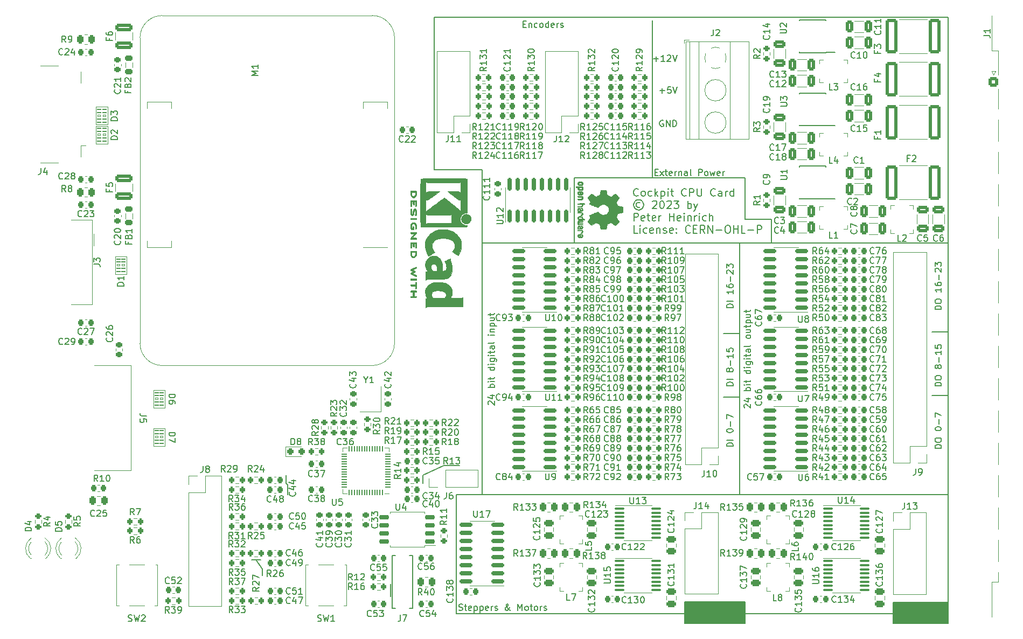
<source format=gto>
G04 #@! TF.GenerationSoftware,KiCad,Pcbnew,(6.0.9-0)*
G04 #@! TF.CreationDate,2023-02-07T08:34:20+01:00*
G04 #@! TF.ProjectId,Cockpit-CPU-Card,436f636b-7069-4742-9d43-50552d436172,A*
G04 #@! TF.SameCoordinates,Original*
G04 #@! TF.FileFunction,Legend,Top*
G04 #@! TF.FilePolarity,Positive*
%FSLAX46Y46*%
G04 Gerber Fmt 4.6, Leading zero omitted, Abs format (unit mm)*
G04 Created by KiCad (PCBNEW (6.0.9-0)) date 2023-02-07 08:34:20*
%MOMM*%
%LPD*%
G01*
G04 APERTURE LIST*
G04 Aperture macros list*
%AMRoundRect*
0 Rectangle with rounded corners*
0 $1 Rounding radius*
0 $2 $3 $4 $5 $6 $7 $8 $9 X,Y pos of 4 corners*
0 Add a 4 corners polygon primitive as box body*
4,1,4,$2,$3,$4,$5,$6,$7,$8,$9,$2,$3,0*
0 Add four circle primitives for the rounded corners*
1,1,$1+$1,$2,$3*
1,1,$1+$1,$4,$5*
1,1,$1+$1,$6,$7*
1,1,$1+$1,$8,$9*
0 Add four rect primitives between the rounded corners*
20,1,$1+$1,$2,$3,$4,$5,0*
20,1,$1+$1,$4,$5,$6,$7,0*
20,1,$1+$1,$6,$7,$8,$9,0*
20,1,$1+$1,$8,$9,$2,$3,0*%
G04 Aperture macros list end*
%ADD10C,0.150000*%
%ADD11C,0.120000*%
%ADD12C,0.010000*%
%ADD13RoundRect,0.200000X-0.200000X-0.275000X0.200000X-0.275000X0.200000X0.275000X-0.200000X0.275000X0*%
%ADD14R,1.000000X2.800000*%
%ADD15RoundRect,0.225000X-0.225000X-0.250000X0.225000X-0.250000X0.225000X0.250000X-0.225000X0.250000X0*%
%ADD16RoundRect,0.200000X0.200000X0.275000X-0.200000X0.275000X-0.200000X-0.275000X0.200000X-0.275000X0*%
%ADD17RoundRect,0.200000X-0.275000X0.200000X-0.275000X-0.200000X0.275000X-0.200000X0.275000X0.200000X0*%
%ADD18RoundRect,0.019000X0.256000X-0.076000X0.256000X0.076000X-0.256000X0.076000X-0.256000X-0.076000X0*%
%ADD19RoundRect,0.040000X0.235000X-0.160000X0.235000X0.160000X-0.235000X0.160000X-0.235000X-0.160000X0*%
%ADD20RoundRect,0.250000X-0.262500X-0.450000X0.262500X-0.450000X0.262500X0.450000X-0.262500X0.450000X0*%
%ADD21RoundRect,0.150000X0.825000X0.150000X-0.825000X0.150000X-0.825000X-0.150000X0.825000X-0.150000X0*%
%ADD22R,1.700000X1.700000*%
%ADD23O,1.700000X1.700000*%
%ADD24RoundRect,0.050000X0.387500X0.050000X-0.387500X0.050000X-0.387500X-0.050000X0.387500X-0.050000X0*%
%ADD25RoundRect,0.050000X0.050000X0.387500X-0.050000X0.387500X-0.050000X-0.387500X0.050000X-0.387500X0*%
%ADD26R,3.200000X3.200000*%
%ADD27RoundRect,0.250000X0.325000X0.650000X-0.325000X0.650000X-0.325000X-0.650000X0.325000X-0.650000X0*%
%ADD28RoundRect,0.225000X0.225000X0.250000X-0.225000X0.250000X-0.225000X-0.250000X0.225000X-0.250000X0*%
%ADD29RoundRect,0.019000X-0.256000X0.076000X-0.256000X-0.076000X0.256000X-0.076000X0.256000X0.076000X0*%
%ADD30RoundRect,0.040000X-0.235000X0.160000X-0.235000X-0.160000X0.235000X-0.160000X0.235000X0.160000X0*%
%ADD31R,2.800000X1.000000*%
%ADD32RoundRect,0.250000X0.475000X-0.250000X0.475000X0.250000X-0.475000X0.250000X-0.475000X-0.250000X0*%
%ADD33RoundRect,0.250000X0.262500X0.450000X-0.262500X0.450000X-0.262500X-0.450000X0.262500X-0.450000X0*%
%ADD34RoundRect,0.250000X1.075000X-0.375000X1.075000X0.375000X-1.075000X0.375000X-1.075000X-0.375000X0*%
%ADD35RoundRect,0.200000X0.275000X-0.200000X0.275000X0.200000X-0.275000X0.200000X-0.275000X-0.200000X0*%
%ADD36RoundRect,0.225000X0.250000X-0.225000X0.250000X0.225000X-0.250000X0.225000X-0.250000X-0.225000X0*%
%ADD37RoundRect,0.250000X-0.712500X-2.475000X0.712500X-2.475000X0.712500X2.475000X-0.712500X2.475000X0*%
%ADD38R,1.200000X1.400000*%
%ADD39C,0.440000*%
%ADD40C,0.840000*%
%ADD41C,1.850000*%
%ADD42RoundRect,0.225000X-0.250000X0.225000X-0.250000X-0.225000X0.250000X-0.225000X0.250000X0.225000X0*%
%ADD43RoundRect,0.150000X0.650000X0.150000X-0.650000X0.150000X-0.650000X-0.150000X0.650000X-0.150000X0*%
%ADD44R,1.500000X1.600000*%
%ADD45C,1.600000*%
%ADD46C,3.000000*%
%ADD47RoundRect,0.250000X-0.650000X0.325000X-0.650000X-0.325000X0.650000X-0.325000X0.650000X0.325000X0*%
%ADD48RoundRect,0.100000X-0.637500X-0.100000X0.637500X-0.100000X0.637500X0.100000X-0.637500X0.100000X0*%
%ADD49R,1.310000X0.650000*%
%ADD50R,1.310000X0.600000*%
%ADD51R,1.325000X1.500000*%
%ADD52RoundRect,0.250000X-0.475000X0.250000X-0.475000X-0.250000X0.475000X-0.250000X0.475000X0.250000X0*%
%ADD53C,3.250000*%
%ADD54R,1.524000X1.524000*%
%ADD55C,1.524000*%
%ADD56C,3.500000*%
%ADD57C,6.100000*%
%ADD58R,0.700000X0.200000*%
%ADD59C,2.850000*%
%ADD60RoundRect,0.249999X-0.525001X0.525001X-0.525001X-0.525001X0.525001X-0.525001X0.525001X0.525001X0*%
%ADD61C,1.550000*%
%ADD62RoundRect,0.218750X-0.381250X0.218750X-0.381250X-0.218750X0.381250X-0.218750X0.381250X0.218750X0*%
%ADD63RoundRect,0.237500X-0.287500X-0.237500X0.287500X-0.237500X0.287500X0.237500X-0.287500X0.237500X0*%
%ADD64RoundRect,0.150000X0.150000X-0.825000X0.150000X0.825000X-0.150000X0.825000X-0.150000X-0.825000X0*%
%ADD65R,2.600000X2.600000*%
%ADD66C,2.600000*%
%ADD67R,2.600000X0.300000*%
%ADD68O,3.300000X1.500000*%
%ADD69O,2.300000X1.500000*%
%ADD70R,1.800000X1.800000*%
%ADD71C,1.800000*%
G04 APERTURE END LIST*
D10*
X144250000Y-77000000D02*
X144250000Y-88500000D01*
X135000000Y-125000000D02*
X135000000Y-126250000D01*
X215000000Y-112500000D02*
X217500000Y-112500000D01*
X158750000Y-78250000D02*
X171000000Y-78250000D01*
X171125000Y-78250000D02*
X185560000Y-78250000D01*
X176130000Y-144885000D02*
X185560000Y-144885000D01*
X185560000Y-144885000D02*
X185560000Y-148260000D01*
X185560000Y-148260000D02*
X176130000Y-148260000D01*
X176130000Y-148260000D02*
X176130000Y-144885000D01*
G36*
X176130000Y-144885000D02*
G01*
X185560000Y-144885000D01*
X185560000Y-148260000D01*
X176130000Y-148260000D01*
X176130000Y-144885000D01*
G37*
X208880000Y-144930000D02*
X217500000Y-144930000D01*
X217500000Y-144930000D02*
X217500000Y-148260000D01*
X217500000Y-148260000D02*
X208880000Y-148260000D01*
X208880000Y-148260000D02*
X208880000Y-144930000D01*
G36*
X208880000Y-144930000D02*
G01*
X217500000Y-144930000D01*
X217500000Y-148260000D01*
X208880000Y-148260000D01*
X208880000Y-144930000D01*
G37*
X182500000Y-146750000D02*
X143500000Y-146750000D01*
X217500000Y-128000000D02*
X182500000Y-128000000D01*
X171000000Y-78250000D02*
X171000000Y-78250000D01*
X108000000Y-138250000D02*
X109500000Y-138250000D01*
X109750000Y-139750000D02*
X108750000Y-138250000D01*
X136750000Y-53000000D02*
X157750000Y-53000000D01*
X217500000Y-88500000D02*
X144250000Y-88500000D01*
X138250000Y-123500000D02*
X135000000Y-125000000D01*
X140250000Y-128000000D02*
X143500000Y-128000000D01*
X113500000Y-125000000D02*
X113500000Y-126250000D01*
X217500000Y-56000000D02*
X217500000Y-53000000D01*
X182250000Y-102750000D02*
X184750000Y-102750000D01*
X185560000Y-78250000D02*
X185560000Y-84750000D01*
X108750000Y-138250000D02*
X108000000Y-138250000D01*
X144250000Y-77000000D02*
X136750000Y-77000000D01*
X109750000Y-140750000D02*
X109750000Y-139750000D01*
X185560000Y-84750000D02*
X189750000Y-84750000D01*
X140750000Y-123500000D02*
X138250000Y-123500000D01*
X217500000Y-56000000D02*
X217500000Y-86500000D01*
X113750000Y-126500000D02*
X113750000Y-128000000D01*
X144250000Y-88500000D02*
X144250000Y-128000000D01*
X182250000Y-112750000D02*
X184750000Y-112750000D01*
X189750000Y-84750000D02*
X189750000Y-88500000D01*
X143500000Y-146750000D02*
X140250000Y-146750000D01*
X184750000Y-88500000D02*
X184750000Y-128000000D01*
X217500000Y-53000000D02*
X157625000Y-53000000D01*
X143500000Y-128000000D02*
X182500000Y-128000000D01*
X217500000Y-146750000D02*
X217500000Y-128000000D01*
X113500000Y-126250000D02*
X113750000Y-126500000D01*
X140250000Y-146750000D02*
X140250000Y-128000000D01*
X215000000Y-102500000D02*
X217500000Y-102500000D01*
X217500000Y-86500000D02*
X217500000Y-128000000D01*
X158750000Y-88500000D02*
X158750000Y-78250000D01*
X171000000Y-78250000D02*
X171000000Y-53500000D01*
X136750000Y-77000000D02*
X136750000Y-53000000D01*
X182500000Y-146750000D02*
X217500000Y-146750000D01*
X172738095Y-69250000D02*
X172642857Y-69202380D01*
X172500000Y-69202380D01*
X172357142Y-69250000D01*
X172261904Y-69345238D01*
X172214285Y-69440476D01*
X172166666Y-69630952D01*
X172166666Y-69773809D01*
X172214285Y-69964285D01*
X172261904Y-70059523D01*
X172357142Y-70154761D01*
X172500000Y-70202380D01*
X172595238Y-70202380D01*
X172738095Y-70154761D01*
X172785714Y-70107142D01*
X172785714Y-69773809D01*
X172595238Y-69773809D01*
X173214285Y-70202380D02*
X173214285Y-69202380D01*
X173785714Y-70202380D01*
X173785714Y-69202380D01*
X174261904Y-70202380D02*
X174261904Y-69202380D01*
X174500000Y-69202380D01*
X174642857Y-69250000D01*
X174738095Y-69345238D01*
X174785714Y-69440476D01*
X174833333Y-69630952D01*
X174833333Y-69773809D01*
X174785714Y-69964285D01*
X174738095Y-70059523D01*
X174642857Y-70154761D01*
X174500000Y-70202380D01*
X174261904Y-70202380D01*
X183702380Y-98654761D02*
X182702380Y-98654761D01*
X182702380Y-98416666D01*
X182750000Y-98273809D01*
X182845238Y-98178571D01*
X182940476Y-98130952D01*
X183130952Y-98083333D01*
X183273809Y-98083333D01*
X183464285Y-98130952D01*
X183559523Y-98178571D01*
X183654761Y-98273809D01*
X183702380Y-98416666D01*
X183702380Y-98654761D01*
X183702380Y-97654761D02*
X182702380Y-97654761D01*
X183702380Y-95892857D02*
X183702380Y-96464285D01*
X183702380Y-96178571D02*
X182702380Y-96178571D01*
X182845238Y-96273809D01*
X182940476Y-96369047D01*
X182988095Y-96464285D01*
X182702380Y-95035714D02*
X182702380Y-95226190D01*
X182750000Y-95321428D01*
X182797619Y-95369047D01*
X182940476Y-95464285D01*
X183130952Y-95511904D01*
X183511904Y-95511904D01*
X183607142Y-95464285D01*
X183654761Y-95416666D01*
X183702380Y-95321428D01*
X183702380Y-95130952D01*
X183654761Y-95035714D01*
X183607142Y-94988095D01*
X183511904Y-94940476D01*
X183273809Y-94940476D01*
X183178571Y-94988095D01*
X183130952Y-95035714D01*
X183083333Y-95130952D01*
X183083333Y-95321428D01*
X183130952Y-95416666D01*
X183178571Y-95464285D01*
X183273809Y-95511904D01*
X183321428Y-94511904D02*
X183321428Y-93750000D01*
X182797619Y-93321428D02*
X182750000Y-93273809D01*
X182702380Y-93178571D01*
X182702380Y-92940476D01*
X182750000Y-92845238D01*
X182797619Y-92797619D01*
X182892857Y-92750000D01*
X182988095Y-92750000D01*
X183130952Y-92797619D01*
X183702380Y-93369047D01*
X183702380Y-92750000D01*
X182702380Y-92416666D02*
X182702380Y-91797619D01*
X183083333Y-92130952D01*
X183083333Y-91988095D01*
X183130952Y-91892857D01*
X183178571Y-91845238D01*
X183273809Y-91797619D01*
X183511904Y-91797619D01*
X183607142Y-91845238D01*
X183654761Y-91892857D01*
X183702380Y-91988095D01*
X183702380Y-92273809D01*
X183654761Y-92369047D01*
X183607142Y-92416666D01*
X216452380Y-110964285D02*
X215452380Y-110964285D01*
X215452380Y-110726190D01*
X215500000Y-110583333D01*
X215595238Y-110488095D01*
X215690476Y-110440476D01*
X215880952Y-110392857D01*
X216023809Y-110392857D01*
X216214285Y-110440476D01*
X216309523Y-110488095D01*
X216404761Y-110583333D01*
X216452380Y-110726190D01*
X216452380Y-110964285D01*
X215452380Y-109773809D02*
X215452380Y-109583333D01*
X215500000Y-109488095D01*
X215595238Y-109392857D01*
X215785714Y-109345238D01*
X216119047Y-109345238D01*
X216309523Y-109392857D01*
X216404761Y-109488095D01*
X216452380Y-109583333D01*
X216452380Y-109773809D01*
X216404761Y-109869047D01*
X216309523Y-109964285D01*
X216119047Y-110011904D01*
X215785714Y-110011904D01*
X215595238Y-109964285D01*
X215500000Y-109869047D01*
X215452380Y-109773809D01*
X215880952Y-108011904D02*
X215833333Y-108107142D01*
X215785714Y-108154761D01*
X215690476Y-108202380D01*
X215642857Y-108202380D01*
X215547619Y-108154761D01*
X215500000Y-108107142D01*
X215452380Y-108011904D01*
X215452380Y-107821428D01*
X215500000Y-107726190D01*
X215547619Y-107678571D01*
X215642857Y-107630952D01*
X215690476Y-107630952D01*
X215785714Y-107678571D01*
X215833333Y-107726190D01*
X215880952Y-107821428D01*
X215880952Y-108011904D01*
X215928571Y-108107142D01*
X215976190Y-108154761D01*
X216071428Y-108202380D01*
X216261904Y-108202380D01*
X216357142Y-108154761D01*
X216404761Y-108107142D01*
X216452380Y-108011904D01*
X216452380Y-107821428D01*
X216404761Y-107726190D01*
X216357142Y-107678571D01*
X216261904Y-107630952D01*
X216071428Y-107630952D01*
X215976190Y-107678571D01*
X215928571Y-107726190D01*
X215880952Y-107821428D01*
X216071428Y-107202380D02*
X216071428Y-106440476D01*
X216452380Y-105440476D02*
X216452380Y-106011904D01*
X216452380Y-105726190D02*
X215452380Y-105726190D01*
X215595238Y-105821428D01*
X215690476Y-105916666D01*
X215738095Y-106011904D01*
X215452380Y-104535714D02*
X215452380Y-105011904D01*
X215928571Y-105059523D01*
X215880952Y-105011904D01*
X215833333Y-104916666D01*
X215833333Y-104678571D01*
X215880952Y-104583333D01*
X215928571Y-104535714D01*
X216023809Y-104488095D01*
X216261904Y-104488095D01*
X216357142Y-104535714D01*
X216404761Y-104583333D01*
X216452380Y-104678571D01*
X216452380Y-104916666D01*
X216404761Y-105011904D01*
X216357142Y-105059523D01*
X145297619Y-113892857D02*
X145250000Y-113845238D01*
X145202380Y-113750000D01*
X145202380Y-113511904D01*
X145250000Y-113416666D01*
X145297619Y-113369047D01*
X145392857Y-113321428D01*
X145488095Y-113321428D01*
X145630952Y-113369047D01*
X146202380Y-113940476D01*
X146202380Y-113321428D01*
X145535714Y-112464285D02*
X146202380Y-112464285D01*
X145154761Y-112702380D02*
X145869047Y-112940476D01*
X145869047Y-112321428D01*
X146202380Y-111178571D02*
X145202380Y-111178571D01*
X145583333Y-111178571D02*
X145535714Y-111083333D01*
X145535714Y-110892857D01*
X145583333Y-110797619D01*
X145630952Y-110750000D01*
X145726190Y-110702380D01*
X146011904Y-110702380D01*
X146107142Y-110750000D01*
X146154761Y-110797619D01*
X146202380Y-110892857D01*
X146202380Y-111083333D01*
X146154761Y-111178571D01*
X146202380Y-110273809D02*
X145535714Y-110273809D01*
X145202380Y-110273809D02*
X145250000Y-110321428D01*
X145297619Y-110273809D01*
X145250000Y-110226190D01*
X145202380Y-110273809D01*
X145297619Y-110273809D01*
X145535714Y-109940476D02*
X145535714Y-109559523D01*
X145202380Y-109797619D02*
X146059523Y-109797619D01*
X146154761Y-109750000D01*
X146202380Y-109654761D01*
X146202380Y-109559523D01*
X146202380Y-108035714D02*
X145202380Y-108035714D01*
X146154761Y-108035714D02*
X146202380Y-108130952D01*
X146202380Y-108321428D01*
X146154761Y-108416666D01*
X146107142Y-108464285D01*
X146011904Y-108511904D01*
X145726190Y-108511904D01*
X145630952Y-108464285D01*
X145583333Y-108416666D01*
X145535714Y-108321428D01*
X145535714Y-108130952D01*
X145583333Y-108035714D01*
X146202380Y-107559523D02*
X145535714Y-107559523D01*
X145202380Y-107559523D02*
X145250000Y-107607142D01*
X145297619Y-107559523D01*
X145250000Y-107511904D01*
X145202380Y-107559523D01*
X145297619Y-107559523D01*
X145535714Y-106654761D02*
X146345238Y-106654761D01*
X146440476Y-106702380D01*
X146488095Y-106750000D01*
X146535714Y-106845238D01*
X146535714Y-106988095D01*
X146488095Y-107083333D01*
X146154761Y-106654761D02*
X146202380Y-106750000D01*
X146202380Y-106940476D01*
X146154761Y-107035714D01*
X146107142Y-107083333D01*
X146011904Y-107130952D01*
X145726190Y-107130952D01*
X145630952Y-107083333D01*
X145583333Y-107035714D01*
X145535714Y-106940476D01*
X145535714Y-106750000D01*
X145583333Y-106654761D01*
X146202380Y-106178571D02*
X145535714Y-106178571D01*
X145202380Y-106178571D02*
X145250000Y-106226190D01*
X145297619Y-106178571D01*
X145250000Y-106130952D01*
X145202380Y-106178571D01*
X145297619Y-106178571D01*
X145535714Y-105845238D02*
X145535714Y-105464285D01*
X145202380Y-105702380D02*
X146059523Y-105702380D01*
X146154761Y-105654761D01*
X146202380Y-105559523D01*
X146202380Y-105464285D01*
X146202380Y-104702380D02*
X145678571Y-104702380D01*
X145583333Y-104750000D01*
X145535714Y-104845238D01*
X145535714Y-105035714D01*
X145583333Y-105130952D01*
X146154761Y-104702380D02*
X146202380Y-104797619D01*
X146202380Y-105035714D01*
X146154761Y-105130952D01*
X146059523Y-105178571D01*
X145964285Y-105178571D01*
X145869047Y-105130952D01*
X145821428Y-105035714D01*
X145821428Y-104797619D01*
X145773809Y-104702380D01*
X146202380Y-104083333D02*
X146154761Y-104178571D01*
X146059523Y-104226190D01*
X145202380Y-104226190D01*
X146202380Y-102940476D02*
X145535714Y-102940476D01*
X145202380Y-102940476D02*
X145250000Y-102988095D01*
X145297619Y-102940476D01*
X145250000Y-102892857D01*
X145202380Y-102940476D01*
X145297619Y-102940476D01*
X145535714Y-102464285D02*
X146202380Y-102464285D01*
X145630952Y-102464285D02*
X145583333Y-102416666D01*
X145535714Y-102321428D01*
X145535714Y-102178571D01*
X145583333Y-102083333D01*
X145678571Y-102035714D01*
X146202380Y-102035714D01*
X145535714Y-101559523D02*
X146535714Y-101559523D01*
X145583333Y-101559523D02*
X145535714Y-101464285D01*
X145535714Y-101273809D01*
X145583333Y-101178571D01*
X145630952Y-101130952D01*
X145726190Y-101083333D01*
X146011904Y-101083333D01*
X146107142Y-101130952D01*
X146154761Y-101178571D01*
X146202380Y-101273809D01*
X146202380Y-101464285D01*
X146154761Y-101559523D01*
X145535714Y-100226190D02*
X146202380Y-100226190D01*
X145535714Y-100654761D02*
X146059523Y-100654761D01*
X146154761Y-100607142D01*
X146202380Y-100511904D01*
X146202380Y-100369047D01*
X146154761Y-100273809D01*
X146107142Y-100226190D01*
X145535714Y-99892857D02*
X145535714Y-99511904D01*
X145202380Y-99750000D02*
X146059523Y-99750000D01*
X146154761Y-99702380D01*
X146202380Y-99607142D01*
X146202380Y-99511904D01*
X185547619Y-114392857D02*
X185500000Y-114345238D01*
X185452380Y-114250000D01*
X185452380Y-114011904D01*
X185500000Y-113916666D01*
X185547619Y-113869047D01*
X185642857Y-113821428D01*
X185738095Y-113821428D01*
X185880952Y-113869047D01*
X186452380Y-114440476D01*
X186452380Y-113821428D01*
X185785714Y-112964285D02*
X186452380Y-112964285D01*
X185404761Y-113202380D02*
X186119047Y-113440476D01*
X186119047Y-112821428D01*
X186452380Y-111678571D02*
X185452380Y-111678571D01*
X185833333Y-111678571D02*
X185785714Y-111583333D01*
X185785714Y-111392857D01*
X185833333Y-111297619D01*
X185880952Y-111250000D01*
X185976190Y-111202380D01*
X186261904Y-111202380D01*
X186357142Y-111250000D01*
X186404761Y-111297619D01*
X186452380Y-111392857D01*
X186452380Y-111583333D01*
X186404761Y-111678571D01*
X186452380Y-110773809D02*
X185785714Y-110773809D01*
X185452380Y-110773809D02*
X185500000Y-110821428D01*
X185547619Y-110773809D01*
X185500000Y-110726190D01*
X185452380Y-110773809D01*
X185547619Y-110773809D01*
X185785714Y-110440476D02*
X185785714Y-110059523D01*
X185452380Y-110297619D02*
X186309523Y-110297619D01*
X186404761Y-110250000D01*
X186452380Y-110154761D01*
X186452380Y-110059523D01*
X186452380Y-108535714D02*
X185452380Y-108535714D01*
X186404761Y-108535714D02*
X186452380Y-108630952D01*
X186452380Y-108821428D01*
X186404761Y-108916666D01*
X186357142Y-108964285D01*
X186261904Y-109011904D01*
X185976190Y-109011904D01*
X185880952Y-108964285D01*
X185833333Y-108916666D01*
X185785714Y-108821428D01*
X185785714Y-108630952D01*
X185833333Y-108535714D01*
X186452380Y-108059523D02*
X185785714Y-108059523D01*
X185452380Y-108059523D02*
X185500000Y-108107142D01*
X185547619Y-108059523D01*
X185500000Y-108011904D01*
X185452380Y-108059523D01*
X185547619Y-108059523D01*
X185785714Y-107154761D02*
X186595238Y-107154761D01*
X186690476Y-107202380D01*
X186738095Y-107250000D01*
X186785714Y-107345238D01*
X186785714Y-107488095D01*
X186738095Y-107583333D01*
X186404761Y-107154761D02*
X186452380Y-107250000D01*
X186452380Y-107440476D01*
X186404761Y-107535714D01*
X186357142Y-107583333D01*
X186261904Y-107630952D01*
X185976190Y-107630952D01*
X185880952Y-107583333D01*
X185833333Y-107535714D01*
X185785714Y-107440476D01*
X185785714Y-107250000D01*
X185833333Y-107154761D01*
X186452380Y-106678571D02*
X185785714Y-106678571D01*
X185452380Y-106678571D02*
X185500000Y-106726190D01*
X185547619Y-106678571D01*
X185500000Y-106630952D01*
X185452380Y-106678571D01*
X185547619Y-106678571D01*
X185785714Y-106345238D02*
X185785714Y-105964285D01*
X185452380Y-106202380D02*
X186309523Y-106202380D01*
X186404761Y-106154761D01*
X186452380Y-106059523D01*
X186452380Y-105964285D01*
X186452380Y-105202380D02*
X185928571Y-105202380D01*
X185833333Y-105250000D01*
X185785714Y-105345238D01*
X185785714Y-105535714D01*
X185833333Y-105630952D01*
X186404761Y-105202380D02*
X186452380Y-105297619D01*
X186452380Y-105535714D01*
X186404761Y-105630952D01*
X186309523Y-105678571D01*
X186214285Y-105678571D01*
X186119047Y-105630952D01*
X186071428Y-105535714D01*
X186071428Y-105297619D01*
X186023809Y-105202380D01*
X186452380Y-104583333D02*
X186404761Y-104678571D01*
X186309523Y-104726190D01*
X185452380Y-104726190D01*
X186452380Y-103297619D02*
X186404761Y-103392857D01*
X186357142Y-103440476D01*
X186261904Y-103488095D01*
X185976190Y-103488095D01*
X185880952Y-103440476D01*
X185833333Y-103392857D01*
X185785714Y-103297619D01*
X185785714Y-103154761D01*
X185833333Y-103059523D01*
X185880952Y-103011904D01*
X185976190Y-102964285D01*
X186261904Y-102964285D01*
X186357142Y-103011904D01*
X186404761Y-103059523D01*
X186452380Y-103154761D01*
X186452380Y-103297619D01*
X185785714Y-102107142D02*
X186452380Y-102107142D01*
X185785714Y-102535714D02*
X186309523Y-102535714D01*
X186404761Y-102488095D01*
X186452380Y-102392857D01*
X186452380Y-102250000D01*
X186404761Y-102154761D01*
X186357142Y-102107142D01*
X185785714Y-101773809D02*
X185785714Y-101392857D01*
X185452380Y-101630952D02*
X186309523Y-101630952D01*
X186404761Y-101583333D01*
X186452380Y-101488095D01*
X186452380Y-101392857D01*
X185785714Y-101059523D02*
X186785714Y-101059523D01*
X185833333Y-101059523D02*
X185785714Y-100964285D01*
X185785714Y-100773809D01*
X185833333Y-100678571D01*
X185880952Y-100630952D01*
X185976190Y-100583333D01*
X186261904Y-100583333D01*
X186357142Y-100630952D01*
X186404761Y-100678571D01*
X186452380Y-100773809D01*
X186452380Y-100964285D01*
X186404761Y-101059523D01*
X185785714Y-99726190D02*
X186452380Y-99726190D01*
X185785714Y-100154761D02*
X186309523Y-100154761D01*
X186404761Y-100107142D01*
X186452380Y-100011904D01*
X186452380Y-99869047D01*
X186404761Y-99773809D01*
X186357142Y-99726190D01*
X185785714Y-99392857D02*
X185785714Y-99011904D01*
X185452380Y-99250000D02*
X186309523Y-99250000D01*
X186404761Y-99202380D01*
X186452380Y-99107142D01*
X186452380Y-99011904D01*
X168818928Y-81030571D02*
X168761785Y-81087714D01*
X168590357Y-81144857D01*
X168476071Y-81144857D01*
X168304642Y-81087714D01*
X168190357Y-80973428D01*
X168133214Y-80859142D01*
X168076071Y-80630571D01*
X168076071Y-80459142D01*
X168133214Y-80230571D01*
X168190357Y-80116285D01*
X168304642Y-80002000D01*
X168476071Y-79944857D01*
X168590357Y-79944857D01*
X168761785Y-80002000D01*
X168818928Y-80059142D01*
X169504642Y-81144857D02*
X169390357Y-81087714D01*
X169333214Y-81030571D01*
X169276071Y-80916285D01*
X169276071Y-80573428D01*
X169333214Y-80459142D01*
X169390357Y-80402000D01*
X169504642Y-80344857D01*
X169676071Y-80344857D01*
X169790357Y-80402000D01*
X169847500Y-80459142D01*
X169904642Y-80573428D01*
X169904642Y-80916285D01*
X169847500Y-81030571D01*
X169790357Y-81087714D01*
X169676071Y-81144857D01*
X169504642Y-81144857D01*
X170933214Y-81087714D02*
X170818928Y-81144857D01*
X170590357Y-81144857D01*
X170476071Y-81087714D01*
X170418928Y-81030571D01*
X170361785Y-80916285D01*
X170361785Y-80573428D01*
X170418928Y-80459142D01*
X170476071Y-80402000D01*
X170590357Y-80344857D01*
X170818928Y-80344857D01*
X170933214Y-80402000D01*
X171447500Y-81144857D02*
X171447500Y-79944857D01*
X171561785Y-80687714D02*
X171904642Y-81144857D01*
X171904642Y-80344857D02*
X171447500Y-80802000D01*
X172418928Y-80344857D02*
X172418928Y-81544857D01*
X172418928Y-80402000D02*
X172533214Y-80344857D01*
X172761785Y-80344857D01*
X172876071Y-80402000D01*
X172933214Y-80459142D01*
X172990357Y-80573428D01*
X172990357Y-80916285D01*
X172933214Y-81030571D01*
X172876071Y-81087714D01*
X172761785Y-81144857D01*
X172533214Y-81144857D01*
X172418928Y-81087714D01*
X173504642Y-81144857D02*
X173504642Y-80344857D01*
X173504642Y-79944857D02*
X173447500Y-80002000D01*
X173504642Y-80059142D01*
X173561785Y-80002000D01*
X173504642Y-79944857D01*
X173504642Y-80059142D01*
X173904642Y-80344857D02*
X174361785Y-80344857D01*
X174076071Y-79944857D02*
X174076071Y-80973428D01*
X174133214Y-81087714D01*
X174247500Y-81144857D01*
X174361785Y-81144857D01*
X176361785Y-81030571D02*
X176304642Y-81087714D01*
X176133214Y-81144857D01*
X176018928Y-81144857D01*
X175847500Y-81087714D01*
X175733214Y-80973428D01*
X175676071Y-80859142D01*
X175618928Y-80630571D01*
X175618928Y-80459142D01*
X175676071Y-80230571D01*
X175733214Y-80116285D01*
X175847500Y-80002000D01*
X176018928Y-79944857D01*
X176133214Y-79944857D01*
X176304642Y-80002000D01*
X176361785Y-80059142D01*
X176876071Y-81144857D02*
X176876071Y-79944857D01*
X177333214Y-79944857D01*
X177447500Y-80002000D01*
X177504642Y-80059142D01*
X177561785Y-80173428D01*
X177561785Y-80344857D01*
X177504642Y-80459142D01*
X177447500Y-80516285D01*
X177333214Y-80573428D01*
X176876071Y-80573428D01*
X178076071Y-79944857D02*
X178076071Y-80916285D01*
X178133214Y-81030571D01*
X178190357Y-81087714D01*
X178304642Y-81144857D01*
X178533214Y-81144857D01*
X178647500Y-81087714D01*
X178704642Y-81030571D01*
X178761785Y-80916285D01*
X178761785Y-79944857D01*
X180933214Y-81030571D02*
X180876071Y-81087714D01*
X180704642Y-81144857D01*
X180590357Y-81144857D01*
X180418928Y-81087714D01*
X180304642Y-80973428D01*
X180247500Y-80859142D01*
X180190357Y-80630571D01*
X180190357Y-80459142D01*
X180247500Y-80230571D01*
X180304642Y-80116285D01*
X180418928Y-80002000D01*
X180590357Y-79944857D01*
X180704642Y-79944857D01*
X180876071Y-80002000D01*
X180933214Y-80059142D01*
X181961785Y-81144857D02*
X181961785Y-80516285D01*
X181904642Y-80402000D01*
X181790357Y-80344857D01*
X181561785Y-80344857D01*
X181447500Y-80402000D01*
X181961785Y-81087714D02*
X181847500Y-81144857D01*
X181561785Y-81144857D01*
X181447500Y-81087714D01*
X181390357Y-80973428D01*
X181390357Y-80859142D01*
X181447500Y-80744857D01*
X181561785Y-80687714D01*
X181847500Y-80687714D01*
X181961785Y-80630571D01*
X182533214Y-81144857D02*
X182533214Y-80344857D01*
X182533214Y-80573428D02*
X182590357Y-80459142D01*
X182647500Y-80402000D01*
X182761785Y-80344857D01*
X182876071Y-80344857D01*
X183790357Y-81144857D02*
X183790357Y-79944857D01*
X183790357Y-81087714D02*
X183676071Y-81144857D01*
X183447500Y-81144857D01*
X183333214Y-81087714D01*
X183276071Y-81030571D01*
X183218928Y-80916285D01*
X183218928Y-80573428D01*
X183276071Y-80459142D01*
X183333214Y-80402000D01*
X183447500Y-80344857D01*
X183676071Y-80344857D01*
X183790357Y-80402000D01*
X169104642Y-82162571D02*
X168990357Y-82105428D01*
X168761785Y-82105428D01*
X168647500Y-82162571D01*
X168533214Y-82276857D01*
X168476071Y-82391142D01*
X168476071Y-82619714D01*
X168533214Y-82734000D01*
X168647500Y-82848285D01*
X168761785Y-82905428D01*
X168990357Y-82905428D01*
X169104642Y-82848285D01*
X168876071Y-81705428D02*
X168590357Y-81762571D01*
X168304642Y-81934000D01*
X168133214Y-82219714D01*
X168076071Y-82505428D01*
X168133214Y-82791142D01*
X168304642Y-83076857D01*
X168590357Y-83248285D01*
X168876071Y-83305428D01*
X169161785Y-83248285D01*
X169447500Y-83076857D01*
X169618928Y-82791142D01*
X169676071Y-82505428D01*
X169618928Y-82219714D01*
X169447500Y-81934000D01*
X169161785Y-81762571D01*
X168876071Y-81705428D01*
X171047500Y-81991142D02*
X171104642Y-81934000D01*
X171218928Y-81876857D01*
X171504642Y-81876857D01*
X171618928Y-81934000D01*
X171676071Y-81991142D01*
X171733214Y-82105428D01*
X171733214Y-82219714D01*
X171676071Y-82391142D01*
X170990357Y-83076857D01*
X171733214Y-83076857D01*
X172476071Y-81876857D02*
X172590357Y-81876857D01*
X172704642Y-81934000D01*
X172761785Y-81991142D01*
X172818928Y-82105428D01*
X172876071Y-82334000D01*
X172876071Y-82619714D01*
X172818928Y-82848285D01*
X172761785Y-82962571D01*
X172704642Y-83019714D01*
X172590357Y-83076857D01*
X172476071Y-83076857D01*
X172361785Y-83019714D01*
X172304642Y-82962571D01*
X172247500Y-82848285D01*
X172190357Y-82619714D01*
X172190357Y-82334000D01*
X172247500Y-82105428D01*
X172304642Y-81991142D01*
X172361785Y-81934000D01*
X172476071Y-81876857D01*
X173333214Y-81991142D02*
X173390357Y-81934000D01*
X173504642Y-81876857D01*
X173790357Y-81876857D01*
X173904642Y-81934000D01*
X173961785Y-81991142D01*
X174018928Y-82105428D01*
X174018928Y-82219714D01*
X173961785Y-82391142D01*
X173276071Y-83076857D01*
X174018928Y-83076857D01*
X174418928Y-81876857D02*
X175161785Y-81876857D01*
X174761785Y-82334000D01*
X174933214Y-82334000D01*
X175047500Y-82391142D01*
X175104642Y-82448285D01*
X175161785Y-82562571D01*
X175161785Y-82848285D01*
X175104642Y-82962571D01*
X175047500Y-83019714D01*
X174933214Y-83076857D01*
X174590357Y-83076857D01*
X174476071Y-83019714D01*
X174418928Y-82962571D01*
X176590357Y-83076857D02*
X176590357Y-81876857D01*
X176590357Y-82334000D02*
X176704642Y-82276857D01*
X176933214Y-82276857D01*
X177047500Y-82334000D01*
X177104642Y-82391142D01*
X177161785Y-82505428D01*
X177161785Y-82848285D01*
X177104642Y-82962571D01*
X177047500Y-83019714D01*
X176933214Y-83076857D01*
X176704642Y-83076857D01*
X176590357Y-83019714D01*
X177561785Y-82276857D02*
X177847500Y-83076857D01*
X178133214Y-82276857D02*
X177847500Y-83076857D01*
X177733214Y-83362571D01*
X177676071Y-83419714D01*
X177561785Y-83476857D01*
X168133214Y-85008857D02*
X168133214Y-83808857D01*
X168590357Y-83808857D01*
X168704642Y-83866000D01*
X168761785Y-83923142D01*
X168818928Y-84037428D01*
X168818928Y-84208857D01*
X168761785Y-84323142D01*
X168704642Y-84380285D01*
X168590357Y-84437428D01*
X168133214Y-84437428D01*
X169790357Y-84951714D02*
X169676071Y-85008857D01*
X169447500Y-85008857D01*
X169333214Y-84951714D01*
X169276071Y-84837428D01*
X169276071Y-84380285D01*
X169333214Y-84266000D01*
X169447500Y-84208857D01*
X169676071Y-84208857D01*
X169790357Y-84266000D01*
X169847500Y-84380285D01*
X169847500Y-84494571D01*
X169276071Y-84608857D01*
X170190357Y-84208857D02*
X170647500Y-84208857D01*
X170361785Y-83808857D02*
X170361785Y-84837428D01*
X170418928Y-84951714D01*
X170533214Y-85008857D01*
X170647500Y-85008857D01*
X171504642Y-84951714D02*
X171390357Y-85008857D01*
X171161785Y-85008857D01*
X171047500Y-84951714D01*
X170990357Y-84837428D01*
X170990357Y-84380285D01*
X171047500Y-84266000D01*
X171161785Y-84208857D01*
X171390357Y-84208857D01*
X171504642Y-84266000D01*
X171561785Y-84380285D01*
X171561785Y-84494571D01*
X170990357Y-84608857D01*
X172076071Y-85008857D02*
X172076071Y-84208857D01*
X172076071Y-84437428D02*
X172133214Y-84323142D01*
X172190357Y-84266000D01*
X172304642Y-84208857D01*
X172418928Y-84208857D01*
X173733214Y-85008857D02*
X173733214Y-83808857D01*
X173733214Y-84380285D02*
X174418928Y-84380285D01*
X174418928Y-85008857D02*
X174418928Y-83808857D01*
X175447500Y-84951714D02*
X175333214Y-85008857D01*
X175104642Y-85008857D01*
X174990357Y-84951714D01*
X174933214Y-84837428D01*
X174933214Y-84380285D01*
X174990357Y-84266000D01*
X175104642Y-84208857D01*
X175333214Y-84208857D01*
X175447500Y-84266000D01*
X175504642Y-84380285D01*
X175504642Y-84494571D01*
X174933214Y-84608857D01*
X176018928Y-85008857D02*
X176018928Y-84208857D01*
X176018928Y-83808857D02*
X175961785Y-83866000D01*
X176018928Y-83923142D01*
X176076071Y-83866000D01*
X176018928Y-83808857D01*
X176018928Y-83923142D01*
X176590357Y-84208857D02*
X176590357Y-85008857D01*
X176590357Y-84323142D02*
X176647500Y-84266000D01*
X176761785Y-84208857D01*
X176933214Y-84208857D01*
X177047500Y-84266000D01*
X177104642Y-84380285D01*
X177104642Y-85008857D01*
X177676071Y-85008857D02*
X177676071Y-84208857D01*
X177676071Y-84437428D02*
X177733214Y-84323142D01*
X177790357Y-84266000D01*
X177904642Y-84208857D01*
X178018928Y-84208857D01*
X178418928Y-85008857D02*
X178418928Y-84208857D01*
X178418928Y-83808857D02*
X178361785Y-83866000D01*
X178418928Y-83923142D01*
X178476071Y-83866000D01*
X178418928Y-83808857D01*
X178418928Y-83923142D01*
X179504642Y-84951714D02*
X179390357Y-85008857D01*
X179161785Y-85008857D01*
X179047500Y-84951714D01*
X178990357Y-84894571D01*
X178933214Y-84780285D01*
X178933214Y-84437428D01*
X178990357Y-84323142D01*
X179047500Y-84266000D01*
X179161785Y-84208857D01*
X179390357Y-84208857D01*
X179504642Y-84266000D01*
X180018928Y-85008857D02*
X180018928Y-83808857D01*
X180533214Y-85008857D02*
X180533214Y-84380285D01*
X180476071Y-84266000D01*
X180361785Y-84208857D01*
X180190357Y-84208857D01*
X180076071Y-84266000D01*
X180018928Y-84323142D01*
X168704642Y-86940857D02*
X168133214Y-86940857D01*
X168133214Y-85740857D01*
X169104642Y-86940857D02*
X169104642Y-86140857D01*
X169104642Y-85740857D02*
X169047500Y-85798000D01*
X169104642Y-85855142D01*
X169161785Y-85798000D01*
X169104642Y-85740857D01*
X169104642Y-85855142D01*
X170190357Y-86883714D02*
X170076071Y-86940857D01*
X169847500Y-86940857D01*
X169733214Y-86883714D01*
X169676071Y-86826571D01*
X169618928Y-86712285D01*
X169618928Y-86369428D01*
X169676071Y-86255142D01*
X169733214Y-86198000D01*
X169847500Y-86140857D01*
X170076071Y-86140857D01*
X170190357Y-86198000D01*
X171161785Y-86883714D02*
X171047500Y-86940857D01*
X170818928Y-86940857D01*
X170704642Y-86883714D01*
X170647500Y-86769428D01*
X170647500Y-86312285D01*
X170704642Y-86198000D01*
X170818928Y-86140857D01*
X171047500Y-86140857D01*
X171161785Y-86198000D01*
X171218928Y-86312285D01*
X171218928Y-86426571D01*
X170647500Y-86540857D01*
X171733214Y-86140857D02*
X171733214Y-86940857D01*
X171733214Y-86255142D02*
X171790357Y-86198000D01*
X171904642Y-86140857D01*
X172076071Y-86140857D01*
X172190357Y-86198000D01*
X172247500Y-86312285D01*
X172247500Y-86940857D01*
X172761785Y-86883714D02*
X172876071Y-86940857D01*
X173104642Y-86940857D01*
X173218928Y-86883714D01*
X173276071Y-86769428D01*
X173276071Y-86712285D01*
X173218928Y-86598000D01*
X173104642Y-86540857D01*
X172933214Y-86540857D01*
X172818928Y-86483714D01*
X172761785Y-86369428D01*
X172761785Y-86312285D01*
X172818928Y-86198000D01*
X172933214Y-86140857D01*
X173104642Y-86140857D01*
X173218928Y-86198000D01*
X174247500Y-86883714D02*
X174133214Y-86940857D01*
X173904642Y-86940857D01*
X173790357Y-86883714D01*
X173733214Y-86769428D01*
X173733214Y-86312285D01*
X173790357Y-86198000D01*
X173904642Y-86140857D01*
X174133214Y-86140857D01*
X174247500Y-86198000D01*
X174304642Y-86312285D01*
X174304642Y-86426571D01*
X173733214Y-86540857D01*
X174818928Y-86826571D02*
X174876071Y-86883714D01*
X174818928Y-86940857D01*
X174761785Y-86883714D01*
X174818928Y-86826571D01*
X174818928Y-86940857D01*
X174818928Y-86198000D02*
X174876071Y-86255142D01*
X174818928Y-86312285D01*
X174761785Y-86255142D01*
X174818928Y-86198000D01*
X174818928Y-86312285D01*
X176990357Y-86826571D02*
X176933214Y-86883714D01*
X176761785Y-86940857D01*
X176647500Y-86940857D01*
X176476071Y-86883714D01*
X176361785Y-86769428D01*
X176304642Y-86655142D01*
X176247500Y-86426571D01*
X176247500Y-86255142D01*
X176304642Y-86026571D01*
X176361785Y-85912285D01*
X176476071Y-85798000D01*
X176647500Y-85740857D01*
X176761785Y-85740857D01*
X176933214Y-85798000D01*
X176990357Y-85855142D01*
X177504642Y-86312285D02*
X177904642Y-86312285D01*
X178076071Y-86940857D02*
X177504642Y-86940857D01*
X177504642Y-85740857D01*
X178076071Y-85740857D01*
X179276071Y-86940857D02*
X178876071Y-86369428D01*
X178590357Y-86940857D02*
X178590357Y-85740857D01*
X179047500Y-85740857D01*
X179161785Y-85798000D01*
X179218928Y-85855142D01*
X179276071Y-85969428D01*
X179276071Y-86140857D01*
X179218928Y-86255142D01*
X179161785Y-86312285D01*
X179047500Y-86369428D01*
X178590357Y-86369428D01*
X179790357Y-86940857D02*
X179790357Y-85740857D01*
X180476071Y-86940857D01*
X180476071Y-85740857D01*
X181047500Y-86483714D02*
X181961785Y-86483714D01*
X182761785Y-85740857D02*
X182990357Y-85740857D01*
X183104642Y-85798000D01*
X183218928Y-85912285D01*
X183276071Y-86140857D01*
X183276071Y-86540857D01*
X183218928Y-86769428D01*
X183104642Y-86883714D01*
X182990357Y-86940857D01*
X182761785Y-86940857D01*
X182647500Y-86883714D01*
X182533214Y-86769428D01*
X182476071Y-86540857D01*
X182476071Y-86140857D01*
X182533214Y-85912285D01*
X182647500Y-85798000D01*
X182761785Y-85740857D01*
X183790357Y-86940857D02*
X183790357Y-85740857D01*
X183790357Y-86312285D02*
X184476071Y-86312285D01*
X184476071Y-86940857D02*
X184476071Y-85740857D01*
X185618928Y-86940857D02*
X185047500Y-86940857D01*
X185047500Y-85740857D01*
X186018928Y-86483714D02*
X186933214Y-86483714D01*
X187504642Y-86940857D02*
X187504642Y-85740857D01*
X187961785Y-85740857D01*
X188076071Y-85798000D01*
X188133214Y-85855142D01*
X188190357Y-85969428D01*
X188190357Y-86140857D01*
X188133214Y-86255142D01*
X188076071Y-86312285D01*
X187961785Y-86369428D01*
X187504642Y-86369428D01*
X172214285Y-64571428D02*
X172976190Y-64571428D01*
X172595238Y-64952380D02*
X172595238Y-64190476D01*
X173928571Y-63952380D02*
X173452380Y-63952380D01*
X173404761Y-64428571D01*
X173452380Y-64380952D01*
X173547619Y-64333333D01*
X173785714Y-64333333D01*
X173880952Y-64380952D01*
X173928571Y-64428571D01*
X173976190Y-64523809D01*
X173976190Y-64761904D01*
X173928571Y-64857142D01*
X173880952Y-64904761D01*
X173785714Y-64952380D01*
X173547619Y-64952380D01*
X173452380Y-64904761D01*
X173404761Y-64857142D01*
X174261904Y-63952380D02*
X174595238Y-64952380D01*
X174928571Y-63952380D01*
X183702380Y-120452380D02*
X182702380Y-120452380D01*
X182702380Y-120214285D01*
X182750000Y-120071428D01*
X182845238Y-119976190D01*
X182940476Y-119928571D01*
X183130952Y-119880952D01*
X183273809Y-119880952D01*
X183464285Y-119928571D01*
X183559523Y-119976190D01*
X183654761Y-120071428D01*
X183702380Y-120214285D01*
X183702380Y-120452380D01*
X183702380Y-119452380D02*
X182702380Y-119452380D01*
X182702380Y-118023809D02*
X182702380Y-117928571D01*
X182750000Y-117833333D01*
X182797619Y-117785714D01*
X182892857Y-117738095D01*
X183083333Y-117690476D01*
X183321428Y-117690476D01*
X183511904Y-117738095D01*
X183607142Y-117785714D01*
X183654761Y-117833333D01*
X183702380Y-117928571D01*
X183702380Y-118023809D01*
X183654761Y-118119047D01*
X183607142Y-118166666D01*
X183511904Y-118214285D01*
X183321428Y-118261904D01*
X183083333Y-118261904D01*
X182892857Y-118214285D01*
X182797619Y-118166666D01*
X182750000Y-118119047D01*
X182702380Y-118023809D01*
X183321428Y-117261904D02*
X183321428Y-116500000D01*
X182702380Y-116119047D02*
X182702380Y-115452380D01*
X183702380Y-115880952D01*
X216452380Y-98940476D02*
X215452380Y-98940476D01*
X215452380Y-98702380D01*
X215500000Y-98559523D01*
X215595238Y-98464285D01*
X215690476Y-98416666D01*
X215880952Y-98369047D01*
X216023809Y-98369047D01*
X216214285Y-98416666D01*
X216309523Y-98464285D01*
X216404761Y-98559523D01*
X216452380Y-98702380D01*
X216452380Y-98940476D01*
X215452380Y-97750000D02*
X215452380Y-97559523D01*
X215500000Y-97464285D01*
X215595238Y-97369047D01*
X215785714Y-97321428D01*
X216119047Y-97321428D01*
X216309523Y-97369047D01*
X216404761Y-97464285D01*
X216452380Y-97559523D01*
X216452380Y-97750000D01*
X216404761Y-97845238D01*
X216309523Y-97940476D01*
X216119047Y-97988095D01*
X215785714Y-97988095D01*
X215595238Y-97940476D01*
X215500000Y-97845238D01*
X215452380Y-97750000D01*
X216452380Y-95607142D02*
X216452380Y-96178571D01*
X216452380Y-95892857D02*
X215452380Y-95892857D01*
X215595238Y-95988095D01*
X215690476Y-96083333D01*
X215738095Y-96178571D01*
X215452380Y-94750000D02*
X215452380Y-94940476D01*
X215500000Y-95035714D01*
X215547619Y-95083333D01*
X215690476Y-95178571D01*
X215880952Y-95226190D01*
X216261904Y-95226190D01*
X216357142Y-95178571D01*
X216404761Y-95130952D01*
X216452380Y-95035714D01*
X216452380Y-94845238D01*
X216404761Y-94750000D01*
X216357142Y-94702380D01*
X216261904Y-94654761D01*
X216023809Y-94654761D01*
X215928571Y-94702380D01*
X215880952Y-94750000D01*
X215833333Y-94845238D01*
X215833333Y-95035714D01*
X215880952Y-95130952D01*
X215928571Y-95178571D01*
X216023809Y-95226190D01*
X216071428Y-94226190D02*
X216071428Y-93464285D01*
X215547619Y-93035714D02*
X215500000Y-92988095D01*
X215452380Y-92892857D01*
X215452380Y-92654761D01*
X215500000Y-92559523D01*
X215547619Y-92511904D01*
X215642857Y-92464285D01*
X215738095Y-92464285D01*
X215880952Y-92511904D01*
X216452380Y-93083333D01*
X216452380Y-92464285D01*
X215452380Y-92130952D02*
X215452380Y-91511904D01*
X215833333Y-91845238D01*
X215833333Y-91702380D01*
X215880952Y-91607142D01*
X215928571Y-91559523D01*
X216023809Y-91511904D01*
X216261904Y-91511904D01*
X216357142Y-91559523D01*
X216404761Y-91607142D01*
X216452380Y-91702380D01*
X216452380Y-91988095D01*
X216404761Y-92083333D01*
X216357142Y-92130952D01*
X150707142Y-54103571D02*
X151040476Y-54103571D01*
X151183333Y-54627380D02*
X150707142Y-54627380D01*
X150707142Y-53627380D01*
X151183333Y-53627380D01*
X151611904Y-53960714D02*
X151611904Y-54627380D01*
X151611904Y-54055952D02*
X151659523Y-54008333D01*
X151754761Y-53960714D01*
X151897619Y-53960714D01*
X151992857Y-54008333D01*
X152040476Y-54103571D01*
X152040476Y-54627380D01*
X152945238Y-54579761D02*
X152850000Y-54627380D01*
X152659523Y-54627380D01*
X152564285Y-54579761D01*
X152516666Y-54532142D01*
X152469047Y-54436904D01*
X152469047Y-54151190D01*
X152516666Y-54055952D01*
X152564285Y-54008333D01*
X152659523Y-53960714D01*
X152850000Y-53960714D01*
X152945238Y-54008333D01*
X153516666Y-54627380D02*
X153421428Y-54579761D01*
X153373809Y-54532142D01*
X153326190Y-54436904D01*
X153326190Y-54151190D01*
X153373809Y-54055952D01*
X153421428Y-54008333D01*
X153516666Y-53960714D01*
X153659523Y-53960714D01*
X153754761Y-54008333D01*
X153802380Y-54055952D01*
X153850000Y-54151190D01*
X153850000Y-54436904D01*
X153802380Y-54532142D01*
X153754761Y-54579761D01*
X153659523Y-54627380D01*
X153516666Y-54627380D01*
X154707142Y-54627380D02*
X154707142Y-53627380D01*
X154707142Y-54579761D02*
X154611904Y-54627380D01*
X154421428Y-54627380D01*
X154326190Y-54579761D01*
X154278571Y-54532142D01*
X154230952Y-54436904D01*
X154230952Y-54151190D01*
X154278571Y-54055952D01*
X154326190Y-54008333D01*
X154421428Y-53960714D01*
X154611904Y-53960714D01*
X154707142Y-54008333D01*
X155564285Y-54579761D02*
X155469047Y-54627380D01*
X155278571Y-54627380D01*
X155183333Y-54579761D01*
X155135714Y-54484523D01*
X155135714Y-54103571D01*
X155183333Y-54008333D01*
X155278571Y-53960714D01*
X155469047Y-53960714D01*
X155564285Y-54008333D01*
X155611904Y-54103571D01*
X155611904Y-54198809D01*
X155135714Y-54294047D01*
X156040476Y-54627380D02*
X156040476Y-53960714D01*
X156040476Y-54151190D02*
X156088095Y-54055952D01*
X156135714Y-54008333D01*
X156230952Y-53960714D01*
X156326190Y-53960714D01*
X156611904Y-54579761D02*
X156707142Y-54627380D01*
X156897619Y-54627380D01*
X156992857Y-54579761D01*
X157040476Y-54484523D01*
X157040476Y-54436904D01*
X156992857Y-54341666D01*
X156897619Y-54294047D01*
X156754761Y-54294047D01*
X156659523Y-54246428D01*
X156611904Y-54151190D01*
X156611904Y-54103571D01*
X156659523Y-54008333D01*
X156754761Y-53960714D01*
X156897619Y-53960714D01*
X156992857Y-54008333D01*
X171238095Y-59571428D02*
X172000000Y-59571428D01*
X171619047Y-59952380D02*
X171619047Y-59190476D01*
X173000000Y-59952380D02*
X172428571Y-59952380D01*
X172714285Y-59952380D02*
X172714285Y-58952380D01*
X172619047Y-59095238D01*
X172523809Y-59190476D01*
X172428571Y-59238095D01*
X173380952Y-59047619D02*
X173428571Y-59000000D01*
X173523809Y-58952380D01*
X173761904Y-58952380D01*
X173857142Y-59000000D01*
X173904761Y-59047619D01*
X173952380Y-59142857D01*
X173952380Y-59238095D01*
X173904761Y-59380952D01*
X173333333Y-59952380D01*
X173952380Y-59952380D01*
X174238095Y-58952380D02*
X174571428Y-59952380D01*
X174904761Y-58952380D01*
X183702380Y-110928571D02*
X182702380Y-110928571D01*
X182702380Y-110690476D01*
X182750000Y-110547619D01*
X182845238Y-110452380D01*
X182940476Y-110404761D01*
X183130952Y-110357142D01*
X183273809Y-110357142D01*
X183464285Y-110404761D01*
X183559523Y-110452380D01*
X183654761Y-110547619D01*
X183702380Y-110690476D01*
X183702380Y-110928571D01*
X183702380Y-109928571D02*
X182702380Y-109928571D01*
X183130952Y-108547619D02*
X183083333Y-108642857D01*
X183035714Y-108690476D01*
X182940476Y-108738095D01*
X182892857Y-108738095D01*
X182797619Y-108690476D01*
X182750000Y-108642857D01*
X182702380Y-108547619D01*
X182702380Y-108357142D01*
X182750000Y-108261904D01*
X182797619Y-108214285D01*
X182892857Y-108166666D01*
X182940476Y-108166666D01*
X183035714Y-108214285D01*
X183083333Y-108261904D01*
X183130952Y-108357142D01*
X183130952Y-108547619D01*
X183178571Y-108642857D01*
X183226190Y-108690476D01*
X183321428Y-108738095D01*
X183511904Y-108738095D01*
X183607142Y-108690476D01*
X183654761Y-108642857D01*
X183702380Y-108547619D01*
X183702380Y-108357142D01*
X183654761Y-108261904D01*
X183607142Y-108214285D01*
X183511904Y-108166666D01*
X183321428Y-108166666D01*
X183226190Y-108214285D01*
X183178571Y-108261904D01*
X183130952Y-108357142D01*
X183321428Y-107738095D02*
X183321428Y-106976190D01*
X183702380Y-105976190D02*
X183702380Y-106547619D01*
X183702380Y-106261904D02*
X182702380Y-106261904D01*
X182845238Y-106357142D01*
X182940476Y-106452380D01*
X182988095Y-106547619D01*
X182702380Y-105071428D02*
X182702380Y-105547619D01*
X183178571Y-105595238D01*
X183130952Y-105547619D01*
X183083333Y-105452380D01*
X183083333Y-105214285D01*
X183130952Y-105119047D01*
X183178571Y-105071428D01*
X183273809Y-105023809D01*
X183511904Y-105023809D01*
X183607142Y-105071428D01*
X183654761Y-105119047D01*
X183702380Y-105214285D01*
X183702380Y-105452380D01*
X183654761Y-105547619D01*
X183607142Y-105595238D01*
X171445238Y-77378571D02*
X171778571Y-77378571D01*
X171921428Y-77902380D02*
X171445238Y-77902380D01*
X171445238Y-76902380D01*
X171921428Y-76902380D01*
X172254761Y-77902380D02*
X172778571Y-77235714D01*
X172254761Y-77235714D02*
X172778571Y-77902380D01*
X173016666Y-77235714D02*
X173397619Y-77235714D01*
X173159523Y-76902380D02*
X173159523Y-77759523D01*
X173207142Y-77854761D01*
X173302380Y-77902380D01*
X173397619Y-77902380D01*
X174111904Y-77854761D02*
X174016666Y-77902380D01*
X173826190Y-77902380D01*
X173730952Y-77854761D01*
X173683333Y-77759523D01*
X173683333Y-77378571D01*
X173730952Y-77283333D01*
X173826190Y-77235714D01*
X174016666Y-77235714D01*
X174111904Y-77283333D01*
X174159523Y-77378571D01*
X174159523Y-77473809D01*
X173683333Y-77569047D01*
X174588095Y-77902380D02*
X174588095Y-77235714D01*
X174588095Y-77426190D02*
X174635714Y-77330952D01*
X174683333Y-77283333D01*
X174778571Y-77235714D01*
X174873809Y-77235714D01*
X175207142Y-77235714D02*
X175207142Y-77902380D01*
X175207142Y-77330952D02*
X175254761Y-77283333D01*
X175350000Y-77235714D01*
X175492857Y-77235714D01*
X175588095Y-77283333D01*
X175635714Y-77378571D01*
X175635714Y-77902380D01*
X176540476Y-77902380D02*
X176540476Y-77378571D01*
X176492857Y-77283333D01*
X176397619Y-77235714D01*
X176207142Y-77235714D01*
X176111904Y-77283333D01*
X176540476Y-77854761D02*
X176445238Y-77902380D01*
X176207142Y-77902380D01*
X176111904Y-77854761D01*
X176064285Y-77759523D01*
X176064285Y-77664285D01*
X176111904Y-77569047D01*
X176207142Y-77521428D01*
X176445238Y-77521428D01*
X176540476Y-77473809D01*
X177159523Y-77902380D02*
X177064285Y-77854761D01*
X177016666Y-77759523D01*
X177016666Y-76902380D01*
X178302380Y-77902380D02*
X178302380Y-76902380D01*
X178683333Y-76902380D01*
X178778571Y-76950000D01*
X178826190Y-76997619D01*
X178873809Y-77092857D01*
X178873809Y-77235714D01*
X178826190Y-77330952D01*
X178778571Y-77378571D01*
X178683333Y-77426190D01*
X178302380Y-77426190D01*
X179445238Y-77902380D02*
X179350000Y-77854761D01*
X179302380Y-77807142D01*
X179254761Y-77711904D01*
X179254761Y-77426190D01*
X179302380Y-77330952D01*
X179350000Y-77283333D01*
X179445238Y-77235714D01*
X179588095Y-77235714D01*
X179683333Y-77283333D01*
X179730952Y-77330952D01*
X179778571Y-77426190D01*
X179778571Y-77711904D01*
X179730952Y-77807142D01*
X179683333Y-77854761D01*
X179588095Y-77902380D01*
X179445238Y-77902380D01*
X180111904Y-77235714D02*
X180302380Y-77902380D01*
X180492857Y-77426190D01*
X180683333Y-77902380D01*
X180873809Y-77235714D01*
X181635714Y-77854761D02*
X181540476Y-77902380D01*
X181350000Y-77902380D01*
X181254761Y-77854761D01*
X181207142Y-77759523D01*
X181207142Y-77378571D01*
X181254761Y-77283333D01*
X181350000Y-77235714D01*
X181540476Y-77235714D01*
X181635714Y-77283333D01*
X181683333Y-77378571D01*
X181683333Y-77473809D01*
X181207142Y-77569047D01*
X182111904Y-77902380D02*
X182111904Y-77235714D01*
X182111904Y-77426190D02*
X182159523Y-77330952D01*
X182207142Y-77283333D01*
X182302380Y-77235714D01*
X182397619Y-77235714D01*
X140620238Y-146179761D02*
X140763095Y-146227380D01*
X141001190Y-146227380D01*
X141096428Y-146179761D01*
X141144047Y-146132142D01*
X141191666Y-146036904D01*
X141191666Y-145941666D01*
X141144047Y-145846428D01*
X141096428Y-145798809D01*
X141001190Y-145751190D01*
X140810714Y-145703571D01*
X140715476Y-145655952D01*
X140667857Y-145608333D01*
X140620238Y-145513095D01*
X140620238Y-145417857D01*
X140667857Y-145322619D01*
X140715476Y-145275000D01*
X140810714Y-145227380D01*
X141048809Y-145227380D01*
X141191666Y-145275000D01*
X141477380Y-145560714D02*
X141858333Y-145560714D01*
X141620238Y-145227380D02*
X141620238Y-146084523D01*
X141667857Y-146179761D01*
X141763095Y-146227380D01*
X141858333Y-146227380D01*
X142572619Y-146179761D02*
X142477380Y-146227380D01*
X142286904Y-146227380D01*
X142191666Y-146179761D01*
X142144047Y-146084523D01*
X142144047Y-145703571D01*
X142191666Y-145608333D01*
X142286904Y-145560714D01*
X142477380Y-145560714D01*
X142572619Y-145608333D01*
X142620238Y-145703571D01*
X142620238Y-145798809D01*
X142144047Y-145894047D01*
X143048809Y-145560714D02*
X143048809Y-146560714D01*
X143048809Y-145608333D02*
X143144047Y-145560714D01*
X143334523Y-145560714D01*
X143429761Y-145608333D01*
X143477380Y-145655952D01*
X143525000Y-145751190D01*
X143525000Y-146036904D01*
X143477380Y-146132142D01*
X143429761Y-146179761D01*
X143334523Y-146227380D01*
X143144047Y-146227380D01*
X143048809Y-146179761D01*
X143953571Y-145560714D02*
X143953571Y-146560714D01*
X143953571Y-145608333D02*
X144048809Y-145560714D01*
X144239285Y-145560714D01*
X144334523Y-145608333D01*
X144382142Y-145655952D01*
X144429761Y-145751190D01*
X144429761Y-146036904D01*
X144382142Y-146132142D01*
X144334523Y-146179761D01*
X144239285Y-146227380D01*
X144048809Y-146227380D01*
X143953571Y-146179761D01*
X145239285Y-146179761D02*
X145144047Y-146227380D01*
X144953571Y-146227380D01*
X144858333Y-146179761D01*
X144810714Y-146084523D01*
X144810714Y-145703571D01*
X144858333Y-145608333D01*
X144953571Y-145560714D01*
X145144047Y-145560714D01*
X145239285Y-145608333D01*
X145286904Y-145703571D01*
X145286904Y-145798809D01*
X144810714Y-145894047D01*
X145715476Y-146227380D02*
X145715476Y-145560714D01*
X145715476Y-145751190D02*
X145763095Y-145655952D01*
X145810714Y-145608333D01*
X145905952Y-145560714D01*
X146001190Y-145560714D01*
X146286904Y-146179761D02*
X146382142Y-146227380D01*
X146572619Y-146227380D01*
X146667857Y-146179761D01*
X146715476Y-146084523D01*
X146715476Y-146036904D01*
X146667857Y-145941666D01*
X146572619Y-145894047D01*
X146429761Y-145894047D01*
X146334523Y-145846428D01*
X146286904Y-145751190D01*
X146286904Y-145703571D01*
X146334523Y-145608333D01*
X146429761Y-145560714D01*
X146572619Y-145560714D01*
X146667857Y-145608333D01*
X148715476Y-146227380D02*
X148667857Y-146227380D01*
X148572619Y-146179761D01*
X148429761Y-146036904D01*
X148191666Y-145751190D01*
X148096428Y-145608333D01*
X148048809Y-145465476D01*
X148048809Y-145370238D01*
X148096428Y-145275000D01*
X148191666Y-145227380D01*
X148239285Y-145227380D01*
X148334523Y-145275000D01*
X148382142Y-145370238D01*
X148382142Y-145417857D01*
X148334523Y-145513095D01*
X148286904Y-145560714D01*
X148001190Y-145751190D01*
X147953571Y-145798809D01*
X147905952Y-145894047D01*
X147905952Y-146036904D01*
X147953571Y-146132142D01*
X148001190Y-146179761D01*
X148096428Y-146227380D01*
X148239285Y-146227380D01*
X148334523Y-146179761D01*
X148382142Y-146132142D01*
X148525000Y-145941666D01*
X148572619Y-145798809D01*
X148572619Y-145703571D01*
X149905952Y-146227380D02*
X149905952Y-145227380D01*
X150239285Y-145941666D01*
X150572619Y-145227380D01*
X150572619Y-146227380D01*
X151191666Y-146227380D02*
X151096428Y-146179761D01*
X151048809Y-146132142D01*
X151001190Y-146036904D01*
X151001190Y-145751190D01*
X151048809Y-145655952D01*
X151096428Y-145608333D01*
X151191666Y-145560714D01*
X151334523Y-145560714D01*
X151429761Y-145608333D01*
X151477380Y-145655952D01*
X151525000Y-145751190D01*
X151525000Y-146036904D01*
X151477380Y-146132142D01*
X151429761Y-146179761D01*
X151334523Y-146227380D01*
X151191666Y-146227380D01*
X151810714Y-145560714D02*
X152191666Y-145560714D01*
X151953571Y-145227380D02*
X151953571Y-146084523D01*
X152001190Y-146179761D01*
X152096428Y-146227380D01*
X152191666Y-146227380D01*
X152667857Y-146227380D02*
X152572619Y-146179761D01*
X152525000Y-146132142D01*
X152477380Y-146036904D01*
X152477380Y-145751190D01*
X152525000Y-145655952D01*
X152572619Y-145608333D01*
X152667857Y-145560714D01*
X152810714Y-145560714D01*
X152905952Y-145608333D01*
X152953571Y-145655952D01*
X153001190Y-145751190D01*
X153001190Y-146036904D01*
X152953571Y-146132142D01*
X152905952Y-146179761D01*
X152810714Y-146227380D01*
X152667857Y-146227380D01*
X153429761Y-146227380D02*
X153429761Y-145560714D01*
X153429761Y-145751190D02*
X153477380Y-145655952D01*
X153525000Y-145608333D01*
X153620238Y-145560714D01*
X153715476Y-145560714D01*
X154001190Y-146179761D02*
X154096428Y-146227380D01*
X154286904Y-146227380D01*
X154382142Y-146179761D01*
X154429761Y-146084523D01*
X154429761Y-146036904D01*
X154382142Y-145941666D01*
X154286904Y-145894047D01*
X154144047Y-145894047D01*
X154048809Y-145846428D01*
X154001190Y-145751190D01*
X154001190Y-145703571D01*
X154048809Y-145608333D01*
X154144047Y-145560714D01*
X154286904Y-145560714D01*
X154382142Y-145608333D01*
X216452380Y-120738095D02*
X215452380Y-120738095D01*
X215452380Y-120500000D01*
X215500000Y-120357142D01*
X215595238Y-120261904D01*
X215690476Y-120214285D01*
X215880952Y-120166666D01*
X216023809Y-120166666D01*
X216214285Y-120214285D01*
X216309523Y-120261904D01*
X216404761Y-120357142D01*
X216452380Y-120500000D01*
X216452380Y-120738095D01*
X215452380Y-119547619D02*
X215452380Y-119357142D01*
X215500000Y-119261904D01*
X215595238Y-119166666D01*
X215785714Y-119119047D01*
X216119047Y-119119047D01*
X216309523Y-119166666D01*
X216404761Y-119261904D01*
X216452380Y-119357142D01*
X216452380Y-119547619D01*
X216404761Y-119642857D01*
X216309523Y-119738095D01*
X216119047Y-119785714D01*
X215785714Y-119785714D01*
X215595238Y-119738095D01*
X215500000Y-119642857D01*
X215452380Y-119547619D01*
X215452380Y-117738095D02*
X215452380Y-117642857D01*
X215500000Y-117547619D01*
X215547619Y-117500000D01*
X215642857Y-117452380D01*
X215833333Y-117404761D01*
X216071428Y-117404761D01*
X216261904Y-117452380D01*
X216357142Y-117500000D01*
X216404761Y-117547619D01*
X216452380Y-117642857D01*
X216452380Y-117738095D01*
X216404761Y-117833333D01*
X216357142Y-117880952D01*
X216261904Y-117928571D01*
X216071428Y-117976190D01*
X215833333Y-117976190D01*
X215642857Y-117928571D01*
X215547619Y-117880952D01*
X215500000Y-117833333D01*
X215452380Y-117738095D01*
X216071428Y-116976190D02*
X216071428Y-116214285D01*
X215452380Y-115833333D02*
X215452380Y-115166666D01*
X216452380Y-115595238D01*
X143380952Y-73697380D02*
X143047619Y-73221190D01*
X142809523Y-73697380D02*
X142809523Y-72697380D01*
X143190476Y-72697380D01*
X143285714Y-72745000D01*
X143333333Y-72792619D01*
X143380952Y-72887857D01*
X143380952Y-73030714D01*
X143333333Y-73125952D01*
X143285714Y-73173571D01*
X143190476Y-73221190D01*
X142809523Y-73221190D01*
X144333333Y-73697380D02*
X143761904Y-73697380D01*
X144047619Y-73697380D02*
X144047619Y-72697380D01*
X143952380Y-72840238D01*
X143857142Y-72935476D01*
X143761904Y-72983095D01*
X144714285Y-72792619D02*
X144761904Y-72745000D01*
X144857142Y-72697380D01*
X145095238Y-72697380D01*
X145190476Y-72745000D01*
X145238095Y-72792619D01*
X145285714Y-72887857D01*
X145285714Y-72983095D01*
X145238095Y-73125952D01*
X144666666Y-73697380D01*
X145285714Y-73697380D01*
X145619047Y-72697380D02*
X146238095Y-72697380D01*
X145904761Y-73078333D01*
X146047619Y-73078333D01*
X146142857Y-73125952D01*
X146190476Y-73173571D01*
X146238095Y-73268809D01*
X146238095Y-73506904D01*
X146190476Y-73602142D01*
X146142857Y-73649761D01*
X146047619Y-73697380D01*
X145761904Y-73697380D01*
X145666666Y-73649761D01*
X145619047Y-73602142D01*
X109202380Y-142597857D02*
X108726190Y-142931190D01*
X109202380Y-143169285D02*
X108202380Y-143169285D01*
X108202380Y-142788333D01*
X108250000Y-142693095D01*
X108297619Y-142645476D01*
X108392857Y-142597857D01*
X108535714Y-142597857D01*
X108630952Y-142645476D01*
X108678571Y-142693095D01*
X108726190Y-142788333D01*
X108726190Y-143169285D01*
X108297619Y-142216904D02*
X108250000Y-142169285D01*
X108202380Y-142074047D01*
X108202380Y-141835952D01*
X108250000Y-141740714D01*
X108297619Y-141693095D01*
X108392857Y-141645476D01*
X108488095Y-141645476D01*
X108630952Y-141693095D01*
X109202380Y-142264523D01*
X109202380Y-141645476D01*
X108202380Y-141312142D02*
X108202380Y-140645476D01*
X109202380Y-141074047D01*
X199333333Y-87702380D02*
X198857142Y-87702380D01*
X198857142Y-86702380D01*
X200190476Y-87702380D02*
X199619047Y-87702380D01*
X199904761Y-87702380D02*
X199904761Y-86702380D01*
X199809523Y-86845238D01*
X199714285Y-86940476D01*
X199619047Y-86988095D01*
X127357142Y-139857142D02*
X127309523Y-139904761D01*
X127166666Y-139952380D01*
X127071428Y-139952380D01*
X126928571Y-139904761D01*
X126833333Y-139809523D01*
X126785714Y-139714285D01*
X126738095Y-139523809D01*
X126738095Y-139380952D01*
X126785714Y-139190476D01*
X126833333Y-139095238D01*
X126928571Y-139000000D01*
X127071428Y-138952380D01*
X127166666Y-138952380D01*
X127309523Y-139000000D01*
X127357142Y-139047619D01*
X128261904Y-138952380D02*
X127785714Y-138952380D01*
X127738095Y-139428571D01*
X127785714Y-139380952D01*
X127880952Y-139333333D01*
X128119047Y-139333333D01*
X128214285Y-139380952D01*
X128261904Y-139428571D01*
X128309523Y-139523809D01*
X128309523Y-139761904D01*
X128261904Y-139857142D01*
X128214285Y-139904761D01*
X128119047Y-139952380D01*
X127880952Y-139952380D01*
X127785714Y-139904761D01*
X127738095Y-139857142D01*
X129214285Y-138952380D02*
X128738095Y-138952380D01*
X128690476Y-139428571D01*
X128738095Y-139380952D01*
X128833333Y-139333333D01*
X129071428Y-139333333D01*
X129166666Y-139380952D01*
X129214285Y-139428571D01*
X129261904Y-139523809D01*
X129261904Y-139761904D01*
X129214285Y-139857142D01*
X129166666Y-139904761D01*
X129071428Y-139952380D01*
X128833333Y-139952380D01*
X128738095Y-139904761D01*
X128690476Y-139857142D01*
X188107142Y-113392857D02*
X188154761Y-113440476D01*
X188202380Y-113583333D01*
X188202380Y-113678571D01*
X188154761Y-113821428D01*
X188059523Y-113916666D01*
X187964285Y-113964285D01*
X187773809Y-114011904D01*
X187630952Y-114011904D01*
X187440476Y-113964285D01*
X187345238Y-113916666D01*
X187250000Y-113821428D01*
X187202380Y-113678571D01*
X187202380Y-113583333D01*
X187250000Y-113440476D01*
X187297619Y-113392857D01*
X187202380Y-112535714D02*
X187202380Y-112726190D01*
X187250000Y-112821428D01*
X187297619Y-112869047D01*
X187440476Y-112964285D01*
X187630952Y-113011904D01*
X188011904Y-113011904D01*
X188107142Y-112964285D01*
X188154761Y-112916666D01*
X188202380Y-112821428D01*
X188202380Y-112630952D01*
X188154761Y-112535714D01*
X188107142Y-112488095D01*
X188011904Y-112440476D01*
X187773809Y-112440476D01*
X187678571Y-112488095D01*
X187630952Y-112535714D01*
X187583333Y-112630952D01*
X187583333Y-112821428D01*
X187630952Y-112916666D01*
X187678571Y-112964285D01*
X187773809Y-113011904D01*
X187202380Y-111583333D02*
X187202380Y-111773809D01*
X187250000Y-111869047D01*
X187297619Y-111916666D01*
X187440476Y-112011904D01*
X187630952Y-112059523D01*
X188011904Y-112059523D01*
X188107142Y-112011904D01*
X188154761Y-111964285D01*
X188202380Y-111869047D01*
X188202380Y-111678571D01*
X188154761Y-111583333D01*
X188107142Y-111535714D01*
X188011904Y-111488095D01*
X187773809Y-111488095D01*
X187678571Y-111535714D01*
X187630952Y-111583333D01*
X187583333Y-111678571D01*
X187583333Y-111869047D01*
X187630952Y-111964285D01*
X187678571Y-112011904D01*
X187773809Y-112059523D01*
X167880952Y-73682380D02*
X167547619Y-73206190D01*
X167309523Y-73682380D02*
X167309523Y-72682380D01*
X167690476Y-72682380D01*
X167785714Y-72730000D01*
X167833333Y-72777619D01*
X167880952Y-72872857D01*
X167880952Y-73015714D01*
X167833333Y-73110952D01*
X167785714Y-73158571D01*
X167690476Y-73206190D01*
X167309523Y-73206190D01*
X168833333Y-73682380D02*
X168261904Y-73682380D01*
X168547619Y-73682380D02*
X168547619Y-72682380D01*
X168452380Y-72825238D01*
X168357142Y-72920476D01*
X168261904Y-72968095D01*
X169785714Y-73682380D02*
X169214285Y-73682380D01*
X169500000Y-73682380D02*
X169500000Y-72682380D01*
X169404761Y-72825238D01*
X169309523Y-72920476D01*
X169214285Y-72968095D01*
X170642857Y-73015714D02*
X170642857Y-73682380D01*
X170404761Y-72634761D02*
X170166666Y-73349047D01*
X170785714Y-73349047D01*
X138702380Y-132142857D02*
X138226190Y-132476190D01*
X138702380Y-132714285D02*
X137702380Y-132714285D01*
X137702380Y-132333333D01*
X137750000Y-132238095D01*
X137797619Y-132190476D01*
X137892857Y-132142857D01*
X138035714Y-132142857D01*
X138130952Y-132190476D01*
X138178571Y-132238095D01*
X138226190Y-132333333D01*
X138226190Y-132714285D01*
X138702380Y-131190476D02*
X138702380Y-131761904D01*
X138702380Y-131476190D02*
X137702380Y-131476190D01*
X137845238Y-131571428D01*
X137940476Y-131666666D01*
X137988095Y-131761904D01*
X138702380Y-130238095D02*
X138702380Y-130809523D01*
X138702380Y-130523809D02*
X137702380Y-130523809D01*
X137845238Y-130619047D01*
X137940476Y-130714285D01*
X137988095Y-130809523D01*
X87952380Y-95238095D02*
X86952380Y-95238095D01*
X86952380Y-95000000D01*
X87000000Y-94857142D01*
X87095238Y-94761904D01*
X87190476Y-94714285D01*
X87380952Y-94666666D01*
X87523809Y-94666666D01*
X87714285Y-94714285D01*
X87809523Y-94761904D01*
X87904761Y-94857142D01*
X87952380Y-95000000D01*
X87952380Y-95238095D01*
X87952380Y-93714285D02*
X87952380Y-94285714D01*
X87952380Y-94000000D02*
X86952380Y-94000000D01*
X87095238Y-94095238D01*
X87190476Y-94190476D01*
X87238095Y-94285714D01*
X205857142Y-118107142D02*
X205809523Y-118154761D01*
X205666666Y-118202380D01*
X205571428Y-118202380D01*
X205428571Y-118154761D01*
X205333333Y-118059523D01*
X205285714Y-117964285D01*
X205238095Y-117773809D01*
X205238095Y-117630952D01*
X205285714Y-117440476D01*
X205333333Y-117345238D01*
X205428571Y-117250000D01*
X205571428Y-117202380D01*
X205666666Y-117202380D01*
X205809523Y-117250000D01*
X205857142Y-117297619D01*
X206714285Y-117202380D02*
X206523809Y-117202380D01*
X206428571Y-117250000D01*
X206380952Y-117297619D01*
X206285714Y-117440476D01*
X206238095Y-117630952D01*
X206238095Y-118011904D01*
X206285714Y-118107142D01*
X206333333Y-118154761D01*
X206428571Y-118202380D01*
X206619047Y-118202380D01*
X206714285Y-118154761D01*
X206761904Y-118107142D01*
X206809523Y-118011904D01*
X206809523Y-117773809D01*
X206761904Y-117678571D01*
X206714285Y-117630952D01*
X206619047Y-117583333D01*
X206428571Y-117583333D01*
X206333333Y-117630952D01*
X206285714Y-117678571D01*
X206238095Y-117773809D01*
X207428571Y-117202380D02*
X207523809Y-117202380D01*
X207619047Y-117250000D01*
X207666666Y-117297619D01*
X207714285Y-117392857D01*
X207761904Y-117583333D01*
X207761904Y-117821428D01*
X207714285Y-118011904D01*
X207666666Y-118107142D01*
X207619047Y-118154761D01*
X207523809Y-118202380D01*
X207428571Y-118202380D01*
X207333333Y-118154761D01*
X207285714Y-118107142D01*
X207238095Y-118011904D01*
X207190476Y-117821428D01*
X207190476Y-117583333D01*
X207238095Y-117392857D01*
X207285714Y-117297619D01*
X207333333Y-117250000D01*
X207428571Y-117202380D01*
X160857142Y-93202380D02*
X160523809Y-92726190D01*
X160285714Y-93202380D02*
X160285714Y-92202380D01*
X160666666Y-92202380D01*
X160761904Y-92250000D01*
X160809523Y-92297619D01*
X160857142Y-92392857D01*
X160857142Y-92535714D01*
X160809523Y-92630952D01*
X160761904Y-92678571D01*
X160666666Y-92726190D01*
X160285714Y-92726190D01*
X161428571Y-92630952D02*
X161333333Y-92583333D01*
X161285714Y-92535714D01*
X161238095Y-92440476D01*
X161238095Y-92392857D01*
X161285714Y-92297619D01*
X161333333Y-92250000D01*
X161428571Y-92202380D01*
X161619047Y-92202380D01*
X161714285Y-92250000D01*
X161761904Y-92297619D01*
X161809523Y-92392857D01*
X161809523Y-92440476D01*
X161761904Y-92535714D01*
X161714285Y-92583333D01*
X161619047Y-92630952D01*
X161428571Y-92630952D01*
X161333333Y-92678571D01*
X161285714Y-92726190D01*
X161238095Y-92821428D01*
X161238095Y-93011904D01*
X161285714Y-93107142D01*
X161333333Y-93154761D01*
X161428571Y-93202380D01*
X161619047Y-93202380D01*
X161714285Y-93154761D01*
X161761904Y-93107142D01*
X161809523Y-93011904D01*
X161809523Y-92821428D01*
X161761904Y-92726190D01*
X161714285Y-92678571D01*
X161619047Y-92630952D01*
X162142857Y-92202380D02*
X162761904Y-92202380D01*
X162428571Y-92583333D01*
X162571428Y-92583333D01*
X162666666Y-92630952D01*
X162714285Y-92678571D01*
X162761904Y-92773809D01*
X162761904Y-93011904D01*
X162714285Y-93107142D01*
X162666666Y-93154761D01*
X162571428Y-93202380D01*
X162285714Y-93202380D01*
X162190476Y-93154761D01*
X162142857Y-93107142D01*
X205857142Y-108607142D02*
X205809523Y-108654761D01*
X205666666Y-108702380D01*
X205571428Y-108702380D01*
X205428571Y-108654761D01*
X205333333Y-108559523D01*
X205285714Y-108464285D01*
X205238095Y-108273809D01*
X205238095Y-108130952D01*
X205285714Y-107940476D01*
X205333333Y-107845238D01*
X205428571Y-107750000D01*
X205571428Y-107702380D01*
X205666666Y-107702380D01*
X205809523Y-107750000D01*
X205857142Y-107797619D01*
X206190476Y-107702380D02*
X206857142Y-107702380D01*
X206428571Y-108702380D01*
X207190476Y-107797619D02*
X207238095Y-107750000D01*
X207333333Y-107702380D01*
X207571428Y-107702380D01*
X207666666Y-107750000D01*
X207714285Y-107797619D01*
X207761904Y-107892857D01*
X207761904Y-107988095D01*
X207714285Y-108130952D01*
X207142857Y-108702380D01*
X207761904Y-108702380D01*
X138607142Y-118702380D02*
X138273809Y-118226190D01*
X138035714Y-118702380D02*
X138035714Y-117702380D01*
X138416666Y-117702380D01*
X138511904Y-117750000D01*
X138559523Y-117797619D01*
X138607142Y-117892857D01*
X138607142Y-118035714D01*
X138559523Y-118130952D01*
X138511904Y-118178571D01*
X138416666Y-118226190D01*
X138035714Y-118226190D01*
X138988095Y-117797619D02*
X139035714Y-117750000D01*
X139130952Y-117702380D01*
X139369047Y-117702380D01*
X139464285Y-117750000D01*
X139511904Y-117797619D01*
X139559523Y-117892857D01*
X139559523Y-117988095D01*
X139511904Y-118130952D01*
X138940476Y-118702380D01*
X139559523Y-118702380D01*
X140178571Y-117702380D02*
X140273809Y-117702380D01*
X140369047Y-117750000D01*
X140416666Y-117797619D01*
X140464285Y-117892857D01*
X140511904Y-118083333D01*
X140511904Y-118321428D01*
X140464285Y-118511904D01*
X140416666Y-118607142D01*
X140369047Y-118654761D01*
X140273809Y-118702380D01*
X140178571Y-118702380D01*
X140083333Y-118654761D01*
X140035714Y-118607142D01*
X139988095Y-118511904D01*
X139940476Y-118321428D01*
X139940476Y-118083333D01*
X139988095Y-117892857D01*
X140035714Y-117797619D01*
X140083333Y-117750000D01*
X140178571Y-117702380D01*
X134827142Y-143802380D02*
X134493809Y-143326190D01*
X134255714Y-143802380D02*
X134255714Y-142802380D01*
X134636666Y-142802380D01*
X134731904Y-142850000D01*
X134779523Y-142897619D01*
X134827142Y-142992857D01*
X134827142Y-143135714D01*
X134779523Y-143230952D01*
X134731904Y-143278571D01*
X134636666Y-143326190D01*
X134255714Y-143326190D01*
X135684285Y-143135714D02*
X135684285Y-143802380D01*
X135446190Y-142754761D02*
X135208095Y-143469047D01*
X135827142Y-143469047D01*
X136398571Y-142802380D02*
X136493809Y-142802380D01*
X136589047Y-142850000D01*
X136636666Y-142897619D01*
X136684285Y-142992857D01*
X136731904Y-143183333D01*
X136731904Y-143421428D01*
X136684285Y-143611904D01*
X136636666Y-143707142D01*
X136589047Y-143754761D01*
X136493809Y-143802380D01*
X136398571Y-143802380D01*
X136303333Y-143754761D01*
X136255714Y-143707142D01*
X136208095Y-143611904D01*
X136160476Y-143421428D01*
X136160476Y-143183333D01*
X136208095Y-142992857D01*
X136255714Y-142897619D01*
X136303333Y-142850000D01*
X136398571Y-142802380D01*
X154261904Y-112202380D02*
X154261904Y-113011904D01*
X154309523Y-113107142D01*
X154357142Y-113154761D01*
X154452380Y-113202380D01*
X154642857Y-113202380D01*
X154738095Y-113154761D01*
X154785714Y-113107142D01*
X154833333Y-113011904D01*
X154833333Y-112202380D01*
X155833333Y-113202380D02*
X155261904Y-113202380D01*
X155547619Y-113202380D02*
X155547619Y-112202380D01*
X155452380Y-112345238D01*
X155357142Y-112440476D01*
X155261904Y-112488095D01*
X156785714Y-113202380D02*
X156214285Y-113202380D01*
X156500000Y-113202380D02*
X156500000Y-112202380D01*
X156404761Y-112345238D01*
X156309523Y-112440476D01*
X156214285Y-112488095D01*
X143380952Y-72197380D02*
X143047619Y-71721190D01*
X142809523Y-72197380D02*
X142809523Y-71197380D01*
X143190476Y-71197380D01*
X143285714Y-71245000D01*
X143333333Y-71292619D01*
X143380952Y-71387857D01*
X143380952Y-71530714D01*
X143333333Y-71625952D01*
X143285714Y-71673571D01*
X143190476Y-71721190D01*
X142809523Y-71721190D01*
X144333333Y-72197380D02*
X143761904Y-72197380D01*
X144047619Y-72197380D02*
X144047619Y-71197380D01*
X143952380Y-71340238D01*
X143857142Y-71435476D01*
X143761904Y-71483095D01*
X144714285Y-71292619D02*
X144761904Y-71245000D01*
X144857142Y-71197380D01*
X145095238Y-71197380D01*
X145190476Y-71245000D01*
X145238095Y-71292619D01*
X145285714Y-71387857D01*
X145285714Y-71483095D01*
X145238095Y-71625952D01*
X144666666Y-72197380D01*
X145285714Y-72197380D01*
X145666666Y-71292619D02*
X145714285Y-71245000D01*
X145809523Y-71197380D01*
X146047619Y-71197380D01*
X146142857Y-71245000D01*
X146190476Y-71292619D01*
X146238095Y-71387857D01*
X146238095Y-71483095D01*
X146190476Y-71625952D01*
X145619047Y-72197380D01*
X146238095Y-72197380D01*
X205857142Y-104107142D02*
X205809523Y-104154761D01*
X205666666Y-104202380D01*
X205571428Y-104202380D01*
X205428571Y-104154761D01*
X205333333Y-104059523D01*
X205285714Y-103964285D01*
X205238095Y-103773809D01*
X205238095Y-103630952D01*
X205285714Y-103440476D01*
X205333333Y-103345238D01*
X205428571Y-103250000D01*
X205571428Y-103202380D01*
X205666666Y-103202380D01*
X205809523Y-103250000D01*
X205857142Y-103297619D01*
X206714285Y-103202380D02*
X206523809Y-103202380D01*
X206428571Y-103250000D01*
X206380952Y-103297619D01*
X206285714Y-103440476D01*
X206238095Y-103630952D01*
X206238095Y-104011904D01*
X206285714Y-104107142D01*
X206333333Y-104154761D01*
X206428571Y-104202380D01*
X206619047Y-104202380D01*
X206714285Y-104154761D01*
X206761904Y-104107142D01*
X206809523Y-104011904D01*
X206809523Y-103773809D01*
X206761904Y-103678571D01*
X206714285Y-103630952D01*
X206619047Y-103583333D01*
X206428571Y-103583333D01*
X206333333Y-103630952D01*
X206285714Y-103678571D01*
X206238095Y-103773809D01*
X207285714Y-104202380D02*
X207476190Y-104202380D01*
X207571428Y-104154761D01*
X207619047Y-104107142D01*
X207714285Y-103964285D01*
X207761904Y-103773809D01*
X207761904Y-103392857D01*
X207714285Y-103297619D01*
X207666666Y-103250000D01*
X207571428Y-103202380D01*
X207380952Y-103202380D01*
X207285714Y-103250000D01*
X207238095Y-103297619D01*
X207190476Y-103392857D01*
X207190476Y-103630952D01*
X207238095Y-103726190D01*
X207285714Y-103773809D01*
X207380952Y-103821428D01*
X207571428Y-103821428D01*
X207666666Y-103773809D01*
X207714285Y-103726190D01*
X207761904Y-103630952D01*
X147107142Y-100607142D02*
X147059523Y-100654761D01*
X146916666Y-100702380D01*
X146821428Y-100702380D01*
X146678571Y-100654761D01*
X146583333Y-100559523D01*
X146535714Y-100464285D01*
X146488095Y-100273809D01*
X146488095Y-100130952D01*
X146535714Y-99940476D01*
X146583333Y-99845238D01*
X146678571Y-99750000D01*
X146821428Y-99702380D01*
X146916666Y-99702380D01*
X147059523Y-99750000D01*
X147107142Y-99797619D01*
X147583333Y-100702380D02*
X147773809Y-100702380D01*
X147869047Y-100654761D01*
X147916666Y-100607142D01*
X148011904Y-100464285D01*
X148059523Y-100273809D01*
X148059523Y-99892857D01*
X148011904Y-99797619D01*
X147964285Y-99750000D01*
X147869047Y-99702380D01*
X147678571Y-99702380D01*
X147583333Y-99750000D01*
X147535714Y-99797619D01*
X147488095Y-99892857D01*
X147488095Y-100130952D01*
X147535714Y-100226190D01*
X147583333Y-100273809D01*
X147678571Y-100321428D01*
X147869047Y-100321428D01*
X147964285Y-100273809D01*
X148011904Y-100226190D01*
X148059523Y-100130952D01*
X148392857Y-99702380D02*
X149011904Y-99702380D01*
X148678571Y-100083333D01*
X148821428Y-100083333D01*
X148916666Y-100130952D01*
X148964285Y-100178571D01*
X149011904Y-100273809D01*
X149011904Y-100511904D01*
X148964285Y-100607142D01*
X148916666Y-100654761D01*
X148821428Y-100702380D01*
X148535714Y-100702380D01*
X148440476Y-100654761D01*
X148392857Y-100607142D01*
X155945476Y-71607380D02*
X155945476Y-72321666D01*
X155897857Y-72464523D01*
X155802619Y-72559761D01*
X155659761Y-72607380D01*
X155564523Y-72607380D01*
X156945476Y-72607380D02*
X156374047Y-72607380D01*
X156659761Y-72607380D02*
X156659761Y-71607380D01*
X156564523Y-71750238D01*
X156469285Y-71845476D01*
X156374047Y-71893095D01*
X157326428Y-71702619D02*
X157374047Y-71655000D01*
X157469285Y-71607380D01*
X157707380Y-71607380D01*
X157802619Y-71655000D01*
X157850238Y-71702619D01*
X157897857Y-71797857D01*
X157897857Y-71893095D01*
X157850238Y-72035952D01*
X157278809Y-72607380D01*
X157897857Y-72607380D01*
X120738095Y-128702380D02*
X120738095Y-129511904D01*
X120785714Y-129607142D01*
X120833333Y-129654761D01*
X120928571Y-129702380D01*
X121119047Y-129702380D01*
X121214285Y-129654761D01*
X121261904Y-129607142D01*
X121309523Y-129511904D01*
X121309523Y-128702380D01*
X122261904Y-128702380D02*
X121785714Y-128702380D01*
X121738095Y-129178571D01*
X121785714Y-129130952D01*
X121880952Y-129083333D01*
X122119047Y-129083333D01*
X122214285Y-129130952D01*
X122261904Y-129178571D01*
X122309523Y-129273809D01*
X122309523Y-129511904D01*
X122261904Y-129607142D01*
X122214285Y-129654761D01*
X122119047Y-129702380D01*
X121880952Y-129702380D01*
X121785714Y-129654761D01*
X121738095Y-129607142D01*
X173142142Y-108702380D02*
X172812142Y-108226190D01*
X172576428Y-108702380D02*
X172576428Y-107702380D01*
X172953571Y-107702380D01*
X173047857Y-107750000D01*
X173095000Y-107797619D01*
X173142142Y-107892857D01*
X173142142Y-108035714D01*
X173095000Y-108130952D01*
X173047857Y-108178571D01*
X172953571Y-108226190D01*
X172576428Y-108226190D01*
X174085000Y-108702380D02*
X173519285Y-108702380D01*
X173802142Y-108702380D02*
X173802142Y-107702380D01*
X173707857Y-107845238D01*
X173613571Y-107940476D01*
X173519285Y-107988095D01*
X174697857Y-107702380D02*
X174792142Y-107702380D01*
X174886428Y-107750000D01*
X174933571Y-107797619D01*
X174980714Y-107892857D01*
X175027857Y-108083333D01*
X175027857Y-108321428D01*
X174980714Y-108511904D01*
X174933571Y-108607142D01*
X174886428Y-108654761D01*
X174792142Y-108702380D01*
X174697857Y-108702380D01*
X174603571Y-108654761D01*
X174556428Y-108607142D01*
X174509285Y-108511904D01*
X174462142Y-108321428D01*
X174462142Y-108083333D01*
X174509285Y-107892857D01*
X174556428Y-107797619D01*
X174603571Y-107750000D01*
X174697857Y-107702380D01*
X175876428Y-108035714D02*
X175876428Y-108702380D01*
X175640714Y-107654761D02*
X175405000Y-108369047D01*
X176017857Y-108369047D01*
X105107142Y-142157380D02*
X104773809Y-141681190D01*
X104535714Y-142157380D02*
X104535714Y-141157380D01*
X104916666Y-141157380D01*
X105011904Y-141205000D01*
X105059523Y-141252619D01*
X105107142Y-141347857D01*
X105107142Y-141490714D01*
X105059523Y-141585952D01*
X105011904Y-141633571D01*
X104916666Y-141681190D01*
X104535714Y-141681190D01*
X105440476Y-141157380D02*
X106059523Y-141157380D01*
X105726190Y-141538333D01*
X105869047Y-141538333D01*
X105964285Y-141585952D01*
X106011904Y-141633571D01*
X106059523Y-141728809D01*
X106059523Y-141966904D01*
X106011904Y-142062142D01*
X105964285Y-142109761D01*
X105869047Y-142157380D01*
X105583333Y-142157380D01*
X105488095Y-142109761D01*
X105440476Y-142062142D01*
X106392857Y-141157380D02*
X107059523Y-141157380D01*
X106630952Y-142157380D01*
X203333333Y-75857142D02*
X203285714Y-75904761D01*
X203142857Y-75952380D01*
X203047619Y-75952380D01*
X202904761Y-75904761D01*
X202809523Y-75809523D01*
X202761904Y-75714285D01*
X202714285Y-75523809D01*
X202714285Y-75380952D01*
X202761904Y-75190476D01*
X202809523Y-75095238D01*
X202904761Y-75000000D01*
X203047619Y-74952380D01*
X203142857Y-74952380D01*
X203285714Y-75000000D01*
X203333333Y-75047619D01*
X204285714Y-75952380D02*
X203714285Y-75952380D01*
X204000000Y-75952380D02*
X204000000Y-74952380D01*
X203904761Y-75095238D01*
X203809523Y-75190476D01*
X203714285Y-75238095D01*
X164107142Y-93107142D02*
X164059523Y-93154761D01*
X163916666Y-93202380D01*
X163821428Y-93202380D01*
X163678571Y-93154761D01*
X163583333Y-93059523D01*
X163535714Y-92964285D01*
X163488095Y-92773809D01*
X163488095Y-92630952D01*
X163535714Y-92440476D01*
X163583333Y-92345238D01*
X163678571Y-92250000D01*
X163821428Y-92202380D01*
X163916666Y-92202380D01*
X164059523Y-92250000D01*
X164107142Y-92297619D01*
X164583333Y-93202380D02*
X164773809Y-93202380D01*
X164869047Y-93154761D01*
X164916666Y-93107142D01*
X165011904Y-92964285D01*
X165059523Y-92773809D01*
X165059523Y-92392857D01*
X165011904Y-92297619D01*
X164964285Y-92250000D01*
X164869047Y-92202380D01*
X164678571Y-92202380D01*
X164583333Y-92250000D01*
X164535714Y-92297619D01*
X164488095Y-92392857D01*
X164488095Y-92630952D01*
X164535714Y-92726190D01*
X164583333Y-92773809D01*
X164678571Y-92821428D01*
X164869047Y-92821428D01*
X164964285Y-92773809D01*
X165011904Y-92726190D01*
X165059523Y-92630952D01*
X165392857Y-92202380D02*
X166059523Y-92202380D01*
X165630952Y-93202380D01*
X95047619Y-112261904D02*
X96047619Y-112261904D01*
X96047619Y-112500000D01*
X96000000Y-112642857D01*
X95904761Y-112738095D01*
X95809523Y-112785714D01*
X95619047Y-112833333D01*
X95476190Y-112833333D01*
X95285714Y-112785714D01*
X95190476Y-112738095D01*
X95095238Y-112642857D01*
X95047619Y-112500000D01*
X95047619Y-112261904D01*
X96047619Y-113690476D02*
X96047619Y-113500000D01*
X96000000Y-113404761D01*
X95952380Y-113357142D01*
X95809523Y-113261904D01*
X95619047Y-113214285D01*
X95238095Y-113214285D01*
X95142857Y-113261904D01*
X95095238Y-113309523D01*
X95047619Y-113404761D01*
X95047619Y-113595238D01*
X95095238Y-113690476D01*
X95142857Y-113738095D01*
X95238095Y-113785714D01*
X95476190Y-113785714D01*
X95571428Y-113738095D01*
X95619047Y-113690476D01*
X95666666Y-113595238D01*
X95666666Y-113404761D01*
X95619047Y-113309523D01*
X95571428Y-113261904D01*
X95476190Y-113214285D01*
X135607142Y-123107142D02*
X135559523Y-123154761D01*
X135416666Y-123202380D01*
X135321428Y-123202380D01*
X135178571Y-123154761D01*
X135083333Y-123059523D01*
X135035714Y-122964285D01*
X134988095Y-122773809D01*
X134988095Y-122630952D01*
X135035714Y-122440476D01*
X135083333Y-122345238D01*
X135178571Y-122250000D01*
X135321428Y-122202380D01*
X135416666Y-122202380D01*
X135559523Y-122250000D01*
X135607142Y-122297619D01*
X135940476Y-122202380D02*
X136559523Y-122202380D01*
X136226190Y-122583333D01*
X136369047Y-122583333D01*
X136464285Y-122630952D01*
X136511904Y-122678571D01*
X136559523Y-122773809D01*
X136559523Y-123011904D01*
X136511904Y-123107142D01*
X136464285Y-123154761D01*
X136369047Y-123202380D01*
X136083333Y-123202380D01*
X135988095Y-123154761D01*
X135940476Y-123107142D01*
X137464285Y-122202380D02*
X136988095Y-122202380D01*
X136940476Y-122678571D01*
X136988095Y-122630952D01*
X137083333Y-122583333D01*
X137321428Y-122583333D01*
X137416666Y-122630952D01*
X137464285Y-122678571D01*
X137511904Y-122773809D01*
X137511904Y-123011904D01*
X137464285Y-123107142D01*
X137416666Y-123154761D01*
X137321428Y-123202380D01*
X137083333Y-123202380D01*
X136988095Y-123154761D01*
X136940476Y-123107142D01*
X193952380Y-136366666D02*
X193952380Y-136842857D01*
X192952380Y-136842857D01*
X192952380Y-135604761D02*
X192952380Y-135795238D01*
X193000000Y-135890476D01*
X193047619Y-135938095D01*
X193190476Y-136033333D01*
X193380952Y-136080952D01*
X193761904Y-136080952D01*
X193857142Y-136033333D01*
X193904761Y-135985714D01*
X193952380Y-135890476D01*
X193952380Y-135700000D01*
X193904761Y-135604761D01*
X193857142Y-135557142D01*
X193761904Y-135509523D01*
X193523809Y-135509523D01*
X193428571Y-135557142D01*
X193380952Y-135604761D01*
X193333333Y-135700000D01*
X193333333Y-135890476D01*
X193380952Y-135985714D01*
X193428571Y-136033333D01*
X193523809Y-136080952D01*
X163630952Y-105607142D02*
X163583333Y-105654761D01*
X163440476Y-105702380D01*
X163345238Y-105702380D01*
X163202380Y-105654761D01*
X163107142Y-105559523D01*
X163059523Y-105464285D01*
X163011904Y-105273809D01*
X163011904Y-105130952D01*
X163059523Y-104940476D01*
X163107142Y-104845238D01*
X163202380Y-104750000D01*
X163345238Y-104702380D01*
X163440476Y-104702380D01*
X163583333Y-104750000D01*
X163630952Y-104797619D01*
X164583333Y-105702380D02*
X164011904Y-105702380D01*
X164297619Y-105702380D02*
X164297619Y-104702380D01*
X164202380Y-104845238D01*
X164107142Y-104940476D01*
X164011904Y-104988095D01*
X165202380Y-104702380D02*
X165297619Y-104702380D01*
X165392857Y-104750000D01*
X165440476Y-104797619D01*
X165488095Y-104892857D01*
X165535714Y-105083333D01*
X165535714Y-105321428D01*
X165488095Y-105511904D01*
X165440476Y-105607142D01*
X165392857Y-105654761D01*
X165297619Y-105702380D01*
X165202380Y-105702380D01*
X165107142Y-105654761D01*
X165059523Y-105607142D01*
X165011904Y-105511904D01*
X164964285Y-105321428D01*
X164964285Y-105083333D01*
X165011904Y-104892857D01*
X165059523Y-104797619D01*
X165107142Y-104750000D01*
X165202380Y-104702380D01*
X166440476Y-104702380D02*
X165964285Y-104702380D01*
X165916666Y-105178571D01*
X165964285Y-105130952D01*
X166059523Y-105083333D01*
X166297619Y-105083333D01*
X166392857Y-105130952D01*
X166440476Y-105178571D01*
X166488095Y-105273809D01*
X166488095Y-105511904D01*
X166440476Y-105607142D01*
X166392857Y-105654761D01*
X166297619Y-105702380D01*
X166059523Y-105702380D01*
X165964285Y-105654761D01*
X165916666Y-105607142D01*
X196857142Y-115202380D02*
X196523809Y-114726190D01*
X196285714Y-115202380D02*
X196285714Y-114202380D01*
X196666666Y-114202380D01*
X196761904Y-114250000D01*
X196809523Y-114297619D01*
X196857142Y-114392857D01*
X196857142Y-114535714D01*
X196809523Y-114630952D01*
X196761904Y-114678571D01*
X196666666Y-114726190D01*
X196285714Y-114726190D01*
X197714285Y-114535714D02*
X197714285Y-115202380D01*
X197476190Y-114154761D02*
X197238095Y-114869047D01*
X197857142Y-114869047D01*
X198380952Y-114630952D02*
X198285714Y-114583333D01*
X198238095Y-114535714D01*
X198190476Y-114440476D01*
X198190476Y-114392857D01*
X198238095Y-114297619D01*
X198285714Y-114250000D01*
X198380952Y-114202380D01*
X198571428Y-114202380D01*
X198666666Y-114250000D01*
X198714285Y-114297619D01*
X198761904Y-114392857D01*
X198761904Y-114440476D01*
X198714285Y-114535714D01*
X198666666Y-114583333D01*
X198571428Y-114630952D01*
X198380952Y-114630952D01*
X198285714Y-114678571D01*
X198238095Y-114726190D01*
X198190476Y-114821428D01*
X198190476Y-115011904D01*
X198238095Y-115107142D01*
X198285714Y-115154761D01*
X198380952Y-115202380D01*
X198571428Y-115202380D01*
X198666666Y-115154761D01*
X198714285Y-115107142D01*
X198761904Y-115011904D01*
X198761904Y-114821428D01*
X198714285Y-114726190D01*
X198666666Y-114678571D01*
X198571428Y-114630952D01*
X164107142Y-115107142D02*
X164059523Y-115154761D01*
X163916666Y-115202380D01*
X163821428Y-115202380D01*
X163678571Y-115154761D01*
X163583333Y-115059523D01*
X163535714Y-114964285D01*
X163488095Y-114773809D01*
X163488095Y-114630952D01*
X163535714Y-114440476D01*
X163583333Y-114345238D01*
X163678571Y-114250000D01*
X163821428Y-114202380D01*
X163916666Y-114202380D01*
X164059523Y-114250000D01*
X164107142Y-114297619D01*
X164678571Y-114630952D02*
X164583333Y-114583333D01*
X164535714Y-114535714D01*
X164488095Y-114440476D01*
X164488095Y-114392857D01*
X164535714Y-114297619D01*
X164583333Y-114250000D01*
X164678571Y-114202380D01*
X164869047Y-114202380D01*
X164964285Y-114250000D01*
X165011904Y-114297619D01*
X165059523Y-114392857D01*
X165059523Y-114440476D01*
X165011904Y-114535714D01*
X164964285Y-114583333D01*
X164869047Y-114630952D01*
X164678571Y-114630952D01*
X164583333Y-114678571D01*
X164535714Y-114726190D01*
X164488095Y-114821428D01*
X164488095Y-115011904D01*
X164535714Y-115107142D01*
X164583333Y-115154761D01*
X164678571Y-115202380D01*
X164869047Y-115202380D01*
X164964285Y-115154761D01*
X165011904Y-115107142D01*
X165059523Y-115011904D01*
X165059523Y-114821428D01*
X165011904Y-114726190D01*
X164964285Y-114678571D01*
X164869047Y-114630952D01*
X165964285Y-114202380D02*
X165488095Y-114202380D01*
X165440476Y-114678571D01*
X165488095Y-114630952D01*
X165583333Y-114583333D01*
X165821428Y-114583333D01*
X165916666Y-114630952D01*
X165964285Y-114678571D01*
X166011904Y-114773809D01*
X166011904Y-115011904D01*
X165964285Y-115107142D01*
X165916666Y-115154761D01*
X165821428Y-115202380D01*
X165583333Y-115202380D01*
X165488095Y-115154761D01*
X165440476Y-115107142D01*
X161857142Y-145869047D02*
X161904761Y-145916666D01*
X161952380Y-146059523D01*
X161952380Y-146154761D01*
X161904761Y-146297619D01*
X161809523Y-146392857D01*
X161714285Y-146440476D01*
X161523809Y-146488095D01*
X161380952Y-146488095D01*
X161190476Y-146440476D01*
X161095238Y-146392857D01*
X161000000Y-146297619D01*
X160952380Y-146154761D01*
X160952380Y-146059523D01*
X161000000Y-145916666D01*
X161047619Y-145869047D01*
X161952380Y-144916666D02*
X161952380Y-145488095D01*
X161952380Y-145202380D02*
X160952380Y-145202380D01*
X161095238Y-145297619D01*
X161190476Y-145392857D01*
X161238095Y-145488095D01*
X160952380Y-144583333D02*
X160952380Y-143964285D01*
X161333333Y-144297619D01*
X161333333Y-144154761D01*
X161380952Y-144059523D01*
X161428571Y-144011904D01*
X161523809Y-143964285D01*
X161761904Y-143964285D01*
X161857142Y-144011904D01*
X161904761Y-144059523D01*
X161952380Y-144154761D01*
X161952380Y-144440476D01*
X161904761Y-144535714D01*
X161857142Y-144583333D01*
X161047619Y-143583333D02*
X161000000Y-143535714D01*
X160952380Y-143440476D01*
X160952380Y-143202380D01*
X161000000Y-143107142D01*
X161047619Y-143059523D01*
X161142857Y-143011904D01*
X161238095Y-143011904D01*
X161380952Y-143059523D01*
X161952380Y-143630952D01*
X161952380Y-143011904D01*
X88666666Y-147904761D02*
X88809523Y-147952380D01*
X89047619Y-147952380D01*
X89142857Y-147904761D01*
X89190476Y-147857142D01*
X89238095Y-147761904D01*
X89238095Y-147666666D01*
X89190476Y-147571428D01*
X89142857Y-147523809D01*
X89047619Y-147476190D01*
X88857142Y-147428571D01*
X88761904Y-147380952D01*
X88714285Y-147333333D01*
X88666666Y-147238095D01*
X88666666Y-147142857D01*
X88714285Y-147047619D01*
X88761904Y-147000000D01*
X88857142Y-146952380D01*
X89095238Y-146952380D01*
X89238095Y-147000000D01*
X89571428Y-146952380D02*
X89809523Y-147952380D01*
X90000000Y-147238095D01*
X90190476Y-147952380D01*
X90428571Y-146952380D01*
X90761904Y-147047619D02*
X90809523Y-147000000D01*
X90904761Y-146952380D01*
X91142857Y-146952380D01*
X91238095Y-147000000D01*
X91285714Y-147047619D01*
X91333333Y-147142857D01*
X91333333Y-147238095D01*
X91285714Y-147380952D01*
X90714285Y-147952380D01*
X91333333Y-147952380D01*
X160880952Y-130102380D02*
X160547619Y-129626190D01*
X160309523Y-130102380D02*
X160309523Y-129102380D01*
X160690476Y-129102380D01*
X160785714Y-129150000D01*
X160833333Y-129197619D01*
X160880952Y-129292857D01*
X160880952Y-129435714D01*
X160833333Y-129530952D01*
X160785714Y-129578571D01*
X160690476Y-129626190D01*
X160309523Y-129626190D01*
X161833333Y-130102380D02*
X161261904Y-130102380D01*
X161547619Y-130102380D02*
X161547619Y-129102380D01*
X161452380Y-129245238D01*
X161357142Y-129340476D01*
X161261904Y-129388095D01*
X162166666Y-129102380D02*
X162785714Y-129102380D01*
X162452380Y-129483333D01*
X162595238Y-129483333D01*
X162690476Y-129530952D01*
X162738095Y-129578571D01*
X162785714Y-129673809D01*
X162785714Y-129911904D01*
X162738095Y-130007142D01*
X162690476Y-130054761D01*
X162595238Y-130102380D01*
X162309523Y-130102380D01*
X162214285Y-130054761D01*
X162166666Y-130007142D01*
X163642857Y-129435714D02*
X163642857Y-130102380D01*
X163404761Y-129054761D02*
X163166666Y-129769047D01*
X163785714Y-129769047D01*
X186607142Y-125632142D02*
X186559523Y-125679761D01*
X186416666Y-125727380D01*
X186321428Y-125727380D01*
X186178571Y-125679761D01*
X186083333Y-125584523D01*
X186035714Y-125489285D01*
X185988095Y-125298809D01*
X185988095Y-125155952D01*
X186035714Y-124965476D01*
X186083333Y-124870238D01*
X186178571Y-124775000D01*
X186321428Y-124727380D01*
X186416666Y-124727380D01*
X186559523Y-124775000D01*
X186607142Y-124822619D01*
X187511904Y-124727380D02*
X187035714Y-124727380D01*
X186988095Y-125203571D01*
X187035714Y-125155952D01*
X187130952Y-125108333D01*
X187369047Y-125108333D01*
X187464285Y-125155952D01*
X187511904Y-125203571D01*
X187559523Y-125298809D01*
X187559523Y-125536904D01*
X187511904Y-125632142D01*
X187464285Y-125679761D01*
X187369047Y-125727380D01*
X187130952Y-125727380D01*
X187035714Y-125679761D01*
X186988095Y-125632142D01*
X187892857Y-124727380D02*
X188559523Y-124727380D01*
X188130952Y-125727380D01*
X105107142Y-130452380D02*
X104773809Y-129976190D01*
X104535714Y-130452380D02*
X104535714Y-129452380D01*
X104916666Y-129452380D01*
X105011904Y-129500000D01*
X105059523Y-129547619D01*
X105107142Y-129642857D01*
X105107142Y-129785714D01*
X105059523Y-129880952D01*
X105011904Y-129928571D01*
X104916666Y-129976190D01*
X104535714Y-129976190D01*
X105440476Y-129452380D02*
X106059523Y-129452380D01*
X105726190Y-129833333D01*
X105869047Y-129833333D01*
X105964285Y-129880952D01*
X106011904Y-129928571D01*
X106059523Y-130023809D01*
X106059523Y-130261904D01*
X106011904Y-130357142D01*
X105964285Y-130404761D01*
X105869047Y-130452380D01*
X105583333Y-130452380D01*
X105488095Y-130404761D01*
X105440476Y-130357142D01*
X106916666Y-129452380D02*
X106726190Y-129452380D01*
X106630952Y-129500000D01*
X106583333Y-129547619D01*
X106488095Y-129690476D01*
X106440476Y-129880952D01*
X106440476Y-130261904D01*
X106488095Y-130357142D01*
X106535714Y-130404761D01*
X106630952Y-130452380D01*
X106821428Y-130452380D01*
X106916666Y-130404761D01*
X106964285Y-130357142D01*
X107011904Y-130261904D01*
X107011904Y-130023809D01*
X106964285Y-129928571D01*
X106916666Y-129880952D01*
X106821428Y-129833333D01*
X106630952Y-129833333D01*
X106535714Y-129880952D01*
X106488095Y-129928571D01*
X106440476Y-130023809D01*
X164107142Y-90107142D02*
X164059523Y-90154761D01*
X163916666Y-90202380D01*
X163821428Y-90202380D01*
X163678571Y-90154761D01*
X163583333Y-90059523D01*
X163535714Y-89964285D01*
X163488095Y-89773809D01*
X163488095Y-89630952D01*
X163535714Y-89440476D01*
X163583333Y-89345238D01*
X163678571Y-89250000D01*
X163821428Y-89202380D01*
X163916666Y-89202380D01*
X164059523Y-89250000D01*
X164107142Y-89297619D01*
X164583333Y-90202380D02*
X164773809Y-90202380D01*
X164869047Y-90154761D01*
X164916666Y-90107142D01*
X165011904Y-89964285D01*
X165059523Y-89773809D01*
X165059523Y-89392857D01*
X165011904Y-89297619D01*
X164964285Y-89250000D01*
X164869047Y-89202380D01*
X164678571Y-89202380D01*
X164583333Y-89250000D01*
X164535714Y-89297619D01*
X164488095Y-89392857D01*
X164488095Y-89630952D01*
X164535714Y-89726190D01*
X164583333Y-89773809D01*
X164678571Y-89821428D01*
X164869047Y-89821428D01*
X164964285Y-89773809D01*
X165011904Y-89726190D01*
X165059523Y-89630952D01*
X165964285Y-89202380D02*
X165488095Y-89202380D01*
X165440476Y-89678571D01*
X165488095Y-89630952D01*
X165583333Y-89583333D01*
X165821428Y-89583333D01*
X165916666Y-89630952D01*
X165964285Y-89678571D01*
X166011904Y-89773809D01*
X166011904Y-90011904D01*
X165964285Y-90107142D01*
X165916666Y-90154761D01*
X165821428Y-90202380D01*
X165583333Y-90202380D01*
X165488095Y-90154761D01*
X165440476Y-90107142D01*
X114107142Y-139107142D02*
X114059523Y-139154761D01*
X113916666Y-139202380D01*
X113821428Y-139202380D01*
X113678571Y-139154761D01*
X113583333Y-139059523D01*
X113535714Y-138964285D01*
X113488095Y-138773809D01*
X113488095Y-138630952D01*
X113535714Y-138440476D01*
X113583333Y-138345238D01*
X113678571Y-138250000D01*
X113821428Y-138202380D01*
X113916666Y-138202380D01*
X114059523Y-138250000D01*
X114107142Y-138297619D01*
X114964285Y-138535714D02*
X114964285Y-139202380D01*
X114726190Y-138154761D02*
X114488095Y-138869047D01*
X115107142Y-138869047D01*
X115535714Y-139202380D02*
X115726190Y-139202380D01*
X115821428Y-139154761D01*
X115869047Y-139107142D01*
X115964285Y-138964285D01*
X116011904Y-138773809D01*
X116011904Y-138392857D01*
X115964285Y-138297619D01*
X115916666Y-138250000D01*
X115821428Y-138202380D01*
X115630952Y-138202380D01*
X115535714Y-138250000D01*
X115488095Y-138297619D01*
X115440476Y-138392857D01*
X115440476Y-138630952D01*
X115488095Y-138726190D01*
X115535714Y-138773809D01*
X115630952Y-138821428D01*
X115821428Y-138821428D01*
X115916666Y-138773809D01*
X115964285Y-138726190D01*
X116011904Y-138630952D01*
X85648571Y-56333333D02*
X85648571Y-56666666D01*
X86172380Y-56666666D02*
X85172380Y-56666666D01*
X85172380Y-56190476D01*
X85172380Y-55380952D02*
X85172380Y-55571428D01*
X85220000Y-55666666D01*
X85267619Y-55714285D01*
X85410476Y-55809523D01*
X85600952Y-55857142D01*
X85981904Y-55857142D01*
X86077142Y-55809523D01*
X86124761Y-55761904D01*
X86172380Y-55666666D01*
X86172380Y-55476190D01*
X86124761Y-55380952D01*
X86077142Y-55333333D01*
X85981904Y-55285714D01*
X85743809Y-55285714D01*
X85648571Y-55333333D01*
X85600952Y-55380952D01*
X85553333Y-55476190D01*
X85553333Y-55666666D01*
X85600952Y-55761904D01*
X85648571Y-55809523D01*
X85743809Y-55857142D01*
X163620952Y-113107142D02*
X163573333Y-113154761D01*
X163430476Y-113202380D01*
X163335238Y-113202380D01*
X163192380Y-113154761D01*
X163097142Y-113059523D01*
X163049523Y-112964285D01*
X163001904Y-112773809D01*
X163001904Y-112630952D01*
X163049523Y-112440476D01*
X163097142Y-112345238D01*
X163192380Y-112250000D01*
X163335238Y-112202380D01*
X163430476Y-112202380D01*
X163573333Y-112250000D01*
X163620952Y-112297619D01*
X164573333Y-113202380D02*
X164001904Y-113202380D01*
X164287619Y-113202380D02*
X164287619Y-112202380D01*
X164192380Y-112345238D01*
X164097142Y-112440476D01*
X164001904Y-112488095D01*
X165525714Y-113202380D02*
X164954285Y-113202380D01*
X165240000Y-113202380D02*
X165240000Y-112202380D01*
X165144761Y-112345238D01*
X165049523Y-112440476D01*
X164954285Y-112488095D01*
X166144761Y-112202380D02*
X166240000Y-112202380D01*
X166335238Y-112250000D01*
X166382857Y-112297619D01*
X166430476Y-112392857D01*
X166478095Y-112583333D01*
X166478095Y-112821428D01*
X166430476Y-113011904D01*
X166382857Y-113107142D01*
X166335238Y-113154761D01*
X166240000Y-113202380D01*
X166144761Y-113202380D01*
X166049523Y-113154761D01*
X166001904Y-113107142D01*
X165954285Y-113011904D01*
X165906666Y-112821428D01*
X165906666Y-112583333D01*
X165954285Y-112392857D01*
X166001904Y-112297619D01*
X166049523Y-112250000D01*
X166144761Y-112202380D01*
X160857142Y-104202380D02*
X160523809Y-103726190D01*
X160285714Y-104202380D02*
X160285714Y-103202380D01*
X160666666Y-103202380D01*
X160761904Y-103250000D01*
X160809523Y-103297619D01*
X160857142Y-103392857D01*
X160857142Y-103535714D01*
X160809523Y-103630952D01*
X160761904Y-103678571D01*
X160666666Y-103726190D01*
X160285714Y-103726190D01*
X161333333Y-104202380D02*
X161523809Y-104202380D01*
X161619047Y-104154761D01*
X161666666Y-104107142D01*
X161761904Y-103964285D01*
X161809523Y-103773809D01*
X161809523Y-103392857D01*
X161761904Y-103297619D01*
X161714285Y-103250000D01*
X161619047Y-103202380D01*
X161428571Y-103202380D01*
X161333333Y-103250000D01*
X161285714Y-103297619D01*
X161238095Y-103392857D01*
X161238095Y-103630952D01*
X161285714Y-103726190D01*
X161333333Y-103773809D01*
X161428571Y-103821428D01*
X161619047Y-103821428D01*
X161714285Y-103773809D01*
X161761904Y-103726190D01*
X161809523Y-103630952D01*
X162428571Y-103202380D02*
X162523809Y-103202380D01*
X162619047Y-103250000D01*
X162666666Y-103297619D01*
X162714285Y-103392857D01*
X162761904Y-103583333D01*
X162761904Y-103821428D01*
X162714285Y-104011904D01*
X162666666Y-104107142D01*
X162619047Y-104154761D01*
X162523809Y-104202380D01*
X162428571Y-104202380D01*
X162333333Y-104154761D01*
X162285714Y-104107142D01*
X162238095Y-104011904D01*
X162190476Y-103821428D01*
X162190476Y-103583333D01*
X162238095Y-103392857D01*
X162285714Y-103297619D01*
X162333333Y-103250000D01*
X162428571Y-103202380D01*
X196857142Y-125702380D02*
X196523809Y-125226190D01*
X196285714Y-125702380D02*
X196285714Y-124702380D01*
X196666666Y-124702380D01*
X196761904Y-124750000D01*
X196809523Y-124797619D01*
X196857142Y-124892857D01*
X196857142Y-125035714D01*
X196809523Y-125130952D01*
X196761904Y-125178571D01*
X196666666Y-125226190D01*
X196285714Y-125226190D01*
X197714285Y-125035714D02*
X197714285Y-125702380D01*
X197476190Y-124654761D02*
X197238095Y-125369047D01*
X197857142Y-125369047D01*
X198761904Y-125702380D02*
X198190476Y-125702380D01*
X198476190Y-125702380D02*
X198476190Y-124702380D01*
X198380952Y-124845238D01*
X198285714Y-124940476D01*
X198190476Y-124988095D01*
X196857142Y-96202380D02*
X196523809Y-95726190D01*
X196285714Y-96202380D02*
X196285714Y-95202380D01*
X196666666Y-95202380D01*
X196761904Y-95250000D01*
X196809523Y-95297619D01*
X196857142Y-95392857D01*
X196857142Y-95535714D01*
X196809523Y-95630952D01*
X196761904Y-95678571D01*
X196666666Y-95726190D01*
X196285714Y-95726190D01*
X197761904Y-95202380D02*
X197285714Y-95202380D01*
X197238095Y-95678571D01*
X197285714Y-95630952D01*
X197380952Y-95583333D01*
X197619047Y-95583333D01*
X197714285Y-95630952D01*
X197761904Y-95678571D01*
X197809523Y-95773809D01*
X197809523Y-96011904D01*
X197761904Y-96107142D01*
X197714285Y-96154761D01*
X197619047Y-96202380D01*
X197380952Y-96202380D01*
X197285714Y-96154761D01*
X197238095Y-96107142D01*
X198666666Y-95202380D02*
X198476190Y-95202380D01*
X198380952Y-95250000D01*
X198333333Y-95297619D01*
X198238095Y-95440476D01*
X198190476Y-95630952D01*
X198190476Y-96011904D01*
X198238095Y-96107142D01*
X198285714Y-96154761D01*
X198380952Y-96202380D01*
X198571428Y-96202380D01*
X198666666Y-96154761D01*
X198714285Y-96107142D01*
X198761904Y-96011904D01*
X198761904Y-95773809D01*
X198714285Y-95678571D01*
X198666666Y-95630952D01*
X198571428Y-95583333D01*
X198380952Y-95583333D01*
X198285714Y-95630952D01*
X198238095Y-95678571D01*
X198190476Y-95773809D01*
X138607142Y-117202380D02*
X138273809Y-116726190D01*
X138035714Y-117202380D02*
X138035714Y-116202380D01*
X138416666Y-116202380D01*
X138511904Y-116250000D01*
X138559523Y-116297619D01*
X138607142Y-116392857D01*
X138607142Y-116535714D01*
X138559523Y-116630952D01*
X138511904Y-116678571D01*
X138416666Y-116726190D01*
X138035714Y-116726190D01*
X138988095Y-116297619D02*
X139035714Y-116250000D01*
X139130952Y-116202380D01*
X139369047Y-116202380D01*
X139464285Y-116250000D01*
X139511904Y-116297619D01*
X139559523Y-116392857D01*
X139559523Y-116488095D01*
X139511904Y-116630952D01*
X138940476Y-117202380D01*
X139559523Y-117202380D01*
X139940476Y-116297619D02*
X139988095Y-116250000D01*
X140083333Y-116202380D01*
X140321428Y-116202380D01*
X140416666Y-116250000D01*
X140464285Y-116297619D01*
X140511904Y-116392857D01*
X140511904Y-116488095D01*
X140464285Y-116630952D01*
X139892857Y-117202380D01*
X140511904Y-117202380D01*
X212416666Y-123952380D02*
X212416666Y-124666666D01*
X212369047Y-124809523D01*
X212273809Y-124904761D01*
X212130952Y-124952380D01*
X212035714Y-124952380D01*
X212940476Y-124952380D02*
X213130952Y-124952380D01*
X213226190Y-124904761D01*
X213273809Y-124857142D01*
X213369047Y-124714285D01*
X213416666Y-124523809D01*
X213416666Y-124142857D01*
X213369047Y-124047619D01*
X213321428Y-124000000D01*
X213226190Y-123952380D01*
X213035714Y-123952380D01*
X212940476Y-124000000D01*
X212892857Y-124047619D01*
X212845238Y-124142857D01*
X212845238Y-124380952D01*
X212892857Y-124476190D01*
X212940476Y-124523809D01*
X213035714Y-124571428D01*
X213226190Y-124571428D01*
X213321428Y-124523809D01*
X213369047Y-124476190D01*
X213416666Y-124380952D01*
X160857142Y-102702380D02*
X160523809Y-102226190D01*
X160285714Y-102702380D02*
X160285714Y-101702380D01*
X160666666Y-101702380D01*
X160761904Y-101750000D01*
X160809523Y-101797619D01*
X160857142Y-101892857D01*
X160857142Y-102035714D01*
X160809523Y-102130952D01*
X160761904Y-102178571D01*
X160666666Y-102226190D01*
X160285714Y-102226190D01*
X161428571Y-102130952D02*
X161333333Y-102083333D01*
X161285714Y-102035714D01*
X161238095Y-101940476D01*
X161238095Y-101892857D01*
X161285714Y-101797619D01*
X161333333Y-101750000D01*
X161428571Y-101702380D01*
X161619047Y-101702380D01*
X161714285Y-101750000D01*
X161761904Y-101797619D01*
X161809523Y-101892857D01*
X161809523Y-101940476D01*
X161761904Y-102035714D01*
X161714285Y-102083333D01*
X161619047Y-102130952D01*
X161428571Y-102130952D01*
X161333333Y-102178571D01*
X161285714Y-102226190D01*
X161238095Y-102321428D01*
X161238095Y-102511904D01*
X161285714Y-102607142D01*
X161333333Y-102654761D01*
X161428571Y-102702380D01*
X161619047Y-102702380D01*
X161714285Y-102654761D01*
X161761904Y-102607142D01*
X161809523Y-102511904D01*
X161809523Y-102321428D01*
X161761904Y-102226190D01*
X161714285Y-102178571D01*
X161619047Y-102130952D01*
X162285714Y-102702380D02*
X162476190Y-102702380D01*
X162571428Y-102654761D01*
X162619047Y-102607142D01*
X162714285Y-102464285D01*
X162761904Y-102273809D01*
X162761904Y-101892857D01*
X162714285Y-101797619D01*
X162666666Y-101750000D01*
X162571428Y-101702380D01*
X162380952Y-101702380D01*
X162285714Y-101750000D01*
X162238095Y-101797619D01*
X162190476Y-101892857D01*
X162190476Y-102130952D01*
X162238095Y-102226190D01*
X162285714Y-102273809D01*
X162380952Y-102321428D01*
X162571428Y-102321428D01*
X162666666Y-102273809D01*
X162714285Y-102226190D01*
X162761904Y-102130952D01*
X164107142Y-124107142D02*
X164059523Y-124154761D01*
X163916666Y-124202380D01*
X163821428Y-124202380D01*
X163678571Y-124154761D01*
X163583333Y-124059523D01*
X163535714Y-123964285D01*
X163488095Y-123773809D01*
X163488095Y-123630952D01*
X163535714Y-123440476D01*
X163583333Y-123345238D01*
X163678571Y-123250000D01*
X163821428Y-123202380D01*
X163916666Y-123202380D01*
X164059523Y-123250000D01*
X164107142Y-123297619D01*
X164583333Y-124202380D02*
X164773809Y-124202380D01*
X164869047Y-124154761D01*
X164916666Y-124107142D01*
X165011904Y-123964285D01*
X165059523Y-123773809D01*
X165059523Y-123392857D01*
X165011904Y-123297619D01*
X164964285Y-123250000D01*
X164869047Y-123202380D01*
X164678571Y-123202380D01*
X164583333Y-123250000D01*
X164535714Y-123297619D01*
X164488095Y-123392857D01*
X164488095Y-123630952D01*
X164535714Y-123726190D01*
X164583333Y-123773809D01*
X164678571Y-123821428D01*
X164869047Y-123821428D01*
X164964285Y-123773809D01*
X165011904Y-123726190D01*
X165059523Y-123630952D01*
X166011904Y-124202380D02*
X165440476Y-124202380D01*
X165726190Y-124202380D02*
X165726190Y-123202380D01*
X165630952Y-123345238D01*
X165535714Y-123440476D01*
X165440476Y-123488095D01*
X118416666Y-147904761D02*
X118559523Y-147952380D01*
X118797619Y-147952380D01*
X118892857Y-147904761D01*
X118940476Y-147857142D01*
X118988095Y-147761904D01*
X118988095Y-147666666D01*
X118940476Y-147571428D01*
X118892857Y-147523809D01*
X118797619Y-147476190D01*
X118607142Y-147428571D01*
X118511904Y-147380952D01*
X118464285Y-147333333D01*
X118416666Y-147238095D01*
X118416666Y-147142857D01*
X118464285Y-147047619D01*
X118511904Y-147000000D01*
X118607142Y-146952380D01*
X118845238Y-146952380D01*
X118988095Y-147000000D01*
X119321428Y-146952380D02*
X119559523Y-147952380D01*
X119750000Y-147238095D01*
X119940476Y-147952380D01*
X120178571Y-146952380D01*
X121083333Y-147952380D02*
X120511904Y-147952380D01*
X120797619Y-147952380D02*
X120797619Y-146952380D01*
X120702380Y-147095238D01*
X120607142Y-147190476D01*
X120511904Y-147238095D01*
X131452380Y-124892857D02*
X130976190Y-125226190D01*
X131452380Y-125464285D02*
X130452380Y-125464285D01*
X130452380Y-125083333D01*
X130500000Y-124988095D01*
X130547619Y-124940476D01*
X130642857Y-124892857D01*
X130785714Y-124892857D01*
X130880952Y-124940476D01*
X130928571Y-124988095D01*
X130976190Y-125083333D01*
X130976190Y-125464285D01*
X131452380Y-123940476D02*
X131452380Y-124511904D01*
X131452380Y-124226190D02*
X130452380Y-124226190D01*
X130595238Y-124321428D01*
X130690476Y-124416666D01*
X130738095Y-124511904D01*
X130785714Y-123083333D02*
X131452380Y-123083333D01*
X130404761Y-123321428D02*
X131119047Y-123559523D01*
X131119047Y-122940476D01*
X135607142Y-129857142D02*
X135559523Y-129904761D01*
X135416666Y-129952380D01*
X135321428Y-129952380D01*
X135178571Y-129904761D01*
X135083333Y-129809523D01*
X135035714Y-129714285D01*
X134988095Y-129523809D01*
X134988095Y-129380952D01*
X135035714Y-129190476D01*
X135083333Y-129095238D01*
X135178571Y-129000000D01*
X135321428Y-128952380D01*
X135416666Y-128952380D01*
X135559523Y-129000000D01*
X135607142Y-129047619D01*
X136464285Y-129285714D02*
X136464285Y-129952380D01*
X136226190Y-128904761D02*
X135988095Y-129619047D01*
X136607142Y-129619047D01*
X137178571Y-128952380D02*
X137273809Y-128952380D01*
X137369047Y-129000000D01*
X137416666Y-129047619D01*
X137464285Y-129142857D01*
X137511904Y-129333333D01*
X137511904Y-129571428D01*
X137464285Y-129761904D01*
X137416666Y-129857142D01*
X137369047Y-129904761D01*
X137273809Y-129952380D01*
X137178571Y-129952380D01*
X137083333Y-129904761D01*
X137035714Y-129857142D01*
X136988095Y-129761904D01*
X136940476Y-129571428D01*
X136940476Y-129333333D01*
X136988095Y-129142857D01*
X137035714Y-129047619D01*
X137083333Y-129000000D01*
X137178571Y-128952380D01*
X118522380Y-118142857D02*
X118046190Y-118476190D01*
X118522380Y-118714285D02*
X117522380Y-118714285D01*
X117522380Y-118333333D01*
X117570000Y-118238095D01*
X117617619Y-118190476D01*
X117712857Y-118142857D01*
X117855714Y-118142857D01*
X117950952Y-118190476D01*
X117998571Y-118238095D01*
X118046190Y-118333333D01*
X118046190Y-118714285D01*
X117617619Y-117761904D02*
X117570000Y-117714285D01*
X117522380Y-117619047D01*
X117522380Y-117380952D01*
X117570000Y-117285714D01*
X117617619Y-117238095D01*
X117712857Y-117190476D01*
X117808095Y-117190476D01*
X117950952Y-117238095D01*
X118522380Y-117809523D01*
X118522380Y-117190476D01*
X117950952Y-116619047D02*
X117903333Y-116714285D01*
X117855714Y-116761904D01*
X117760476Y-116809523D01*
X117712857Y-116809523D01*
X117617619Y-116761904D01*
X117570000Y-116714285D01*
X117522380Y-116619047D01*
X117522380Y-116428571D01*
X117570000Y-116333333D01*
X117617619Y-116285714D01*
X117712857Y-116238095D01*
X117760476Y-116238095D01*
X117855714Y-116285714D01*
X117903333Y-116333333D01*
X117950952Y-116428571D01*
X117950952Y-116619047D01*
X117998571Y-116714285D01*
X118046190Y-116761904D01*
X118141428Y-116809523D01*
X118331904Y-116809523D01*
X118427142Y-116761904D01*
X118474761Y-116714285D01*
X118522380Y-116619047D01*
X118522380Y-116428571D01*
X118474761Y-116333333D01*
X118427142Y-116285714D01*
X118331904Y-116238095D01*
X118141428Y-116238095D01*
X118046190Y-116285714D01*
X117998571Y-116333333D01*
X117950952Y-116428571D01*
X173607142Y-124202380D02*
X173273809Y-123726190D01*
X173035714Y-124202380D02*
X173035714Y-123202380D01*
X173416666Y-123202380D01*
X173511904Y-123250000D01*
X173559523Y-123297619D01*
X173607142Y-123392857D01*
X173607142Y-123535714D01*
X173559523Y-123630952D01*
X173511904Y-123678571D01*
X173416666Y-123726190D01*
X173035714Y-123726190D01*
X173940476Y-123202380D02*
X174607142Y-123202380D01*
X174178571Y-124202380D01*
X175416666Y-123535714D02*
X175416666Y-124202380D01*
X175178571Y-123154761D02*
X174940476Y-123869047D01*
X175559523Y-123869047D01*
X117607142Y-120202380D02*
X117273809Y-119726190D01*
X117035714Y-120202380D02*
X117035714Y-119202380D01*
X117416666Y-119202380D01*
X117511904Y-119250000D01*
X117559523Y-119297619D01*
X117607142Y-119392857D01*
X117607142Y-119535714D01*
X117559523Y-119630952D01*
X117511904Y-119678571D01*
X117416666Y-119726190D01*
X117035714Y-119726190D01*
X117940476Y-119202380D02*
X118559523Y-119202380D01*
X118226190Y-119583333D01*
X118369047Y-119583333D01*
X118464285Y-119630952D01*
X118511904Y-119678571D01*
X118559523Y-119773809D01*
X118559523Y-120011904D01*
X118511904Y-120107142D01*
X118464285Y-120154761D01*
X118369047Y-120202380D01*
X118083333Y-120202380D01*
X117988095Y-120154761D01*
X117940476Y-120107142D01*
X119130952Y-119630952D02*
X119035714Y-119583333D01*
X118988095Y-119535714D01*
X118940476Y-119440476D01*
X118940476Y-119392857D01*
X118988095Y-119297619D01*
X119035714Y-119250000D01*
X119130952Y-119202380D01*
X119321428Y-119202380D01*
X119416666Y-119250000D01*
X119464285Y-119297619D01*
X119511904Y-119392857D01*
X119511904Y-119440476D01*
X119464285Y-119535714D01*
X119416666Y-119583333D01*
X119321428Y-119630952D01*
X119130952Y-119630952D01*
X119035714Y-119678571D01*
X118988095Y-119726190D01*
X118940476Y-119821428D01*
X118940476Y-120011904D01*
X118988095Y-120107142D01*
X119035714Y-120154761D01*
X119130952Y-120202380D01*
X119321428Y-120202380D01*
X119416666Y-120154761D01*
X119464285Y-120107142D01*
X119511904Y-120011904D01*
X119511904Y-119821428D01*
X119464285Y-119726190D01*
X119416666Y-119678571D01*
X119321428Y-119630952D01*
X164130952Y-75087142D02*
X164083333Y-75134761D01*
X163940476Y-75182380D01*
X163845238Y-75182380D01*
X163702380Y-75134761D01*
X163607142Y-75039523D01*
X163559523Y-74944285D01*
X163511904Y-74753809D01*
X163511904Y-74610952D01*
X163559523Y-74420476D01*
X163607142Y-74325238D01*
X163702380Y-74230000D01*
X163845238Y-74182380D01*
X163940476Y-74182380D01*
X164083333Y-74230000D01*
X164130952Y-74277619D01*
X165083333Y-75182380D02*
X164511904Y-75182380D01*
X164797619Y-75182380D02*
X164797619Y-74182380D01*
X164702380Y-74325238D01*
X164607142Y-74420476D01*
X164511904Y-74468095D01*
X166035714Y-75182380D02*
X165464285Y-75182380D01*
X165750000Y-75182380D02*
X165750000Y-74182380D01*
X165654761Y-74325238D01*
X165559523Y-74420476D01*
X165464285Y-74468095D01*
X166416666Y-74277619D02*
X166464285Y-74230000D01*
X166559523Y-74182380D01*
X166797619Y-74182380D01*
X166892857Y-74230000D01*
X166940476Y-74277619D01*
X166988095Y-74372857D01*
X166988095Y-74468095D01*
X166940476Y-74610952D01*
X166369047Y-75182380D01*
X166988095Y-75182380D01*
X210670476Y-129292380D02*
X210670476Y-130006666D01*
X210622857Y-130149523D01*
X210527619Y-130244761D01*
X210384761Y-130292380D01*
X210289523Y-130292380D01*
X211670476Y-130292380D02*
X211099047Y-130292380D01*
X211384761Y-130292380D02*
X211384761Y-129292380D01*
X211289523Y-129435238D01*
X211194285Y-129530476D01*
X211099047Y-129578095D01*
X212003809Y-129292380D02*
X212622857Y-129292380D01*
X212289523Y-129673333D01*
X212432380Y-129673333D01*
X212527619Y-129720952D01*
X212575238Y-129768571D01*
X212622857Y-129863809D01*
X212622857Y-130101904D01*
X212575238Y-130197142D01*
X212527619Y-130244761D01*
X212432380Y-130292380D01*
X212146666Y-130292380D01*
X212051428Y-130244761D01*
X212003809Y-130197142D01*
X144952380Y-60869047D02*
X144476190Y-61202380D01*
X144952380Y-61440476D02*
X143952380Y-61440476D01*
X143952380Y-61059523D01*
X144000000Y-60964285D01*
X144047619Y-60916666D01*
X144142857Y-60869047D01*
X144285714Y-60869047D01*
X144380952Y-60916666D01*
X144428571Y-60964285D01*
X144476190Y-61059523D01*
X144476190Y-61440476D01*
X144952380Y-59916666D02*
X144952380Y-60488095D01*
X144952380Y-60202380D02*
X143952380Y-60202380D01*
X144095238Y-60297619D01*
X144190476Y-60392857D01*
X144238095Y-60488095D01*
X143952380Y-59583333D02*
X143952380Y-58964285D01*
X144333333Y-59297619D01*
X144333333Y-59154761D01*
X144380952Y-59059523D01*
X144428571Y-59011904D01*
X144523809Y-58964285D01*
X144761904Y-58964285D01*
X144857142Y-59011904D01*
X144904761Y-59059523D01*
X144952380Y-59154761D01*
X144952380Y-59440476D01*
X144904761Y-59535714D01*
X144857142Y-59583333D01*
X144952380Y-58011904D02*
X144952380Y-58583333D01*
X144952380Y-58297619D02*
X143952380Y-58297619D01*
X144095238Y-58392857D01*
X144190476Y-58488095D01*
X144238095Y-58583333D01*
X205857142Y-102607142D02*
X205809523Y-102654761D01*
X205666666Y-102702380D01*
X205571428Y-102702380D01*
X205428571Y-102654761D01*
X205333333Y-102559523D01*
X205285714Y-102464285D01*
X205238095Y-102273809D01*
X205238095Y-102130952D01*
X205285714Y-101940476D01*
X205333333Y-101845238D01*
X205428571Y-101750000D01*
X205571428Y-101702380D01*
X205666666Y-101702380D01*
X205809523Y-101750000D01*
X205857142Y-101797619D01*
X206714285Y-101702380D02*
X206523809Y-101702380D01*
X206428571Y-101750000D01*
X206380952Y-101797619D01*
X206285714Y-101940476D01*
X206238095Y-102130952D01*
X206238095Y-102511904D01*
X206285714Y-102607142D01*
X206333333Y-102654761D01*
X206428571Y-102702380D01*
X206619047Y-102702380D01*
X206714285Y-102654761D01*
X206761904Y-102607142D01*
X206809523Y-102511904D01*
X206809523Y-102273809D01*
X206761904Y-102178571D01*
X206714285Y-102130952D01*
X206619047Y-102083333D01*
X206428571Y-102083333D01*
X206333333Y-102130952D01*
X206285714Y-102178571D01*
X206238095Y-102273809D01*
X207380952Y-102130952D02*
X207285714Y-102083333D01*
X207238095Y-102035714D01*
X207190476Y-101940476D01*
X207190476Y-101892857D01*
X207238095Y-101797619D01*
X207285714Y-101750000D01*
X207380952Y-101702380D01*
X207571428Y-101702380D01*
X207666666Y-101750000D01*
X207714285Y-101797619D01*
X207761904Y-101892857D01*
X207761904Y-101940476D01*
X207714285Y-102035714D01*
X207666666Y-102083333D01*
X207571428Y-102130952D01*
X207380952Y-102130952D01*
X207285714Y-102178571D01*
X207238095Y-102226190D01*
X207190476Y-102321428D01*
X207190476Y-102511904D01*
X207238095Y-102607142D01*
X207285714Y-102654761D01*
X207380952Y-102702380D01*
X207571428Y-102702380D01*
X207666666Y-102654761D01*
X207714285Y-102607142D01*
X207761904Y-102511904D01*
X207761904Y-102321428D01*
X207714285Y-102226190D01*
X207666666Y-102178571D01*
X207571428Y-102130952D01*
X164130952Y-70597142D02*
X164083333Y-70644761D01*
X163940476Y-70692380D01*
X163845238Y-70692380D01*
X163702380Y-70644761D01*
X163607142Y-70549523D01*
X163559523Y-70454285D01*
X163511904Y-70263809D01*
X163511904Y-70120952D01*
X163559523Y-69930476D01*
X163607142Y-69835238D01*
X163702380Y-69740000D01*
X163845238Y-69692380D01*
X163940476Y-69692380D01*
X164083333Y-69740000D01*
X164130952Y-69787619D01*
X165083333Y-70692380D02*
X164511904Y-70692380D01*
X164797619Y-70692380D02*
X164797619Y-69692380D01*
X164702380Y-69835238D01*
X164607142Y-69930476D01*
X164511904Y-69978095D01*
X166035714Y-70692380D02*
X165464285Y-70692380D01*
X165750000Y-70692380D02*
X165750000Y-69692380D01*
X165654761Y-69835238D01*
X165559523Y-69930476D01*
X165464285Y-69978095D01*
X166940476Y-69692380D02*
X166464285Y-69692380D01*
X166416666Y-70168571D01*
X166464285Y-70120952D01*
X166559523Y-70073333D01*
X166797619Y-70073333D01*
X166892857Y-70120952D01*
X166940476Y-70168571D01*
X166988095Y-70263809D01*
X166988095Y-70501904D01*
X166940476Y-70597142D01*
X166892857Y-70644761D01*
X166797619Y-70692380D01*
X166559523Y-70692380D01*
X166464285Y-70644761D01*
X166416666Y-70597142D01*
X105107142Y-146587380D02*
X104773809Y-146111190D01*
X104535714Y-146587380D02*
X104535714Y-145587380D01*
X104916666Y-145587380D01*
X105011904Y-145635000D01*
X105059523Y-145682619D01*
X105107142Y-145777857D01*
X105107142Y-145920714D01*
X105059523Y-146015952D01*
X105011904Y-146063571D01*
X104916666Y-146111190D01*
X104535714Y-146111190D01*
X105440476Y-145587380D02*
X106059523Y-145587380D01*
X105726190Y-145968333D01*
X105869047Y-145968333D01*
X105964285Y-146015952D01*
X106011904Y-146063571D01*
X106059523Y-146158809D01*
X106059523Y-146396904D01*
X106011904Y-146492142D01*
X105964285Y-146539761D01*
X105869047Y-146587380D01*
X105583333Y-146587380D01*
X105488095Y-146539761D01*
X105440476Y-146492142D01*
X106392857Y-145587380D02*
X107011904Y-145587380D01*
X106678571Y-145968333D01*
X106821428Y-145968333D01*
X106916666Y-146015952D01*
X106964285Y-146063571D01*
X107011904Y-146158809D01*
X107011904Y-146396904D01*
X106964285Y-146492142D01*
X106916666Y-146539761D01*
X106821428Y-146587380D01*
X106535714Y-146587380D01*
X106440476Y-146539761D01*
X106392857Y-146492142D01*
X83857142Y-125952380D02*
X83523809Y-125476190D01*
X83285714Y-125952380D02*
X83285714Y-124952380D01*
X83666666Y-124952380D01*
X83761904Y-125000000D01*
X83809523Y-125047619D01*
X83857142Y-125142857D01*
X83857142Y-125285714D01*
X83809523Y-125380952D01*
X83761904Y-125428571D01*
X83666666Y-125476190D01*
X83285714Y-125476190D01*
X84809523Y-125952380D02*
X84238095Y-125952380D01*
X84523809Y-125952380D02*
X84523809Y-124952380D01*
X84428571Y-125095238D01*
X84333333Y-125190476D01*
X84238095Y-125238095D01*
X85428571Y-124952380D02*
X85523809Y-124952380D01*
X85619047Y-125000000D01*
X85666666Y-125047619D01*
X85714285Y-125142857D01*
X85761904Y-125333333D01*
X85761904Y-125571428D01*
X85714285Y-125761904D01*
X85666666Y-125857142D01*
X85619047Y-125904761D01*
X85523809Y-125952380D01*
X85428571Y-125952380D01*
X85333333Y-125904761D01*
X85285714Y-125857142D01*
X85238095Y-125761904D01*
X85190476Y-125571428D01*
X85190476Y-125333333D01*
X85238095Y-125142857D01*
X85285714Y-125047619D01*
X85333333Y-125000000D01*
X85428571Y-124952380D01*
X131857142Y-72537142D02*
X131809523Y-72584761D01*
X131666666Y-72632380D01*
X131571428Y-72632380D01*
X131428571Y-72584761D01*
X131333333Y-72489523D01*
X131285714Y-72394285D01*
X131238095Y-72203809D01*
X131238095Y-72060952D01*
X131285714Y-71870476D01*
X131333333Y-71775238D01*
X131428571Y-71680000D01*
X131571428Y-71632380D01*
X131666666Y-71632380D01*
X131809523Y-71680000D01*
X131857142Y-71727619D01*
X132238095Y-71727619D02*
X132285714Y-71680000D01*
X132380952Y-71632380D01*
X132619047Y-71632380D01*
X132714285Y-71680000D01*
X132761904Y-71727619D01*
X132809523Y-71822857D01*
X132809523Y-71918095D01*
X132761904Y-72060952D01*
X132190476Y-72632380D01*
X132809523Y-72632380D01*
X133190476Y-71727619D02*
X133238095Y-71680000D01*
X133333333Y-71632380D01*
X133571428Y-71632380D01*
X133666666Y-71680000D01*
X133714285Y-71727619D01*
X133761904Y-71822857D01*
X133761904Y-71918095D01*
X133714285Y-72060952D01*
X133142857Y-72632380D01*
X133761904Y-72632380D01*
X128202380Y-117892857D02*
X127726190Y-118226190D01*
X128202380Y-118464285D02*
X127202380Y-118464285D01*
X127202380Y-118083333D01*
X127250000Y-117988095D01*
X127297619Y-117940476D01*
X127392857Y-117892857D01*
X127535714Y-117892857D01*
X127630952Y-117940476D01*
X127678571Y-117988095D01*
X127726190Y-118083333D01*
X127726190Y-118464285D01*
X127202380Y-117559523D02*
X127202380Y-116940476D01*
X127583333Y-117273809D01*
X127583333Y-117130952D01*
X127630952Y-117035714D01*
X127678571Y-116988095D01*
X127773809Y-116940476D01*
X128011904Y-116940476D01*
X128107142Y-116988095D01*
X128154761Y-117035714D01*
X128202380Y-117130952D01*
X128202380Y-117416666D01*
X128154761Y-117511904D01*
X128107142Y-117559523D01*
X127202380Y-116321428D02*
X127202380Y-116226190D01*
X127250000Y-116130952D01*
X127297619Y-116083333D01*
X127392857Y-116035714D01*
X127583333Y-115988095D01*
X127821428Y-115988095D01*
X128011904Y-116035714D01*
X128107142Y-116083333D01*
X128154761Y-116130952D01*
X128202380Y-116226190D01*
X128202380Y-116321428D01*
X128154761Y-116416666D01*
X128107142Y-116464285D01*
X128011904Y-116511904D01*
X127821428Y-116559523D01*
X127583333Y-116559523D01*
X127392857Y-116511904D01*
X127297619Y-116464285D01*
X127250000Y-116416666D01*
X127202380Y-116321428D01*
X205857142Y-125607142D02*
X205809523Y-125654761D01*
X205666666Y-125702380D01*
X205571428Y-125702380D01*
X205428571Y-125654761D01*
X205333333Y-125559523D01*
X205285714Y-125464285D01*
X205238095Y-125273809D01*
X205238095Y-125130952D01*
X205285714Y-124940476D01*
X205333333Y-124845238D01*
X205428571Y-124750000D01*
X205571428Y-124702380D01*
X205666666Y-124702380D01*
X205809523Y-124750000D01*
X205857142Y-124797619D01*
X206714285Y-124702380D02*
X206523809Y-124702380D01*
X206428571Y-124750000D01*
X206380952Y-124797619D01*
X206285714Y-124940476D01*
X206238095Y-125130952D01*
X206238095Y-125511904D01*
X206285714Y-125607142D01*
X206333333Y-125654761D01*
X206428571Y-125702380D01*
X206619047Y-125702380D01*
X206714285Y-125654761D01*
X206761904Y-125607142D01*
X206809523Y-125511904D01*
X206809523Y-125273809D01*
X206761904Y-125178571D01*
X206714285Y-125130952D01*
X206619047Y-125083333D01*
X206428571Y-125083333D01*
X206333333Y-125130952D01*
X206285714Y-125178571D01*
X206238095Y-125273809D01*
X207714285Y-124702380D02*
X207238095Y-124702380D01*
X207190476Y-125178571D01*
X207238095Y-125130952D01*
X207333333Y-125083333D01*
X207571428Y-125083333D01*
X207666666Y-125130952D01*
X207714285Y-125178571D01*
X207761904Y-125273809D01*
X207761904Y-125511904D01*
X207714285Y-125607142D01*
X207666666Y-125654761D01*
X207571428Y-125702380D01*
X207333333Y-125702380D01*
X207238095Y-125654761D01*
X207190476Y-125607142D01*
X163630952Y-108607142D02*
X163583333Y-108654761D01*
X163440476Y-108702380D01*
X163345238Y-108702380D01*
X163202380Y-108654761D01*
X163107142Y-108559523D01*
X163059523Y-108464285D01*
X163011904Y-108273809D01*
X163011904Y-108130952D01*
X163059523Y-107940476D01*
X163107142Y-107845238D01*
X163202380Y-107750000D01*
X163345238Y-107702380D01*
X163440476Y-107702380D01*
X163583333Y-107750000D01*
X163630952Y-107797619D01*
X164583333Y-108702380D02*
X164011904Y-108702380D01*
X164297619Y-108702380D02*
X164297619Y-107702380D01*
X164202380Y-107845238D01*
X164107142Y-107940476D01*
X164011904Y-107988095D01*
X165202380Y-107702380D02*
X165297619Y-107702380D01*
X165392857Y-107750000D01*
X165440476Y-107797619D01*
X165488095Y-107892857D01*
X165535714Y-108083333D01*
X165535714Y-108321428D01*
X165488095Y-108511904D01*
X165440476Y-108607142D01*
X165392857Y-108654761D01*
X165297619Y-108702380D01*
X165202380Y-108702380D01*
X165107142Y-108654761D01*
X165059523Y-108607142D01*
X165011904Y-108511904D01*
X164964285Y-108321428D01*
X164964285Y-108083333D01*
X165011904Y-107892857D01*
X165059523Y-107797619D01*
X165107142Y-107750000D01*
X165202380Y-107702380D01*
X165869047Y-107702380D02*
X166535714Y-107702380D01*
X166107142Y-108702380D01*
X199333333Y-64452380D02*
X198857142Y-64452380D01*
X198857142Y-63452380D01*
X199571428Y-63452380D02*
X200190476Y-63452380D01*
X199857142Y-63833333D01*
X200000000Y-63833333D01*
X200095238Y-63880952D01*
X200142857Y-63928571D01*
X200190476Y-64023809D01*
X200190476Y-64261904D01*
X200142857Y-64357142D01*
X200095238Y-64404761D01*
X200000000Y-64452380D01*
X199714285Y-64452380D01*
X199619047Y-64404761D01*
X199571428Y-64357142D01*
X173130952Y-96202380D02*
X172797619Y-95726190D01*
X172559523Y-96202380D02*
X172559523Y-95202380D01*
X172940476Y-95202380D01*
X173035714Y-95250000D01*
X173083333Y-95297619D01*
X173130952Y-95392857D01*
X173130952Y-95535714D01*
X173083333Y-95630952D01*
X173035714Y-95678571D01*
X172940476Y-95726190D01*
X172559523Y-95726190D01*
X174083333Y-96202380D02*
X173511904Y-96202380D01*
X173797619Y-96202380D02*
X173797619Y-95202380D01*
X173702380Y-95345238D01*
X173607142Y-95440476D01*
X173511904Y-95488095D01*
X174702380Y-95202380D02*
X174797619Y-95202380D01*
X174892857Y-95250000D01*
X174940476Y-95297619D01*
X174988095Y-95392857D01*
X175035714Y-95583333D01*
X175035714Y-95821428D01*
X174988095Y-96011904D01*
X174940476Y-96107142D01*
X174892857Y-96154761D01*
X174797619Y-96202380D01*
X174702380Y-96202380D01*
X174607142Y-96154761D01*
X174559523Y-96107142D01*
X174511904Y-96011904D01*
X174464285Y-95821428D01*
X174464285Y-95583333D01*
X174511904Y-95392857D01*
X174559523Y-95297619D01*
X174607142Y-95250000D01*
X174702380Y-95202380D01*
X175369047Y-95202380D02*
X175988095Y-95202380D01*
X175654761Y-95583333D01*
X175797619Y-95583333D01*
X175892857Y-95630952D01*
X175940476Y-95678571D01*
X175988095Y-95773809D01*
X175988095Y-96011904D01*
X175940476Y-96107142D01*
X175892857Y-96154761D01*
X175797619Y-96202380D01*
X175511904Y-96202380D01*
X175416666Y-96154761D01*
X175369047Y-96107142D01*
X103857142Y-124452380D02*
X103523809Y-123976190D01*
X103285714Y-124452380D02*
X103285714Y-123452380D01*
X103666666Y-123452380D01*
X103761904Y-123500000D01*
X103809523Y-123547619D01*
X103857142Y-123642857D01*
X103857142Y-123785714D01*
X103809523Y-123880952D01*
X103761904Y-123928571D01*
X103666666Y-123976190D01*
X103285714Y-123976190D01*
X104238095Y-123547619D02*
X104285714Y-123500000D01*
X104380952Y-123452380D01*
X104619047Y-123452380D01*
X104714285Y-123500000D01*
X104761904Y-123547619D01*
X104809523Y-123642857D01*
X104809523Y-123738095D01*
X104761904Y-123880952D01*
X104190476Y-124452380D01*
X104809523Y-124452380D01*
X105285714Y-124452380D02*
X105476190Y-124452380D01*
X105571428Y-124404761D01*
X105619047Y-124357142D01*
X105714285Y-124214285D01*
X105761904Y-124023809D01*
X105761904Y-123642857D01*
X105714285Y-123547619D01*
X105666666Y-123500000D01*
X105571428Y-123452380D01*
X105380952Y-123452380D01*
X105285714Y-123500000D01*
X105238095Y-123547619D01*
X105190476Y-123642857D01*
X105190476Y-123880952D01*
X105238095Y-123976190D01*
X105285714Y-124023809D01*
X105380952Y-124071428D01*
X105571428Y-124071428D01*
X105666666Y-124023809D01*
X105714285Y-123976190D01*
X105761904Y-123880952D01*
X205857142Y-124107142D02*
X205809523Y-124154761D01*
X205666666Y-124202380D01*
X205571428Y-124202380D01*
X205428571Y-124154761D01*
X205333333Y-124059523D01*
X205285714Y-123964285D01*
X205238095Y-123773809D01*
X205238095Y-123630952D01*
X205285714Y-123440476D01*
X205333333Y-123345238D01*
X205428571Y-123250000D01*
X205571428Y-123202380D01*
X205666666Y-123202380D01*
X205809523Y-123250000D01*
X205857142Y-123297619D01*
X206714285Y-123202380D02*
X206523809Y-123202380D01*
X206428571Y-123250000D01*
X206380952Y-123297619D01*
X206285714Y-123440476D01*
X206238095Y-123630952D01*
X206238095Y-124011904D01*
X206285714Y-124107142D01*
X206333333Y-124154761D01*
X206428571Y-124202380D01*
X206619047Y-124202380D01*
X206714285Y-124154761D01*
X206761904Y-124107142D01*
X206809523Y-124011904D01*
X206809523Y-123773809D01*
X206761904Y-123678571D01*
X206714285Y-123630952D01*
X206619047Y-123583333D01*
X206428571Y-123583333D01*
X206333333Y-123630952D01*
X206285714Y-123678571D01*
X206238095Y-123773809D01*
X207666666Y-123535714D02*
X207666666Y-124202380D01*
X207428571Y-123154761D02*
X207190476Y-123869047D01*
X207809523Y-123869047D01*
X165607142Y-60869047D02*
X165654761Y-60916666D01*
X165702380Y-61059523D01*
X165702380Y-61154761D01*
X165654761Y-61297619D01*
X165559523Y-61392857D01*
X165464285Y-61440476D01*
X165273809Y-61488095D01*
X165130952Y-61488095D01*
X164940476Y-61440476D01*
X164845238Y-61392857D01*
X164750000Y-61297619D01*
X164702380Y-61154761D01*
X164702380Y-61059523D01*
X164750000Y-60916666D01*
X164797619Y-60869047D01*
X165702380Y-59916666D02*
X165702380Y-60488095D01*
X165702380Y-60202380D02*
X164702380Y-60202380D01*
X164845238Y-60297619D01*
X164940476Y-60392857D01*
X164988095Y-60488095D01*
X164797619Y-59535714D02*
X164750000Y-59488095D01*
X164702380Y-59392857D01*
X164702380Y-59154761D01*
X164750000Y-59059523D01*
X164797619Y-59011904D01*
X164892857Y-58964285D01*
X164988095Y-58964285D01*
X165130952Y-59011904D01*
X165702380Y-59583333D01*
X165702380Y-58964285D01*
X164702380Y-58345238D02*
X164702380Y-58250000D01*
X164750000Y-58154761D01*
X164797619Y-58107142D01*
X164892857Y-58059523D01*
X165083333Y-58011904D01*
X165321428Y-58011904D01*
X165511904Y-58059523D01*
X165607142Y-58107142D01*
X165654761Y-58154761D01*
X165702380Y-58250000D01*
X165702380Y-58345238D01*
X165654761Y-58440476D01*
X165607142Y-58488095D01*
X165511904Y-58535714D01*
X165321428Y-58583333D01*
X165083333Y-58583333D01*
X164892857Y-58535714D01*
X164797619Y-58488095D01*
X164750000Y-58440476D01*
X164702380Y-58345238D01*
X76382380Y-132416666D02*
X75906190Y-132750000D01*
X76382380Y-132988095D02*
X75382380Y-132988095D01*
X75382380Y-132607142D01*
X75430000Y-132511904D01*
X75477619Y-132464285D01*
X75572857Y-132416666D01*
X75715714Y-132416666D01*
X75810952Y-132464285D01*
X75858571Y-132511904D01*
X75906190Y-132607142D01*
X75906190Y-132988095D01*
X75715714Y-131559523D02*
X76382380Y-131559523D01*
X75334761Y-131797619D02*
X76049047Y-132035714D01*
X76049047Y-131416666D01*
X190107142Y-63857142D02*
X190059523Y-63904761D01*
X189916666Y-63952380D01*
X189821428Y-63952380D01*
X189678571Y-63904761D01*
X189583333Y-63809523D01*
X189535714Y-63714285D01*
X189488095Y-63523809D01*
X189488095Y-63380952D01*
X189535714Y-63190476D01*
X189583333Y-63095238D01*
X189678571Y-63000000D01*
X189821428Y-62952380D01*
X189916666Y-62952380D01*
X190059523Y-63000000D01*
X190107142Y-63047619D01*
X191059523Y-63952380D02*
X190488095Y-63952380D01*
X190773809Y-63952380D02*
X190773809Y-62952380D01*
X190678571Y-63095238D01*
X190583333Y-63190476D01*
X190488095Y-63238095D01*
X191440476Y-63047619D02*
X191488095Y-63000000D01*
X191583333Y-62952380D01*
X191821428Y-62952380D01*
X191916666Y-63000000D01*
X191964285Y-63047619D01*
X192011904Y-63142857D01*
X192011904Y-63238095D01*
X191964285Y-63380952D01*
X191392857Y-63952380D01*
X192011904Y-63952380D01*
X173130952Y-104202380D02*
X172797619Y-103726190D01*
X172559523Y-104202380D02*
X172559523Y-103202380D01*
X172940476Y-103202380D01*
X173035714Y-103250000D01*
X173083333Y-103297619D01*
X173130952Y-103392857D01*
X173130952Y-103535714D01*
X173083333Y-103630952D01*
X173035714Y-103678571D01*
X172940476Y-103726190D01*
X172559523Y-103726190D01*
X174083333Y-104202380D02*
X173511904Y-104202380D01*
X173797619Y-104202380D02*
X173797619Y-103202380D01*
X173702380Y-103345238D01*
X173607142Y-103440476D01*
X173511904Y-103488095D01*
X175035714Y-104202380D02*
X174464285Y-104202380D01*
X174750000Y-104202380D02*
X174750000Y-103202380D01*
X174654761Y-103345238D01*
X174559523Y-103440476D01*
X174464285Y-103488095D01*
X175654761Y-103202380D02*
X175750000Y-103202380D01*
X175845238Y-103250000D01*
X175892857Y-103297619D01*
X175940476Y-103392857D01*
X175988095Y-103583333D01*
X175988095Y-103821428D01*
X175940476Y-104011904D01*
X175892857Y-104107142D01*
X175845238Y-104154761D01*
X175750000Y-104202380D01*
X175654761Y-104202380D01*
X175559523Y-104154761D01*
X175511904Y-104107142D01*
X175464285Y-104011904D01*
X175416666Y-103821428D01*
X175416666Y-103583333D01*
X175464285Y-103392857D01*
X175511904Y-103297619D01*
X175559523Y-103250000D01*
X175654761Y-103202380D01*
X122857142Y-115142857D02*
X122904761Y-115190476D01*
X122952380Y-115333333D01*
X122952380Y-115428571D01*
X122904761Y-115571428D01*
X122809523Y-115666666D01*
X122714285Y-115714285D01*
X122523809Y-115761904D01*
X122380952Y-115761904D01*
X122190476Y-115714285D01*
X122095238Y-115666666D01*
X122000000Y-115571428D01*
X121952380Y-115428571D01*
X121952380Y-115333333D01*
X122000000Y-115190476D01*
X122047619Y-115142857D01*
X121952380Y-114809523D02*
X121952380Y-114190476D01*
X122333333Y-114523809D01*
X122333333Y-114380952D01*
X122380952Y-114285714D01*
X122428571Y-114238095D01*
X122523809Y-114190476D01*
X122761904Y-114190476D01*
X122857142Y-114238095D01*
X122904761Y-114285714D01*
X122952380Y-114380952D01*
X122952380Y-114666666D01*
X122904761Y-114761904D01*
X122857142Y-114809523D01*
X122047619Y-113809523D02*
X122000000Y-113761904D01*
X121952380Y-113666666D01*
X121952380Y-113428571D01*
X122000000Y-113333333D01*
X122047619Y-113285714D01*
X122142857Y-113238095D01*
X122238095Y-113238095D01*
X122380952Y-113285714D01*
X122952380Y-113857142D01*
X122952380Y-113238095D01*
X154238095Y-124702380D02*
X154238095Y-125511904D01*
X154285714Y-125607142D01*
X154333333Y-125654761D01*
X154428571Y-125702380D01*
X154619047Y-125702380D01*
X154714285Y-125654761D01*
X154761904Y-125607142D01*
X154809523Y-125511904D01*
X154809523Y-124702380D01*
X155333333Y-125702380D02*
X155523809Y-125702380D01*
X155619047Y-125654761D01*
X155666666Y-125607142D01*
X155761904Y-125464285D01*
X155809523Y-125273809D01*
X155809523Y-124892857D01*
X155761904Y-124797619D01*
X155714285Y-124750000D01*
X155619047Y-124702380D01*
X155428571Y-124702380D01*
X155333333Y-124750000D01*
X155285714Y-124797619D01*
X155238095Y-124892857D01*
X155238095Y-125130952D01*
X155285714Y-125226190D01*
X155333333Y-125273809D01*
X155428571Y-125321428D01*
X155619047Y-125321428D01*
X155714285Y-125273809D01*
X155761904Y-125226190D01*
X155809523Y-125130952D01*
X196857142Y-105702380D02*
X196523809Y-105226190D01*
X196285714Y-105702380D02*
X196285714Y-104702380D01*
X196666666Y-104702380D01*
X196761904Y-104750000D01*
X196809523Y-104797619D01*
X196857142Y-104892857D01*
X196857142Y-105035714D01*
X196809523Y-105130952D01*
X196761904Y-105178571D01*
X196666666Y-105226190D01*
X196285714Y-105226190D01*
X197761904Y-104702380D02*
X197285714Y-104702380D01*
X197238095Y-105178571D01*
X197285714Y-105130952D01*
X197380952Y-105083333D01*
X197619047Y-105083333D01*
X197714285Y-105130952D01*
X197761904Y-105178571D01*
X197809523Y-105273809D01*
X197809523Y-105511904D01*
X197761904Y-105607142D01*
X197714285Y-105654761D01*
X197619047Y-105702380D01*
X197380952Y-105702380D01*
X197285714Y-105654761D01*
X197238095Y-105607142D01*
X198285714Y-105702380D02*
X198476190Y-105702380D01*
X198571428Y-105654761D01*
X198619047Y-105607142D01*
X198714285Y-105464285D01*
X198761904Y-105273809D01*
X198761904Y-104892857D01*
X198714285Y-104797619D01*
X198666666Y-104750000D01*
X198571428Y-104702380D01*
X198380952Y-104702380D01*
X198285714Y-104750000D01*
X198238095Y-104797619D01*
X198190476Y-104892857D01*
X198190476Y-105130952D01*
X198238095Y-105226190D01*
X198285714Y-105273809D01*
X198380952Y-105321428D01*
X198571428Y-105321428D01*
X198666666Y-105273809D01*
X198714285Y-105226190D01*
X198761904Y-105130952D01*
X206428571Y-62833333D02*
X206428571Y-63166666D01*
X206952380Y-63166666D02*
X205952380Y-63166666D01*
X205952380Y-62690476D01*
X206285714Y-61880952D02*
X206952380Y-61880952D01*
X205904761Y-62119047D02*
X206619047Y-62357142D01*
X206619047Y-61738095D01*
X196857142Y-116702380D02*
X196523809Y-116226190D01*
X196285714Y-116702380D02*
X196285714Y-115702380D01*
X196666666Y-115702380D01*
X196761904Y-115750000D01*
X196809523Y-115797619D01*
X196857142Y-115892857D01*
X196857142Y-116035714D01*
X196809523Y-116130952D01*
X196761904Y-116178571D01*
X196666666Y-116226190D01*
X196285714Y-116226190D01*
X197714285Y-116035714D02*
X197714285Y-116702380D01*
X197476190Y-115654761D02*
X197238095Y-116369047D01*
X197857142Y-116369047D01*
X198142857Y-115702380D02*
X198809523Y-115702380D01*
X198380952Y-116702380D01*
X138945476Y-71602380D02*
X138945476Y-72316666D01*
X138897857Y-72459523D01*
X138802619Y-72554761D01*
X138659761Y-72602380D01*
X138564523Y-72602380D01*
X139945476Y-72602380D02*
X139374047Y-72602380D01*
X139659761Y-72602380D02*
X139659761Y-71602380D01*
X139564523Y-71745238D01*
X139469285Y-71840476D01*
X139374047Y-71888095D01*
X140897857Y-72602380D02*
X140326428Y-72602380D01*
X140612142Y-72602380D02*
X140612142Y-71602380D01*
X140516904Y-71745238D01*
X140421666Y-71840476D01*
X140326428Y-71888095D01*
X187952380Y-70416666D02*
X187476190Y-70750000D01*
X187952380Y-70988095D02*
X186952380Y-70988095D01*
X186952380Y-70607142D01*
X187000000Y-70511904D01*
X187047619Y-70464285D01*
X187142857Y-70416666D01*
X187285714Y-70416666D01*
X187380952Y-70464285D01*
X187428571Y-70511904D01*
X187476190Y-70607142D01*
X187476190Y-70988095D01*
X186952380Y-70083333D02*
X186952380Y-69464285D01*
X187333333Y-69797619D01*
X187333333Y-69654761D01*
X187380952Y-69559523D01*
X187428571Y-69511904D01*
X187523809Y-69464285D01*
X187761904Y-69464285D01*
X187857142Y-69511904D01*
X187904761Y-69559523D01*
X187952380Y-69654761D01*
X187952380Y-69940476D01*
X187904761Y-70035714D01*
X187857142Y-70083333D01*
X87357142Y-88142857D02*
X87404761Y-88190476D01*
X87452380Y-88333333D01*
X87452380Y-88428571D01*
X87404761Y-88571428D01*
X87309523Y-88666666D01*
X87214285Y-88714285D01*
X87023809Y-88761904D01*
X86880952Y-88761904D01*
X86690476Y-88714285D01*
X86595238Y-88666666D01*
X86500000Y-88571428D01*
X86452380Y-88428571D01*
X86452380Y-88333333D01*
X86500000Y-88190476D01*
X86547619Y-88142857D01*
X86547619Y-87761904D02*
X86500000Y-87714285D01*
X86452380Y-87619047D01*
X86452380Y-87380952D01*
X86500000Y-87285714D01*
X86547619Y-87238095D01*
X86642857Y-87190476D01*
X86738095Y-87190476D01*
X86880952Y-87238095D01*
X87452380Y-87809523D01*
X87452380Y-87190476D01*
X86452380Y-86571428D02*
X86452380Y-86476190D01*
X86500000Y-86380952D01*
X86547619Y-86333333D01*
X86642857Y-86285714D01*
X86833333Y-86238095D01*
X87071428Y-86238095D01*
X87261904Y-86285714D01*
X87357142Y-86333333D01*
X87404761Y-86380952D01*
X87452380Y-86476190D01*
X87452380Y-86571428D01*
X87404761Y-86666666D01*
X87357142Y-86714285D01*
X87261904Y-86761904D01*
X87071428Y-86809523D01*
X86833333Y-86809523D01*
X86642857Y-86761904D01*
X86547619Y-86714285D01*
X86500000Y-86666666D01*
X86452380Y-86571428D01*
X147130952Y-72102142D02*
X147083333Y-72149761D01*
X146940476Y-72197380D01*
X146845238Y-72197380D01*
X146702380Y-72149761D01*
X146607142Y-72054523D01*
X146559523Y-71959285D01*
X146511904Y-71768809D01*
X146511904Y-71625952D01*
X146559523Y-71435476D01*
X146607142Y-71340238D01*
X146702380Y-71245000D01*
X146845238Y-71197380D01*
X146940476Y-71197380D01*
X147083333Y-71245000D01*
X147130952Y-71292619D01*
X148083333Y-72197380D02*
X147511904Y-72197380D01*
X147797619Y-72197380D02*
X147797619Y-71197380D01*
X147702380Y-71340238D01*
X147607142Y-71435476D01*
X147511904Y-71483095D01*
X149035714Y-72197380D02*
X148464285Y-72197380D01*
X148750000Y-72197380D02*
X148750000Y-71197380D01*
X148654761Y-71340238D01*
X148559523Y-71435476D01*
X148464285Y-71483095D01*
X149607142Y-71625952D02*
X149511904Y-71578333D01*
X149464285Y-71530714D01*
X149416666Y-71435476D01*
X149416666Y-71387857D01*
X149464285Y-71292619D01*
X149511904Y-71245000D01*
X149607142Y-71197380D01*
X149797619Y-71197380D01*
X149892857Y-71245000D01*
X149940476Y-71292619D01*
X149988095Y-71387857D01*
X149988095Y-71435476D01*
X149940476Y-71530714D01*
X149892857Y-71578333D01*
X149797619Y-71625952D01*
X149607142Y-71625952D01*
X149511904Y-71673571D01*
X149464285Y-71721190D01*
X149416666Y-71816428D01*
X149416666Y-72006904D01*
X149464285Y-72102142D01*
X149511904Y-72149761D01*
X149607142Y-72197380D01*
X149797619Y-72197380D01*
X149892857Y-72149761D01*
X149940476Y-72102142D01*
X149988095Y-72006904D01*
X149988095Y-71816428D01*
X149940476Y-71721190D01*
X149892857Y-71673571D01*
X149797619Y-71625952D01*
X205857142Y-110107142D02*
X205809523Y-110154761D01*
X205666666Y-110202380D01*
X205571428Y-110202380D01*
X205428571Y-110154761D01*
X205333333Y-110059523D01*
X205285714Y-109964285D01*
X205238095Y-109773809D01*
X205238095Y-109630952D01*
X205285714Y-109440476D01*
X205333333Y-109345238D01*
X205428571Y-109250000D01*
X205571428Y-109202380D01*
X205666666Y-109202380D01*
X205809523Y-109250000D01*
X205857142Y-109297619D01*
X206190476Y-109202380D02*
X206857142Y-109202380D01*
X206428571Y-110202380D01*
X207142857Y-109202380D02*
X207761904Y-109202380D01*
X207428571Y-109583333D01*
X207571428Y-109583333D01*
X207666666Y-109630952D01*
X207714285Y-109678571D01*
X207761904Y-109773809D01*
X207761904Y-110011904D01*
X207714285Y-110107142D01*
X207666666Y-110154761D01*
X207571428Y-110202380D01*
X207285714Y-110202380D01*
X207190476Y-110154761D01*
X207142857Y-110107142D01*
X173607142Y-125702380D02*
X173273809Y-125226190D01*
X173035714Y-125702380D02*
X173035714Y-124702380D01*
X173416666Y-124702380D01*
X173511904Y-124750000D01*
X173559523Y-124797619D01*
X173607142Y-124892857D01*
X173607142Y-125035714D01*
X173559523Y-125130952D01*
X173511904Y-125178571D01*
X173416666Y-125226190D01*
X173035714Y-125226190D01*
X173940476Y-124702380D02*
X174607142Y-124702380D01*
X174178571Y-125702380D01*
X174892857Y-124702380D02*
X175511904Y-124702380D01*
X175178571Y-125083333D01*
X175321428Y-125083333D01*
X175416666Y-125130952D01*
X175464285Y-125178571D01*
X175511904Y-125273809D01*
X175511904Y-125511904D01*
X175464285Y-125607142D01*
X175416666Y-125654761D01*
X175321428Y-125702380D01*
X175035714Y-125702380D01*
X174940476Y-125654761D01*
X174892857Y-125607142D01*
X117607142Y-125107142D02*
X117559523Y-125154761D01*
X117416666Y-125202380D01*
X117321428Y-125202380D01*
X117178571Y-125154761D01*
X117083333Y-125059523D01*
X117035714Y-124964285D01*
X116988095Y-124773809D01*
X116988095Y-124630952D01*
X117035714Y-124440476D01*
X117083333Y-124345238D01*
X117178571Y-124250000D01*
X117321428Y-124202380D01*
X117416666Y-124202380D01*
X117559523Y-124250000D01*
X117607142Y-124297619D01*
X117940476Y-124202380D02*
X118559523Y-124202380D01*
X118226190Y-124583333D01*
X118369047Y-124583333D01*
X118464285Y-124630952D01*
X118511904Y-124678571D01*
X118559523Y-124773809D01*
X118559523Y-125011904D01*
X118511904Y-125107142D01*
X118464285Y-125154761D01*
X118369047Y-125202380D01*
X118083333Y-125202380D01*
X117988095Y-125154761D01*
X117940476Y-125107142D01*
X118892857Y-124202380D02*
X119559523Y-124202380D01*
X119130952Y-125202380D01*
X126023809Y-109976190D02*
X126023809Y-110452380D01*
X125690476Y-109452380D02*
X126023809Y-109976190D01*
X126357142Y-109452380D01*
X127214285Y-110452380D02*
X126642857Y-110452380D01*
X126928571Y-110452380D02*
X126928571Y-109452380D01*
X126833333Y-109595238D01*
X126738095Y-109690476D01*
X126642857Y-109738095D01*
X196857142Y-104202380D02*
X196523809Y-103726190D01*
X196285714Y-104202380D02*
X196285714Y-103202380D01*
X196666666Y-103202380D01*
X196761904Y-103250000D01*
X196809523Y-103297619D01*
X196857142Y-103392857D01*
X196857142Y-103535714D01*
X196809523Y-103630952D01*
X196761904Y-103678571D01*
X196666666Y-103726190D01*
X196285714Y-103726190D01*
X197714285Y-103202380D02*
X197523809Y-103202380D01*
X197428571Y-103250000D01*
X197380952Y-103297619D01*
X197285714Y-103440476D01*
X197238095Y-103630952D01*
X197238095Y-104011904D01*
X197285714Y-104107142D01*
X197333333Y-104154761D01*
X197428571Y-104202380D01*
X197619047Y-104202380D01*
X197714285Y-104154761D01*
X197761904Y-104107142D01*
X197809523Y-104011904D01*
X197809523Y-103773809D01*
X197761904Y-103678571D01*
X197714285Y-103630952D01*
X197619047Y-103583333D01*
X197428571Y-103583333D01*
X197333333Y-103630952D01*
X197285714Y-103678571D01*
X197238095Y-103773809D01*
X198761904Y-104202380D02*
X198190476Y-104202380D01*
X198476190Y-104202380D02*
X198476190Y-103202380D01*
X198380952Y-103345238D01*
X198285714Y-103440476D01*
X198190476Y-103488095D01*
X154261904Y-99702380D02*
X154261904Y-100511904D01*
X154309523Y-100607142D01*
X154357142Y-100654761D01*
X154452380Y-100702380D01*
X154642857Y-100702380D01*
X154738095Y-100654761D01*
X154785714Y-100607142D01*
X154833333Y-100511904D01*
X154833333Y-99702380D01*
X155833333Y-100702380D02*
X155261904Y-100702380D01*
X155547619Y-100702380D02*
X155547619Y-99702380D01*
X155452380Y-99845238D01*
X155357142Y-99940476D01*
X155261904Y-99988095D01*
X156452380Y-99702380D02*
X156547619Y-99702380D01*
X156642857Y-99750000D01*
X156690476Y-99797619D01*
X156738095Y-99892857D01*
X156785714Y-100083333D01*
X156785714Y-100321428D01*
X156738095Y-100511904D01*
X156690476Y-100607142D01*
X156642857Y-100654761D01*
X156547619Y-100702380D01*
X156452380Y-100702380D01*
X156357142Y-100654761D01*
X156309523Y-100607142D01*
X156261904Y-100511904D01*
X156214285Y-100321428D01*
X156214285Y-100083333D01*
X156261904Y-99892857D01*
X156309523Y-99797619D01*
X156357142Y-99750000D01*
X156452380Y-99702380D01*
X202857142Y-59357142D02*
X202809523Y-59404761D01*
X202666666Y-59452380D01*
X202571428Y-59452380D01*
X202428571Y-59404761D01*
X202333333Y-59309523D01*
X202285714Y-59214285D01*
X202238095Y-59023809D01*
X202238095Y-58880952D01*
X202285714Y-58690476D01*
X202333333Y-58595238D01*
X202428571Y-58500000D01*
X202571428Y-58452380D01*
X202666666Y-58452380D01*
X202809523Y-58500000D01*
X202857142Y-58547619D01*
X203809523Y-59452380D02*
X203238095Y-59452380D01*
X203523809Y-59452380D02*
X203523809Y-58452380D01*
X203428571Y-58595238D01*
X203333333Y-58690476D01*
X203238095Y-58738095D01*
X204428571Y-58452380D02*
X204523809Y-58452380D01*
X204619047Y-58500000D01*
X204666666Y-58547619D01*
X204714285Y-58642857D01*
X204761904Y-58833333D01*
X204761904Y-59071428D01*
X204714285Y-59261904D01*
X204666666Y-59357142D01*
X204619047Y-59404761D01*
X204523809Y-59452380D01*
X204428571Y-59452380D01*
X204333333Y-59404761D01*
X204285714Y-59357142D01*
X204238095Y-59261904D01*
X204190476Y-59071428D01*
X204190476Y-58833333D01*
X204238095Y-58642857D01*
X204285714Y-58547619D01*
X204333333Y-58500000D01*
X204428571Y-58452380D01*
X111107142Y-140907380D02*
X110773809Y-140431190D01*
X110535714Y-140907380D02*
X110535714Y-139907380D01*
X110916666Y-139907380D01*
X111011904Y-139955000D01*
X111059523Y-140002619D01*
X111107142Y-140097857D01*
X111107142Y-140240714D01*
X111059523Y-140335952D01*
X111011904Y-140383571D01*
X110916666Y-140431190D01*
X110535714Y-140431190D01*
X111488095Y-140002619D02*
X111535714Y-139955000D01*
X111630952Y-139907380D01*
X111869047Y-139907380D01*
X111964285Y-139955000D01*
X112011904Y-140002619D01*
X112059523Y-140097857D01*
X112059523Y-140193095D01*
X112011904Y-140335952D01*
X111440476Y-140907380D01*
X112059523Y-140907380D01*
X112916666Y-139907380D02*
X112726190Y-139907380D01*
X112630952Y-139955000D01*
X112583333Y-140002619D01*
X112488095Y-140145476D01*
X112440476Y-140335952D01*
X112440476Y-140716904D01*
X112488095Y-140812142D01*
X112535714Y-140859761D01*
X112630952Y-140907380D01*
X112821428Y-140907380D01*
X112916666Y-140859761D01*
X112964285Y-140812142D01*
X113011904Y-140716904D01*
X113011904Y-140478809D01*
X112964285Y-140383571D01*
X112916666Y-140335952D01*
X112821428Y-140288333D01*
X112630952Y-140288333D01*
X112535714Y-140335952D01*
X112488095Y-140383571D01*
X112440476Y-140478809D01*
X131416666Y-146952380D02*
X131416666Y-147666666D01*
X131369047Y-147809523D01*
X131273809Y-147904761D01*
X131130952Y-147952380D01*
X131035714Y-147952380D01*
X131797619Y-146952380D02*
X132464285Y-146952380D01*
X132035714Y-147952380D01*
X163630952Y-97607142D02*
X163583333Y-97654761D01*
X163440476Y-97702380D01*
X163345238Y-97702380D01*
X163202380Y-97654761D01*
X163107142Y-97559523D01*
X163059523Y-97464285D01*
X163011904Y-97273809D01*
X163011904Y-97130952D01*
X163059523Y-96940476D01*
X163107142Y-96845238D01*
X163202380Y-96750000D01*
X163345238Y-96702380D01*
X163440476Y-96702380D01*
X163583333Y-96750000D01*
X163630952Y-96797619D01*
X164583333Y-97702380D02*
X164011904Y-97702380D01*
X164297619Y-97702380D02*
X164297619Y-96702380D01*
X164202380Y-96845238D01*
X164107142Y-96940476D01*
X164011904Y-96988095D01*
X165202380Y-96702380D02*
X165297619Y-96702380D01*
X165392857Y-96750000D01*
X165440476Y-96797619D01*
X165488095Y-96892857D01*
X165535714Y-97083333D01*
X165535714Y-97321428D01*
X165488095Y-97511904D01*
X165440476Y-97607142D01*
X165392857Y-97654761D01*
X165297619Y-97702380D01*
X165202380Y-97702380D01*
X165107142Y-97654761D01*
X165059523Y-97607142D01*
X165011904Y-97511904D01*
X164964285Y-97321428D01*
X164964285Y-97083333D01*
X165011904Y-96892857D01*
X165059523Y-96797619D01*
X165107142Y-96750000D01*
X165202380Y-96702380D01*
X166154761Y-96702380D02*
X166250000Y-96702380D01*
X166345238Y-96750000D01*
X166392857Y-96797619D01*
X166440476Y-96892857D01*
X166488095Y-97083333D01*
X166488095Y-97321428D01*
X166440476Y-97511904D01*
X166392857Y-97607142D01*
X166345238Y-97654761D01*
X166250000Y-97702380D01*
X166154761Y-97702380D01*
X166059523Y-97654761D01*
X166011904Y-97607142D01*
X165964285Y-97511904D01*
X165916666Y-97321428D01*
X165916666Y-97083333D01*
X165964285Y-96892857D01*
X166011904Y-96797619D01*
X166059523Y-96750000D01*
X166154761Y-96702380D01*
X161952380Y-60869047D02*
X161476190Y-61202380D01*
X161952380Y-61440476D02*
X160952380Y-61440476D01*
X160952380Y-61059523D01*
X161000000Y-60964285D01*
X161047619Y-60916666D01*
X161142857Y-60869047D01*
X161285714Y-60869047D01*
X161380952Y-60916666D01*
X161428571Y-60964285D01*
X161476190Y-61059523D01*
X161476190Y-61440476D01*
X161952380Y-59916666D02*
X161952380Y-60488095D01*
X161952380Y-60202380D02*
X160952380Y-60202380D01*
X161095238Y-60297619D01*
X161190476Y-60392857D01*
X161238095Y-60488095D01*
X160952380Y-59583333D02*
X160952380Y-58964285D01*
X161333333Y-59297619D01*
X161333333Y-59154761D01*
X161380952Y-59059523D01*
X161428571Y-59011904D01*
X161523809Y-58964285D01*
X161761904Y-58964285D01*
X161857142Y-59011904D01*
X161904761Y-59059523D01*
X161952380Y-59154761D01*
X161952380Y-59440476D01*
X161904761Y-59535714D01*
X161857142Y-59583333D01*
X161047619Y-58583333D02*
X161000000Y-58535714D01*
X160952380Y-58440476D01*
X160952380Y-58202380D01*
X161000000Y-58107142D01*
X161047619Y-58059523D01*
X161142857Y-58011904D01*
X161238095Y-58011904D01*
X161380952Y-58059523D01*
X161952380Y-58630952D01*
X161952380Y-58011904D01*
X196857142Y-118202380D02*
X196523809Y-117726190D01*
X196285714Y-118202380D02*
X196285714Y-117202380D01*
X196666666Y-117202380D01*
X196761904Y-117250000D01*
X196809523Y-117297619D01*
X196857142Y-117392857D01*
X196857142Y-117535714D01*
X196809523Y-117630952D01*
X196761904Y-117678571D01*
X196666666Y-117726190D01*
X196285714Y-117726190D01*
X197714285Y-117535714D02*
X197714285Y-118202380D01*
X197476190Y-117154761D02*
X197238095Y-117869047D01*
X197857142Y-117869047D01*
X198666666Y-117202380D02*
X198476190Y-117202380D01*
X198380952Y-117250000D01*
X198333333Y-117297619D01*
X198238095Y-117440476D01*
X198190476Y-117630952D01*
X198190476Y-118011904D01*
X198238095Y-118107142D01*
X198285714Y-118154761D01*
X198380952Y-118202380D01*
X198571428Y-118202380D01*
X198666666Y-118154761D01*
X198714285Y-118107142D01*
X198761904Y-118011904D01*
X198761904Y-117773809D01*
X198714285Y-117678571D01*
X198666666Y-117630952D01*
X198571428Y-117583333D01*
X198380952Y-117583333D01*
X198285714Y-117630952D01*
X198238095Y-117678571D01*
X198190476Y-117773809D01*
X160857142Y-116702380D02*
X160523809Y-116226190D01*
X160285714Y-116702380D02*
X160285714Y-115702380D01*
X160666666Y-115702380D01*
X160761904Y-115750000D01*
X160809523Y-115797619D01*
X160857142Y-115892857D01*
X160857142Y-116035714D01*
X160809523Y-116130952D01*
X160761904Y-116178571D01*
X160666666Y-116226190D01*
X160285714Y-116226190D01*
X161714285Y-115702380D02*
X161523809Y-115702380D01*
X161428571Y-115750000D01*
X161380952Y-115797619D01*
X161285714Y-115940476D01*
X161238095Y-116130952D01*
X161238095Y-116511904D01*
X161285714Y-116607142D01*
X161333333Y-116654761D01*
X161428571Y-116702380D01*
X161619047Y-116702380D01*
X161714285Y-116654761D01*
X161761904Y-116607142D01*
X161809523Y-116511904D01*
X161809523Y-116273809D01*
X161761904Y-116178571D01*
X161714285Y-116130952D01*
X161619047Y-116083333D01*
X161428571Y-116083333D01*
X161333333Y-116130952D01*
X161285714Y-116178571D01*
X161238095Y-116273809D01*
X162666666Y-115702380D02*
X162476190Y-115702380D01*
X162380952Y-115750000D01*
X162333333Y-115797619D01*
X162238095Y-115940476D01*
X162190476Y-116130952D01*
X162190476Y-116511904D01*
X162238095Y-116607142D01*
X162285714Y-116654761D01*
X162380952Y-116702380D01*
X162571428Y-116702380D01*
X162666666Y-116654761D01*
X162714285Y-116607142D01*
X162761904Y-116511904D01*
X162761904Y-116273809D01*
X162714285Y-116178571D01*
X162666666Y-116130952D01*
X162571428Y-116083333D01*
X162380952Y-116083333D01*
X162285714Y-116130952D01*
X162238095Y-116178571D01*
X162190476Y-116273809D01*
X177920476Y-129247380D02*
X177920476Y-129961666D01*
X177872857Y-130104523D01*
X177777619Y-130199761D01*
X177634761Y-130247380D01*
X177539523Y-130247380D01*
X178920476Y-130247380D02*
X178349047Y-130247380D01*
X178634761Y-130247380D02*
X178634761Y-129247380D01*
X178539523Y-129390238D01*
X178444285Y-129485476D01*
X178349047Y-129533095D01*
X179777619Y-129580714D02*
X179777619Y-130247380D01*
X179539523Y-129199761D02*
X179301428Y-129914047D01*
X179920476Y-129914047D01*
X160380952Y-73692380D02*
X160047619Y-73216190D01*
X159809523Y-73692380D02*
X159809523Y-72692380D01*
X160190476Y-72692380D01*
X160285714Y-72740000D01*
X160333333Y-72787619D01*
X160380952Y-72882857D01*
X160380952Y-73025714D01*
X160333333Y-73120952D01*
X160285714Y-73168571D01*
X160190476Y-73216190D01*
X159809523Y-73216190D01*
X161333333Y-73692380D02*
X160761904Y-73692380D01*
X161047619Y-73692380D02*
X161047619Y-72692380D01*
X160952380Y-72835238D01*
X160857142Y-72930476D01*
X160761904Y-72978095D01*
X161714285Y-72787619D02*
X161761904Y-72740000D01*
X161857142Y-72692380D01*
X162095238Y-72692380D01*
X162190476Y-72740000D01*
X162238095Y-72787619D01*
X162285714Y-72882857D01*
X162285714Y-72978095D01*
X162238095Y-73120952D01*
X161666666Y-73692380D01*
X162285714Y-73692380D01*
X162619047Y-72692380D02*
X163285714Y-72692380D01*
X162857142Y-73692380D01*
X123607142Y-135642857D02*
X123654761Y-135690476D01*
X123702380Y-135833333D01*
X123702380Y-135928571D01*
X123654761Y-136071428D01*
X123559523Y-136166666D01*
X123464285Y-136214285D01*
X123273809Y-136261904D01*
X123130952Y-136261904D01*
X122940476Y-136214285D01*
X122845238Y-136166666D01*
X122750000Y-136071428D01*
X122702380Y-135928571D01*
X122702380Y-135833333D01*
X122750000Y-135690476D01*
X122797619Y-135642857D01*
X122702380Y-135309523D02*
X122702380Y-134690476D01*
X123083333Y-135023809D01*
X123083333Y-134880952D01*
X123130952Y-134785714D01*
X123178571Y-134738095D01*
X123273809Y-134690476D01*
X123511904Y-134690476D01*
X123607142Y-134738095D01*
X123654761Y-134785714D01*
X123702380Y-134880952D01*
X123702380Y-135166666D01*
X123654761Y-135261904D01*
X123607142Y-135309523D01*
X123702380Y-133738095D02*
X123702380Y-134309523D01*
X123702380Y-134023809D02*
X122702380Y-134023809D01*
X122845238Y-134119047D01*
X122940476Y-134214285D01*
X122988095Y-134309523D01*
X105092142Y-129157380D02*
X104758809Y-128681190D01*
X104520714Y-129157380D02*
X104520714Y-128157380D01*
X104901666Y-128157380D01*
X104996904Y-128205000D01*
X105044523Y-128252619D01*
X105092142Y-128347857D01*
X105092142Y-128490714D01*
X105044523Y-128585952D01*
X104996904Y-128633571D01*
X104901666Y-128681190D01*
X104520714Y-128681190D01*
X105425476Y-128157380D02*
X106044523Y-128157380D01*
X105711190Y-128538333D01*
X105854047Y-128538333D01*
X105949285Y-128585952D01*
X105996904Y-128633571D01*
X106044523Y-128728809D01*
X106044523Y-128966904D01*
X105996904Y-129062142D01*
X105949285Y-129109761D01*
X105854047Y-129157380D01*
X105568333Y-129157380D01*
X105473095Y-129109761D01*
X105425476Y-129062142D01*
X106901666Y-128490714D02*
X106901666Y-129157380D01*
X106663571Y-128109761D02*
X106425476Y-128824047D01*
X107044523Y-128824047D01*
X196857142Y-100702380D02*
X196523809Y-100226190D01*
X196285714Y-100702380D02*
X196285714Y-99702380D01*
X196666666Y-99702380D01*
X196761904Y-99750000D01*
X196809523Y-99797619D01*
X196857142Y-99892857D01*
X196857142Y-100035714D01*
X196809523Y-100130952D01*
X196761904Y-100178571D01*
X196666666Y-100226190D01*
X196285714Y-100226190D01*
X197761904Y-99702380D02*
X197285714Y-99702380D01*
X197238095Y-100178571D01*
X197285714Y-100130952D01*
X197380952Y-100083333D01*
X197619047Y-100083333D01*
X197714285Y-100130952D01*
X197761904Y-100178571D01*
X197809523Y-100273809D01*
X197809523Y-100511904D01*
X197761904Y-100607142D01*
X197714285Y-100654761D01*
X197619047Y-100702380D01*
X197380952Y-100702380D01*
X197285714Y-100654761D01*
X197238095Y-100607142D01*
X198428571Y-99702380D02*
X198523809Y-99702380D01*
X198619047Y-99750000D01*
X198666666Y-99797619D01*
X198714285Y-99892857D01*
X198761904Y-100083333D01*
X198761904Y-100321428D01*
X198714285Y-100511904D01*
X198666666Y-100607142D01*
X198619047Y-100654761D01*
X198523809Y-100702380D01*
X198428571Y-100702380D01*
X198333333Y-100654761D01*
X198285714Y-100607142D01*
X198238095Y-100511904D01*
X198190476Y-100321428D01*
X198190476Y-100083333D01*
X198238095Y-99892857D01*
X198285714Y-99797619D01*
X198333333Y-99750000D01*
X198428571Y-99702380D01*
X167880952Y-75182380D02*
X167547619Y-74706190D01*
X167309523Y-75182380D02*
X167309523Y-74182380D01*
X167690476Y-74182380D01*
X167785714Y-74230000D01*
X167833333Y-74277619D01*
X167880952Y-74372857D01*
X167880952Y-74515714D01*
X167833333Y-74610952D01*
X167785714Y-74658571D01*
X167690476Y-74706190D01*
X167309523Y-74706190D01*
X168833333Y-75182380D02*
X168261904Y-75182380D01*
X168547619Y-75182380D02*
X168547619Y-74182380D01*
X168452380Y-74325238D01*
X168357142Y-74420476D01*
X168261904Y-74468095D01*
X169785714Y-75182380D02*
X169214285Y-75182380D01*
X169500000Y-75182380D02*
X169500000Y-74182380D01*
X169404761Y-74325238D01*
X169309523Y-74420476D01*
X169214285Y-74468095D01*
X170119047Y-74182380D02*
X170738095Y-74182380D01*
X170404761Y-74563333D01*
X170547619Y-74563333D01*
X170642857Y-74610952D01*
X170690476Y-74658571D01*
X170738095Y-74753809D01*
X170738095Y-74991904D01*
X170690476Y-75087142D01*
X170642857Y-75134761D01*
X170547619Y-75182380D01*
X170261904Y-75182380D01*
X170166666Y-75134761D01*
X170119047Y-75087142D01*
X205857142Y-90107142D02*
X205809523Y-90154761D01*
X205666666Y-90202380D01*
X205571428Y-90202380D01*
X205428571Y-90154761D01*
X205333333Y-90059523D01*
X205285714Y-89964285D01*
X205238095Y-89773809D01*
X205238095Y-89630952D01*
X205285714Y-89440476D01*
X205333333Y-89345238D01*
X205428571Y-89250000D01*
X205571428Y-89202380D01*
X205666666Y-89202380D01*
X205809523Y-89250000D01*
X205857142Y-89297619D01*
X206190476Y-89202380D02*
X206857142Y-89202380D01*
X206428571Y-90202380D01*
X207666666Y-89202380D02*
X207476190Y-89202380D01*
X207380952Y-89250000D01*
X207333333Y-89297619D01*
X207238095Y-89440476D01*
X207190476Y-89630952D01*
X207190476Y-90011904D01*
X207238095Y-90107142D01*
X207285714Y-90154761D01*
X207380952Y-90202380D01*
X207571428Y-90202380D01*
X207666666Y-90154761D01*
X207714285Y-90107142D01*
X207761904Y-90011904D01*
X207761904Y-89773809D01*
X207714285Y-89678571D01*
X207666666Y-89630952D01*
X207571428Y-89583333D01*
X207380952Y-89583333D01*
X207285714Y-89630952D01*
X207238095Y-89678571D01*
X207190476Y-89773809D01*
X130738095Y-129452380D02*
X130738095Y-130261904D01*
X130785714Y-130357142D01*
X130833333Y-130404761D01*
X130928571Y-130452380D01*
X131119047Y-130452380D01*
X131214285Y-130404761D01*
X131261904Y-130357142D01*
X131309523Y-130261904D01*
X131309523Y-129452380D01*
X132214285Y-129785714D02*
X132214285Y-130452380D01*
X131976190Y-129404761D02*
X131738095Y-130119047D01*
X132357142Y-130119047D01*
X173142142Y-93202380D02*
X172812142Y-92726190D01*
X172576428Y-93202380D02*
X172576428Y-92202380D01*
X172953571Y-92202380D01*
X173047857Y-92250000D01*
X173095000Y-92297619D01*
X173142142Y-92392857D01*
X173142142Y-92535714D01*
X173095000Y-92630952D01*
X173047857Y-92678571D01*
X172953571Y-92726190D01*
X172576428Y-92726190D01*
X174085000Y-93202380D02*
X173519285Y-93202380D01*
X173802142Y-93202380D02*
X173802142Y-92202380D01*
X173707857Y-92345238D01*
X173613571Y-92440476D01*
X173519285Y-92488095D01*
X174697857Y-92202380D02*
X174792142Y-92202380D01*
X174886428Y-92250000D01*
X174933571Y-92297619D01*
X174980714Y-92392857D01*
X175027857Y-92583333D01*
X175027857Y-92821428D01*
X174980714Y-93011904D01*
X174933571Y-93107142D01*
X174886428Y-93154761D01*
X174792142Y-93202380D01*
X174697857Y-93202380D01*
X174603571Y-93154761D01*
X174556428Y-93107142D01*
X174509285Y-93011904D01*
X174462142Y-92821428D01*
X174462142Y-92583333D01*
X174509285Y-92392857D01*
X174556428Y-92297619D01*
X174603571Y-92250000D01*
X174697857Y-92202380D01*
X175357857Y-92202380D02*
X176017857Y-92202380D01*
X175593571Y-93202380D01*
X81357142Y-102787142D02*
X81309523Y-102834761D01*
X81166666Y-102882380D01*
X81071428Y-102882380D01*
X80928571Y-102834761D01*
X80833333Y-102739523D01*
X80785714Y-102644285D01*
X80738095Y-102453809D01*
X80738095Y-102310952D01*
X80785714Y-102120476D01*
X80833333Y-102025238D01*
X80928571Y-101930000D01*
X81071428Y-101882380D01*
X81166666Y-101882380D01*
X81309523Y-101930000D01*
X81357142Y-101977619D01*
X81738095Y-101977619D02*
X81785714Y-101930000D01*
X81880952Y-101882380D01*
X82119047Y-101882380D01*
X82214285Y-101930000D01*
X82261904Y-101977619D01*
X82309523Y-102072857D01*
X82309523Y-102168095D01*
X82261904Y-102310952D01*
X81690476Y-102882380D01*
X82309523Y-102882380D01*
X82642857Y-101882380D02*
X83309523Y-101882380D01*
X82880952Y-102882380D01*
X202857142Y-70857142D02*
X202809523Y-70904761D01*
X202666666Y-70952380D01*
X202571428Y-70952380D01*
X202428571Y-70904761D01*
X202333333Y-70809523D01*
X202285714Y-70714285D01*
X202238095Y-70523809D01*
X202238095Y-70380952D01*
X202285714Y-70190476D01*
X202333333Y-70095238D01*
X202428571Y-70000000D01*
X202571428Y-69952380D01*
X202666666Y-69952380D01*
X202809523Y-70000000D01*
X202857142Y-70047619D01*
X203809523Y-70952380D02*
X203238095Y-70952380D01*
X203523809Y-70952380D02*
X203523809Y-69952380D01*
X203428571Y-70095238D01*
X203333333Y-70190476D01*
X203238095Y-70238095D01*
X204714285Y-69952380D02*
X204238095Y-69952380D01*
X204190476Y-70428571D01*
X204238095Y-70380952D01*
X204333333Y-70333333D01*
X204571428Y-70333333D01*
X204666666Y-70380952D01*
X204714285Y-70428571D01*
X204761904Y-70523809D01*
X204761904Y-70761904D01*
X204714285Y-70857142D01*
X204666666Y-70904761D01*
X204571428Y-70952380D01*
X204333333Y-70952380D01*
X204238095Y-70904761D01*
X204190476Y-70857142D01*
X164107142Y-122607142D02*
X164059523Y-122654761D01*
X163916666Y-122702380D01*
X163821428Y-122702380D01*
X163678571Y-122654761D01*
X163583333Y-122559523D01*
X163535714Y-122464285D01*
X163488095Y-122273809D01*
X163488095Y-122130952D01*
X163535714Y-121940476D01*
X163583333Y-121845238D01*
X163678571Y-121750000D01*
X163821428Y-121702380D01*
X163916666Y-121702380D01*
X164059523Y-121750000D01*
X164107142Y-121797619D01*
X164583333Y-122702380D02*
X164773809Y-122702380D01*
X164869047Y-122654761D01*
X164916666Y-122607142D01*
X165011904Y-122464285D01*
X165059523Y-122273809D01*
X165059523Y-121892857D01*
X165011904Y-121797619D01*
X164964285Y-121750000D01*
X164869047Y-121702380D01*
X164678571Y-121702380D01*
X164583333Y-121750000D01*
X164535714Y-121797619D01*
X164488095Y-121892857D01*
X164488095Y-122130952D01*
X164535714Y-122226190D01*
X164583333Y-122273809D01*
X164678571Y-122321428D01*
X164869047Y-122321428D01*
X164964285Y-122273809D01*
X165011904Y-122226190D01*
X165059523Y-122130952D01*
X165678571Y-121702380D02*
X165773809Y-121702380D01*
X165869047Y-121750000D01*
X165916666Y-121797619D01*
X165964285Y-121892857D01*
X166011904Y-122083333D01*
X166011904Y-122321428D01*
X165964285Y-122511904D01*
X165916666Y-122607142D01*
X165869047Y-122654761D01*
X165773809Y-122702380D01*
X165678571Y-122702380D01*
X165583333Y-122654761D01*
X165535714Y-122607142D01*
X165488095Y-122511904D01*
X165440476Y-122321428D01*
X165440476Y-122083333D01*
X165488095Y-121892857D01*
X165535714Y-121797619D01*
X165583333Y-121750000D01*
X165678571Y-121702380D01*
X160857142Y-108702380D02*
X160523809Y-108226190D01*
X160285714Y-108702380D02*
X160285714Y-107702380D01*
X160666666Y-107702380D01*
X160761904Y-107750000D01*
X160809523Y-107797619D01*
X160857142Y-107892857D01*
X160857142Y-108035714D01*
X160809523Y-108130952D01*
X160761904Y-108178571D01*
X160666666Y-108226190D01*
X160285714Y-108226190D01*
X161333333Y-108702380D02*
X161523809Y-108702380D01*
X161619047Y-108654761D01*
X161666666Y-108607142D01*
X161761904Y-108464285D01*
X161809523Y-108273809D01*
X161809523Y-107892857D01*
X161761904Y-107797619D01*
X161714285Y-107750000D01*
X161619047Y-107702380D01*
X161428571Y-107702380D01*
X161333333Y-107750000D01*
X161285714Y-107797619D01*
X161238095Y-107892857D01*
X161238095Y-108130952D01*
X161285714Y-108226190D01*
X161333333Y-108273809D01*
X161428571Y-108321428D01*
X161619047Y-108321428D01*
X161714285Y-108273809D01*
X161761904Y-108226190D01*
X161809523Y-108130952D01*
X162142857Y-107702380D02*
X162761904Y-107702380D01*
X162428571Y-108083333D01*
X162571428Y-108083333D01*
X162666666Y-108130952D01*
X162714285Y-108178571D01*
X162761904Y-108273809D01*
X162761904Y-108511904D01*
X162714285Y-108607142D01*
X162666666Y-108654761D01*
X162571428Y-108702380D01*
X162285714Y-108702380D01*
X162190476Y-108654761D01*
X162142857Y-108607142D01*
X89583333Y-135632380D02*
X89250000Y-135156190D01*
X89011904Y-135632380D02*
X89011904Y-134632380D01*
X89392857Y-134632380D01*
X89488095Y-134680000D01*
X89535714Y-134727619D01*
X89583333Y-134822857D01*
X89583333Y-134965714D01*
X89535714Y-135060952D01*
X89488095Y-135108571D01*
X89392857Y-135156190D01*
X89011904Y-135156190D01*
X90440476Y-134632380D02*
X90250000Y-134632380D01*
X90154761Y-134680000D01*
X90107142Y-134727619D01*
X90011904Y-134870476D01*
X89964285Y-135060952D01*
X89964285Y-135441904D01*
X90011904Y-135537142D01*
X90059523Y-135584761D01*
X90154761Y-135632380D01*
X90345238Y-135632380D01*
X90440476Y-135584761D01*
X90488095Y-135537142D01*
X90535714Y-135441904D01*
X90535714Y-135203809D01*
X90488095Y-135108571D01*
X90440476Y-135060952D01*
X90345238Y-135013333D01*
X90154761Y-135013333D01*
X90059523Y-135060952D01*
X90011904Y-135108571D01*
X89964285Y-135203809D01*
X152452380Y-60864047D02*
X151976190Y-61197380D01*
X152452380Y-61435476D02*
X151452380Y-61435476D01*
X151452380Y-61054523D01*
X151500000Y-60959285D01*
X151547619Y-60911666D01*
X151642857Y-60864047D01*
X151785714Y-60864047D01*
X151880952Y-60911666D01*
X151928571Y-60959285D01*
X151976190Y-61054523D01*
X151976190Y-61435476D01*
X152452380Y-59911666D02*
X152452380Y-60483095D01*
X152452380Y-60197380D02*
X151452380Y-60197380D01*
X151595238Y-60292619D01*
X151690476Y-60387857D01*
X151738095Y-60483095D01*
X151452380Y-59578333D02*
X151452380Y-58959285D01*
X151833333Y-59292619D01*
X151833333Y-59149761D01*
X151880952Y-59054523D01*
X151928571Y-59006904D01*
X152023809Y-58959285D01*
X152261904Y-58959285D01*
X152357142Y-59006904D01*
X152404761Y-59054523D01*
X152452380Y-59149761D01*
X152452380Y-59435476D01*
X152404761Y-59530714D01*
X152357142Y-59578333D01*
X151452380Y-58340238D02*
X151452380Y-58245000D01*
X151500000Y-58149761D01*
X151547619Y-58102142D01*
X151642857Y-58054523D01*
X151833333Y-58006904D01*
X152071428Y-58006904D01*
X152261904Y-58054523D01*
X152357142Y-58102142D01*
X152404761Y-58149761D01*
X152452380Y-58245000D01*
X152452380Y-58340238D01*
X152404761Y-58435476D01*
X152357142Y-58483095D01*
X152261904Y-58530714D01*
X152071428Y-58578333D01*
X151833333Y-58578333D01*
X151642857Y-58530714D01*
X151547619Y-58483095D01*
X151500000Y-58435476D01*
X151452380Y-58340238D01*
X160857142Y-118202380D02*
X160523809Y-117726190D01*
X160285714Y-118202380D02*
X160285714Y-117202380D01*
X160666666Y-117202380D01*
X160761904Y-117250000D01*
X160809523Y-117297619D01*
X160857142Y-117392857D01*
X160857142Y-117535714D01*
X160809523Y-117630952D01*
X160761904Y-117678571D01*
X160666666Y-117726190D01*
X160285714Y-117726190D01*
X161714285Y-117202380D02*
X161523809Y-117202380D01*
X161428571Y-117250000D01*
X161380952Y-117297619D01*
X161285714Y-117440476D01*
X161238095Y-117630952D01*
X161238095Y-118011904D01*
X161285714Y-118107142D01*
X161333333Y-118154761D01*
X161428571Y-118202380D01*
X161619047Y-118202380D01*
X161714285Y-118154761D01*
X161761904Y-118107142D01*
X161809523Y-118011904D01*
X161809523Y-117773809D01*
X161761904Y-117678571D01*
X161714285Y-117630952D01*
X161619047Y-117583333D01*
X161428571Y-117583333D01*
X161333333Y-117630952D01*
X161285714Y-117678571D01*
X161238095Y-117773809D01*
X162142857Y-117202380D02*
X162809523Y-117202380D01*
X162380952Y-118202380D01*
X202857142Y-64357142D02*
X202809523Y-64404761D01*
X202666666Y-64452380D01*
X202571428Y-64452380D01*
X202428571Y-64404761D01*
X202333333Y-64309523D01*
X202285714Y-64214285D01*
X202238095Y-64023809D01*
X202238095Y-63880952D01*
X202285714Y-63690476D01*
X202333333Y-63595238D01*
X202428571Y-63500000D01*
X202571428Y-63452380D01*
X202666666Y-63452380D01*
X202809523Y-63500000D01*
X202857142Y-63547619D01*
X203809523Y-64452380D02*
X203238095Y-64452380D01*
X203523809Y-64452380D02*
X203523809Y-63452380D01*
X203428571Y-63595238D01*
X203333333Y-63690476D01*
X203238095Y-63738095D01*
X204666666Y-63452380D02*
X204476190Y-63452380D01*
X204380952Y-63500000D01*
X204333333Y-63547619D01*
X204238095Y-63690476D01*
X204190476Y-63880952D01*
X204190476Y-64261904D01*
X204238095Y-64357142D01*
X204285714Y-64404761D01*
X204380952Y-64452380D01*
X204571428Y-64452380D01*
X204666666Y-64404761D01*
X204714285Y-64357142D01*
X204761904Y-64261904D01*
X204761904Y-64023809D01*
X204714285Y-63928571D01*
X204666666Y-63880952D01*
X204571428Y-63833333D01*
X204380952Y-63833333D01*
X204285714Y-63880952D01*
X204238095Y-63928571D01*
X204190476Y-64023809D01*
X114107142Y-137562142D02*
X114059523Y-137609761D01*
X113916666Y-137657380D01*
X113821428Y-137657380D01*
X113678571Y-137609761D01*
X113583333Y-137514523D01*
X113535714Y-137419285D01*
X113488095Y-137228809D01*
X113488095Y-137085952D01*
X113535714Y-136895476D01*
X113583333Y-136800238D01*
X113678571Y-136705000D01*
X113821428Y-136657380D01*
X113916666Y-136657380D01*
X114059523Y-136705000D01*
X114107142Y-136752619D01*
X114964285Y-136990714D02*
X114964285Y-137657380D01*
X114726190Y-136609761D02*
X114488095Y-137324047D01*
X115107142Y-137324047D01*
X115916666Y-136657380D02*
X115726190Y-136657380D01*
X115630952Y-136705000D01*
X115583333Y-136752619D01*
X115488095Y-136895476D01*
X115440476Y-137085952D01*
X115440476Y-137466904D01*
X115488095Y-137562142D01*
X115535714Y-137609761D01*
X115630952Y-137657380D01*
X115821428Y-137657380D01*
X115916666Y-137609761D01*
X115964285Y-137562142D01*
X116011904Y-137466904D01*
X116011904Y-137228809D01*
X115964285Y-137133571D01*
X115916666Y-137085952D01*
X115821428Y-137038333D01*
X115630952Y-137038333D01*
X115535714Y-137085952D01*
X115488095Y-137133571D01*
X115440476Y-137228809D01*
X164107142Y-94607142D02*
X164059523Y-94654761D01*
X163916666Y-94702380D01*
X163821428Y-94702380D01*
X163678571Y-94654761D01*
X163583333Y-94559523D01*
X163535714Y-94464285D01*
X163488095Y-94273809D01*
X163488095Y-94130952D01*
X163535714Y-93940476D01*
X163583333Y-93845238D01*
X163678571Y-93750000D01*
X163821428Y-93702380D01*
X163916666Y-93702380D01*
X164059523Y-93750000D01*
X164107142Y-93797619D01*
X164583333Y-94702380D02*
X164773809Y-94702380D01*
X164869047Y-94654761D01*
X164916666Y-94607142D01*
X165011904Y-94464285D01*
X165059523Y-94273809D01*
X165059523Y-93892857D01*
X165011904Y-93797619D01*
X164964285Y-93750000D01*
X164869047Y-93702380D01*
X164678571Y-93702380D01*
X164583333Y-93750000D01*
X164535714Y-93797619D01*
X164488095Y-93892857D01*
X164488095Y-94130952D01*
X164535714Y-94226190D01*
X164583333Y-94273809D01*
X164678571Y-94321428D01*
X164869047Y-94321428D01*
X164964285Y-94273809D01*
X165011904Y-94226190D01*
X165059523Y-94130952D01*
X165630952Y-94130952D02*
X165535714Y-94083333D01*
X165488095Y-94035714D01*
X165440476Y-93940476D01*
X165440476Y-93892857D01*
X165488095Y-93797619D01*
X165535714Y-93750000D01*
X165630952Y-93702380D01*
X165821428Y-93702380D01*
X165916666Y-93750000D01*
X165964285Y-93797619D01*
X166011904Y-93892857D01*
X166011904Y-93940476D01*
X165964285Y-94035714D01*
X165916666Y-94083333D01*
X165821428Y-94130952D01*
X165630952Y-94130952D01*
X165535714Y-94178571D01*
X165488095Y-94226190D01*
X165440476Y-94321428D01*
X165440476Y-94511904D01*
X165488095Y-94607142D01*
X165535714Y-94654761D01*
X165630952Y-94702380D01*
X165821428Y-94702380D01*
X165916666Y-94654761D01*
X165964285Y-94607142D01*
X166011904Y-94511904D01*
X166011904Y-94321428D01*
X165964285Y-94226190D01*
X165916666Y-94178571D01*
X165821428Y-94130952D01*
X160857142Y-110202380D02*
X160523809Y-109726190D01*
X160285714Y-110202380D02*
X160285714Y-109202380D01*
X160666666Y-109202380D01*
X160761904Y-109250000D01*
X160809523Y-109297619D01*
X160857142Y-109392857D01*
X160857142Y-109535714D01*
X160809523Y-109630952D01*
X160761904Y-109678571D01*
X160666666Y-109726190D01*
X160285714Y-109726190D01*
X161333333Y-110202380D02*
X161523809Y-110202380D01*
X161619047Y-110154761D01*
X161666666Y-110107142D01*
X161761904Y-109964285D01*
X161809523Y-109773809D01*
X161809523Y-109392857D01*
X161761904Y-109297619D01*
X161714285Y-109250000D01*
X161619047Y-109202380D01*
X161428571Y-109202380D01*
X161333333Y-109250000D01*
X161285714Y-109297619D01*
X161238095Y-109392857D01*
X161238095Y-109630952D01*
X161285714Y-109726190D01*
X161333333Y-109773809D01*
X161428571Y-109821428D01*
X161619047Y-109821428D01*
X161714285Y-109773809D01*
X161761904Y-109726190D01*
X161809523Y-109630952D01*
X162666666Y-109535714D02*
X162666666Y-110202380D01*
X162428571Y-109154761D02*
X162190476Y-109869047D01*
X162809523Y-109869047D01*
X143380952Y-70702380D02*
X143047619Y-70226190D01*
X142809523Y-70702380D02*
X142809523Y-69702380D01*
X143190476Y-69702380D01*
X143285714Y-69750000D01*
X143333333Y-69797619D01*
X143380952Y-69892857D01*
X143380952Y-70035714D01*
X143333333Y-70130952D01*
X143285714Y-70178571D01*
X143190476Y-70226190D01*
X142809523Y-70226190D01*
X144333333Y-70702380D02*
X143761904Y-70702380D01*
X144047619Y-70702380D02*
X144047619Y-69702380D01*
X143952380Y-69845238D01*
X143857142Y-69940476D01*
X143761904Y-69988095D01*
X144714285Y-69797619D02*
X144761904Y-69750000D01*
X144857142Y-69702380D01*
X145095238Y-69702380D01*
X145190476Y-69750000D01*
X145238095Y-69797619D01*
X145285714Y-69892857D01*
X145285714Y-69988095D01*
X145238095Y-70130952D01*
X144666666Y-70702380D01*
X145285714Y-70702380D01*
X146238095Y-70702380D02*
X145666666Y-70702380D01*
X145952380Y-70702380D02*
X145952380Y-69702380D01*
X145857142Y-69845238D01*
X145761904Y-69940476D01*
X145666666Y-69988095D01*
X173130952Y-107202380D02*
X172797619Y-106726190D01*
X172559523Y-107202380D02*
X172559523Y-106202380D01*
X172940476Y-106202380D01*
X173035714Y-106250000D01*
X173083333Y-106297619D01*
X173130952Y-106392857D01*
X173130952Y-106535714D01*
X173083333Y-106630952D01*
X173035714Y-106678571D01*
X172940476Y-106726190D01*
X172559523Y-106726190D01*
X174083333Y-107202380D02*
X173511904Y-107202380D01*
X173797619Y-107202380D02*
X173797619Y-106202380D01*
X173702380Y-106345238D01*
X173607142Y-106440476D01*
X173511904Y-106488095D01*
X174702380Y-106202380D02*
X174797619Y-106202380D01*
X174892857Y-106250000D01*
X174940476Y-106297619D01*
X174988095Y-106392857D01*
X175035714Y-106583333D01*
X175035714Y-106821428D01*
X174988095Y-107011904D01*
X174940476Y-107107142D01*
X174892857Y-107154761D01*
X174797619Y-107202380D01*
X174702380Y-107202380D01*
X174607142Y-107154761D01*
X174559523Y-107107142D01*
X174511904Y-107011904D01*
X174464285Y-106821428D01*
X174464285Y-106583333D01*
X174511904Y-106392857D01*
X174559523Y-106297619D01*
X174607142Y-106250000D01*
X174702380Y-106202380D01*
X175892857Y-106202380D02*
X175702380Y-106202380D01*
X175607142Y-106250000D01*
X175559523Y-106297619D01*
X175464285Y-106440476D01*
X175416666Y-106630952D01*
X175416666Y-107011904D01*
X175464285Y-107107142D01*
X175511904Y-107154761D01*
X175607142Y-107202380D01*
X175797619Y-107202380D01*
X175892857Y-107154761D01*
X175940476Y-107107142D01*
X175988095Y-107011904D01*
X175988095Y-106773809D01*
X175940476Y-106678571D01*
X175892857Y-106630952D01*
X175797619Y-106583333D01*
X175607142Y-106583333D01*
X175511904Y-106630952D01*
X175464285Y-106678571D01*
X175416666Y-106773809D01*
X129607142Y-119952380D02*
X129273809Y-119476190D01*
X129035714Y-119952380D02*
X129035714Y-118952380D01*
X129416666Y-118952380D01*
X129511904Y-119000000D01*
X129559523Y-119047619D01*
X129607142Y-119142857D01*
X129607142Y-119285714D01*
X129559523Y-119380952D01*
X129511904Y-119428571D01*
X129416666Y-119476190D01*
X129035714Y-119476190D01*
X130559523Y-119952380D02*
X129988095Y-119952380D01*
X130273809Y-119952380D02*
X130273809Y-118952380D01*
X130178571Y-119095238D01*
X130083333Y-119190476D01*
X129988095Y-119238095D01*
X130892857Y-118952380D02*
X131559523Y-118952380D01*
X131130952Y-119952380D01*
X160857142Y-119702380D02*
X160523809Y-119226190D01*
X160285714Y-119702380D02*
X160285714Y-118702380D01*
X160666666Y-118702380D01*
X160761904Y-118750000D01*
X160809523Y-118797619D01*
X160857142Y-118892857D01*
X160857142Y-119035714D01*
X160809523Y-119130952D01*
X160761904Y-119178571D01*
X160666666Y-119226190D01*
X160285714Y-119226190D01*
X161714285Y-118702380D02*
X161523809Y-118702380D01*
X161428571Y-118750000D01*
X161380952Y-118797619D01*
X161285714Y-118940476D01*
X161238095Y-119130952D01*
X161238095Y-119511904D01*
X161285714Y-119607142D01*
X161333333Y-119654761D01*
X161428571Y-119702380D01*
X161619047Y-119702380D01*
X161714285Y-119654761D01*
X161761904Y-119607142D01*
X161809523Y-119511904D01*
X161809523Y-119273809D01*
X161761904Y-119178571D01*
X161714285Y-119130952D01*
X161619047Y-119083333D01*
X161428571Y-119083333D01*
X161333333Y-119130952D01*
X161285714Y-119178571D01*
X161238095Y-119273809D01*
X162380952Y-119130952D02*
X162285714Y-119083333D01*
X162238095Y-119035714D01*
X162190476Y-118940476D01*
X162190476Y-118892857D01*
X162238095Y-118797619D01*
X162285714Y-118750000D01*
X162380952Y-118702380D01*
X162571428Y-118702380D01*
X162666666Y-118750000D01*
X162714285Y-118797619D01*
X162761904Y-118892857D01*
X162761904Y-118940476D01*
X162714285Y-119035714D01*
X162666666Y-119083333D01*
X162571428Y-119130952D01*
X162380952Y-119130952D01*
X162285714Y-119178571D01*
X162238095Y-119226190D01*
X162190476Y-119321428D01*
X162190476Y-119511904D01*
X162238095Y-119607142D01*
X162285714Y-119654761D01*
X162380952Y-119702380D01*
X162571428Y-119702380D01*
X162666666Y-119654761D01*
X162714285Y-119607142D01*
X162761904Y-119511904D01*
X162761904Y-119321428D01*
X162714285Y-119226190D01*
X162666666Y-119178571D01*
X162571428Y-119130952D01*
X163630952Y-99107142D02*
X163583333Y-99154761D01*
X163440476Y-99202380D01*
X163345238Y-99202380D01*
X163202380Y-99154761D01*
X163107142Y-99059523D01*
X163059523Y-98964285D01*
X163011904Y-98773809D01*
X163011904Y-98630952D01*
X163059523Y-98440476D01*
X163107142Y-98345238D01*
X163202380Y-98250000D01*
X163345238Y-98202380D01*
X163440476Y-98202380D01*
X163583333Y-98250000D01*
X163630952Y-98297619D01*
X164583333Y-99202380D02*
X164011904Y-99202380D01*
X164297619Y-99202380D02*
X164297619Y-98202380D01*
X164202380Y-98345238D01*
X164107142Y-98440476D01*
X164011904Y-98488095D01*
X165202380Y-98202380D02*
X165297619Y-98202380D01*
X165392857Y-98250000D01*
X165440476Y-98297619D01*
X165488095Y-98392857D01*
X165535714Y-98583333D01*
X165535714Y-98821428D01*
X165488095Y-99011904D01*
X165440476Y-99107142D01*
X165392857Y-99154761D01*
X165297619Y-99202380D01*
X165202380Y-99202380D01*
X165107142Y-99154761D01*
X165059523Y-99107142D01*
X165011904Y-99011904D01*
X164964285Y-98821428D01*
X164964285Y-98583333D01*
X165011904Y-98392857D01*
X165059523Y-98297619D01*
X165107142Y-98250000D01*
X165202380Y-98202380D01*
X166488095Y-99202380D02*
X165916666Y-99202380D01*
X166202380Y-99202380D02*
X166202380Y-98202380D01*
X166107142Y-98345238D01*
X166011904Y-98440476D01*
X165916666Y-98488095D01*
X83252380Y-91833333D02*
X83966666Y-91833333D01*
X84109523Y-91880952D01*
X84204761Y-91976190D01*
X84252380Y-92119047D01*
X84252380Y-92214285D01*
X83252380Y-91452380D02*
X83252380Y-90833333D01*
X83633333Y-91166666D01*
X83633333Y-91023809D01*
X83680952Y-90928571D01*
X83728571Y-90880952D01*
X83823809Y-90833333D01*
X84061904Y-90833333D01*
X84157142Y-90880952D01*
X84204761Y-90928571D01*
X84252380Y-91023809D01*
X84252380Y-91309523D01*
X84204761Y-91404761D01*
X84157142Y-91452380D01*
X187952380Y-81916666D02*
X187476190Y-82250000D01*
X187952380Y-82488095D02*
X186952380Y-82488095D01*
X186952380Y-82107142D01*
X187000000Y-82011904D01*
X187047619Y-81964285D01*
X187142857Y-81916666D01*
X187285714Y-81916666D01*
X187380952Y-81964285D01*
X187428571Y-82011904D01*
X187476190Y-82107142D01*
X187476190Y-82488095D01*
X187952380Y-80964285D02*
X187952380Y-81535714D01*
X187952380Y-81250000D02*
X186952380Y-81250000D01*
X187095238Y-81345238D01*
X187190476Y-81440476D01*
X187238095Y-81535714D01*
X83357142Y-131357142D02*
X83309523Y-131404761D01*
X83166666Y-131452380D01*
X83071428Y-131452380D01*
X82928571Y-131404761D01*
X82833333Y-131309523D01*
X82785714Y-131214285D01*
X82738095Y-131023809D01*
X82738095Y-130880952D01*
X82785714Y-130690476D01*
X82833333Y-130595238D01*
X82928571Y-130500000D01*
X83071428Y-130452380D01*
X83166666Y-130452380D01*
X83309523Y-130500000D01*
X83357142Y-130547619D01*
X83738095Y-130547619D02*
X83785714Y-130500000D01*
X83880952Y-130452380D01*
X84119047Y-130452380D01*
X84214285Y-130500000D01*
X84261904Y-130547619D01*
X84309523Y-130642857D01*
X84309523Y-130738095D01*
X84261904Y-130880952D01*
X83690476Y-131452380D01*
X84309523Y-131452380D01*
X85214285Y-130452380D02*
X84738095Y-130452380D01*
X84690476Y-130928571D01*
X84738095Y-130880952D01*
X84833333Y-130833333D01*
X85071428Y-130833333D01*
X85166666Y-130880952D01*
X85214285Y-130928571D01*
X85261904Y-131023809D01*
X85261904Y-131261904D01*
X85214285Y-131357142D01*
X85166666Y-131404761D01*
X85071428Y-131452380D01*
X84833333Y-131452380D01*
X84738095Y-131404761D01*
X84690476Y-131357142D01*
X81357142Y-84287142D02*
X81309523Y-84334761D01*
X81166666Y-84382380D01*
X81071428Y-84382380D01*
X80928571Y-84334761D01*
X80833333Y-84239523D01*
X80785714Y-84144285D01*
X80738095Y-83953809D01*
X80738095Y-83810952D01*
X80785714Y-83620476D01*
X80833333Y-83525238D01*
X80928571Y-83430000D01*
X81071428Y-83382380D01*
X81166666Y-83382380D01*
X81309523Y-83430000D01*
X81357142Y-83477619D01*
X81738095Y-83477619D02*
X81785714Y-83430000D01*
X81880952Y-83382380D01*
X82119047Y-83382380D01*
X82214285Y-83430000D01*
X82261904Y-83477619D01*
X82309523Y-83572857D01*
X82309523Y-83668095D01*
X82261904Y-83810952D01*
X81690476Y-84382380D01*
X82309523Y-84382380D01*
X82642857Y-83382380D02*
X83261904Y-83382380D01*
X82928571Y-83763333D01*
X83071428Y-83763333D01*
X83166666Y-83810952D01*
X83214285Y-83858571D01*
X83261904Y-83953809D01*
X83261904Y-84191904D01*
X83214285Y-84287142D01*
X83166666Y-84334761D01*
X83071428Y-84382380D01*
X82785714Y-84382380D01*
X82690476Y-84334761D01*
X82642857Y-84287142D01*
X160857142Y-125702380D02*
X160523809Y-125226190D01*
X160285714Y-125702380D02*
X160285714Y-124702380D01*
X160666666Y-124702380D01*
X160761904Y-124750000D01*
X160809523Y-124797619D01*
X160857142Y-124892857D01*
X160857142Y-125035714D01*
X160809523Y-125130952D01*
X160761904Y-125178571D01*
X160666666Y-125226190D01*
X160285714Y-125226190D01*
X161190476Y-124702380D02*
X161857142Y-124702380D01*
X161428571Y-125702380D01*
X162190476Y-124797619D02*
X162238095Y-124750000D01*
X162333333Y-124702380D01*
X162571428Y-124702380D01*
X162666666Y-124750000D01*
X162714285Y-124797619D01*
X162761904Y-124892857D01*
X162761904Y-124988095D01*
X162714285Y-125130952D01*
X162142857Y-125702380D01*
X162761904Y-125702380D01*
X205857142Y-111607142D02*
X205809523Y-111654761D01*
X205666666Y-111702380D01*
X205571428Y-111702380D01*
X205428571Y-111654761D01*
X205333333Y-111559523D01*
X205285714Y-111464285D01*
X205238095Y-111273809D01*
X205238095Y-111130952D01*
X205285714Y-110940476D01*
X205333333Y-110845238D01*
X205428571Y-110750000D01*
X205571428Y-110702380D01*
X205666666Y-110702380D01*
X205809523Y-110750000D01*
X205857142Y-110797619D01*
X206190476Y-110702380D02*
X206857142Y-110702380D01*
X206428571Y-111702380D01*
X207666666Y-111035714D02*
X207666666Y-111702380D01*
X207428571Y-110654761D02*
X207190476Y-111369047D01*
X207809523Y-111369047D01*
X213333333Y-88107142D02*
X213285714Y-88154761D01*
X213142857Y-88202380D01*
X213047619Y-88202380D01*
X212904761Y-88154761D01*
X212809523Y-88059523D01*
X212761904Y-87964285D01*
X212714285Y-87773809D01*
X212714285Y-87630952D01*
X212761904Y-87440476D01*
X212809523Y-87345238D01*
X212904761Y-87250000D01*
X213047619Y-87202380D01*
X213142857Y-87202380D01*
X213285714Y-87250000D01*
X213333333Y-87297619D01*
X214238095Y-87202380D02*
X213761904Y-87202380D01*
X213714285Y-87678571D01*
X213761904Y-87630952D01*
X213857142Y-87583333D01*
X214095238Y-87583333D01*
X214190476Y-87630952D01*
X214238095Y-87678571D01*
X214285714Y-87773809D01*
X214285714Y-88011904D01*
X214238095Y-88107142D01*
X214190476Y-88154761D01*
X214095238Y-88202380D01*
X213857142Y-88202380D01*
X213761904Y-88154761D01*
X213714285Y-88107142D01*
X188107142Y-100892857D02*
X188154761Y-100940476D01*
X188202380Y-101083333D01*
X188202380Y-101178571D01*
X188154761Y-101321428D01*
X188059523Y-101416666D01*
X187964285Y-101464285D01*
X187773809Y-101511904D01*
X187630952Y-101511904D01*
X187440476Y-101464285D01*
X187345238Y-101416666D01*
X187250000Y-101321428D01*
X187202380Y-101178571D01*
X187202380Y-101083333D01*
X187250000Y-100940476D01*
X187297619Y-100892857D01*
X187202380Y-100035714D02*
X187202380Y-100226190D01*
X187250000Y-100321428D01*
X187297619Y-100369047D01*
X187440476Y-100464285D01*
X187630952Y-100511904D01*
X188011904Y-100511904D01*
X188107142Y-100464285D01*
X188154761Y-100416666D01*
X188202380Y-100321428D01*
X188202380Y-100130952D01*
X188154761Y-100035714D01*
X188107142Y-99988095D01*
X188011904Y-99940476D01*
X187773809Y-99940476D01*
X187678571Y-99988095D01*
X187630952Y-100035714D01*
X187583333Y-100130952D01*
X187583333Y-100321428D01*
X187630952Y-100416666D01*
X187678571Y-100464285D01*
X187773809Y-100511904D01*
X187202380Y-99607142D02*
X187202380Y-98940476D01*
X188202380Y-99369047D01*
X163452380Y-141938095D02*
X164261904Y-141938095D01*
X164357142Y-141890476D01*
X164404761Y-141842857D01*
X164452380Y-141747619D01*
X164452380Y-141557142D01*
X164404761Y-141461904D01*
X164357142Y-141414285D01*
X164261904Y-141366666D01*
X163452380Y-141366666D01*
X164452380Y-140366666D02*
X164452380Y-140938095D01*
X164452380Y-140652380D02*
X163452380Y-140652380D01*
X163595238Y-140747619D01*
X163690476Y-140842857D01*
X163738095Y-140938095D01*
X163452380Y-139461904D02*
X163452380Y-139938095D01*
X163928571Y-139985714D01*
X163880952Y-139938095D01*
X163833333Y-139842857D01*
X163833333Y-139604761D01*
X163880952Y-139509523D01*
X163928571Y-139461904D01*
X164023809Y-139414285D01*
X164261904Y-139414285D01*
X164357142Y-139461904D01*
X164404761Y-139509523D01*
X164452380Y-139604761D01*
X164452380Y-139842857D01*
X164404761Y-139938095D01*
X164357142Y-139985714D01*
X158083333Y-144652380D02*
X157607142Y-144652380D01*
X157607142Y-143652380D01*
X158321428Y-143652380D02*
X158988095Y-143652380D01*
X158559523Y-144652380D01*
X167880952Y-70692380D02*
X167547619Y-70216190D01*
X167309523Y-70692380D02*
X167309523Y-69692380D01*
X167690476Y-69692380D01*
X167785714Y-69740000D01*
X167833333Y-69787619D01*
X167880952Y-69882857D01*
X167880952Y-70025714D01*
X167833333Y-70120952D01*
X167785714Y-70168571D01*
X167690476Y-70216190D01*
X167309523Y-70216190D01*
X168833333Y-70692380D02*
X168261904Y-70692380D01*
X168547619Y-70692380D02*
X168547619Y-69692380D01*
X168452380Y-69835238D01*
X168357142Y-69930476D01*
X168261904Y-69978095D01*
X169785714Y-70692380D02*
X169214285Y-70692380D01*
X169500000Y-70692380D02*
X169500000Y-69692380D01*
X169404761Y-69835238D01*
X169309523Y-69930476D01*
X169214285Y-69978095D01*
X170642857Y-69692380D02*
X170452380Y-69692380D01*
X170357142Y-69740000D01*
X170309523Y-69787619D01*
X170214285Y-69930476D01*
X170166666Y-70120952D01*
X170166666Y-70501904D01*
X170214285Y-70597142D01*
X170261904Y-70644761D01*
X170357142Y-70692380D01*
X170547619Y-70692380D01*
X170642857Y-70644761D01*
X170690476Y-70597142D01*
X170738095Y-70501904D01*
X170738095Y-70263809D01*
X170690476Y-70168571D01*
X170642857Y-70120952D01*
X170547619Y-70073333D01*
X170357142Y-70073333D01*
X170261904Y-70120952D01*
X170214285Y-70168571D01*
X170166666Y-70263809D01*
X173130952Y-102702380D02*
X172797619Y-102226190D01*
X172559523Y-102702380D02*
X172559523Y-101702380D01*
X172940476Y-101702380D01*
X173035714Y-101750000D01*
X173083333Y-101797619D01*
X173130952Y-101892857D01*
X173130952Y-102035714D01*
X173083333Y-102130952D01*
X173035714Y-102178571D01*
X172940476Y-102226190D01*
X172559523Y-102226190D01*
X174083333Y-102702380D02*
X173511904Y-102702380D01*
X173797619Y-102702380D02*
X173797619Y-101702380D01*
X173702380Y-101845238D01*
X173607142Y-101940476D01*
X173511904Y-101988095D01*
X175035714Y-102702380D02*
X174464285Y-102702380D01*
X174750000Y-102702380D02*
X174750000Y-101702380D01*
X174654761Y-101845238D01*
X174559523Y-101940476D01*
X174464285Y-101988095D01*
X175416666Y-101797619D02*
X175464285Y-101750000D01*
X175559523Y-101702380D01*
X175797619Y-101702380D01*
X175892857Y-101750000D01*
X175940476Y-101797619D01*
X175988095Y-101892857D01*
X175988095Y-101988095D01*
X175940476Y-102130952D01*
X175369047Y-102702380D01*
X175988095Y-102702380D01*
X191114880Y-55511904D02*
X191924404Y-55511904D01*
X192019642Y-55464285D01*
X192067261Y-55416666D01*
X192114880Y-55321428D01*
X192114880Y-55130952D01*
X192067261Y-55035714D01*
X192019642Y-54988095D01*
X191924404Y-54940476D01*
X191114880Y-54940476D01*
X191210119Y-54511904D02*
X191162500Y-54464285D01*
X191114880Y-54369047D01*
X191114880Y-54130952D01*
X191162500Y-54035714D01*
X191210119Y-53988095D01*
X191305357Y-53940476D01*
X191400595Y-53940476D01*
X191543452Y-53988095D01*
X192114880Y-54559523D01*
X192114880Y-53940476D01*
X190107142Y-62357142D02*
X190059523Y-62404761D01*
X189916666Y-62452380D01*
X189821428Y-62452380D01*
X189678571Y-62404761D01*
X189583333Y-62309523D01*
X189535714Y-62214285D01*
X189488095Y-62023809D01*
X189488095Y-61880952D01*
X189535714Y-61690476D01*
X189583333Y-61595238D01*
X189678571Y-61500000D01*
X189821428Y-61452380D01*
X189916666Y-61452380D01*
X190059523Y-61500000D01*
X190107142Y-61547619D01*
X191059523Y-62452380D02*
X190488095Y-62452380D01*
X190773809Y-62452380D02*
X190773809Y-61452380D01*
X190678571Y-61595238D01*
X190583333Y-61690476D01*
X190488095Y-61738095D01*
X191392857Y-61452380D02*
X192011904Y-61452380D01*
X191678571Y-61833333D01*
X191821428Y-61833333D01*
X191916666Y-61880952D01*
X191964285Y-61928571D01*
X192011904Y-62023809D01*
X192011904Y-62261904D01*
X191964285Y-62357142D01*
X191916666Y-62404761D01*
X191821428Y-62452380D01*
X191535714Y-62452380D01*
X191440476Y-62404761D01*
X191392857Y-62357142D01*
X117607142Y-129037142D02*
X117559523Y-129084761D01*
X117416666Y-129132380D01*
X117321428Y-129132380D01*
X117178571Y-129084761D01*
X117083333Y-128989523D01*
X117035714Y-128894285D01*
X116988095Y-128703809D01*
X116988095Y-128560952D01*
X117035714Y-128370476D01*
X117083333Y-128275238D01*
X117178571Y-128180000D01*
X117321428Y-128132380D01*
X117416666Y-128132380D01*
X117559523Y-128180000D01*
X117607142Y-128227619D01*
X117940476Y-128132380D02*
X118559523Y-128132380D01*
X118226190Y-128513333D01*
X118369047Y-128513333D01*
X118464285Y-128560952D01*
X118511904Y-128608571D01*
X118559523Y-128703809D01*
X118559523Y-128941904D01*
X118511904Y-129037142D01*
X118464285Y-129084761D01*
X118369047Y-129132380D01*
X118083333Y-129132380D01*
X117988095Y-129084761D01*
X117940476Y-129037142D01*
X119130952Y-128560952D02*
X119035714Y-128513333D01*
X118988095Y-128465714D01*
X118940476Y-128370476D01*
X118940476Y-128322857D01*
X118988095Y-128227619D01*
X119035714Y-128180000D01*
X119130952Y-128132380D01*
X119321428Y-128132380D01*
X119416666Y-128180000D01*
X119464285Y-128227619D01*
X119511904Y-128322857D01*
X119511904Y-128370476D01*
X119464285Y-128465714D01*
X119416666Y-128513333D01*
X119321428Y-128560952D01*
X119130952Y-128560952D01*
X119035714Y-128608571D01*
X118988095Y-128656190D01*
X118940476Y-128751428D01*
X118940476Y-128941904D01*
X118988095Y-129037142D01*
X119035714Y-129084761D01*
X119130952Y-129132380D01*
X119321428Y-129132380D01*
X119416666Y-129084761D01*
X119464285Y-129037142D01*
X119511904Y-128941904D01*
X119511904Y-128751428D01*
X119464285Y-128656190D01*
X119416666Y-128608571D01*
X119321428Y-128560952D01*
X105092142Y-134952380D02*
X104758809Y-134476190D01*
X104520714Y-134952380D02*
X104520714Y-133952380D01*
X104901666Y-133952380D01*
X104996904Y-134000000D01*
X105044523Y-134047619D01*
X105092142Y-134142857D01*
X105092142Y-134285714D01*
X105044523Y-134380952D01*
X104996904Y-134428571D01*
X104901666Y-134476190D01*
X104520714Y-134476190D01*
X105425476Y-133952380D02*
X106044523Y-133952380D01*
X105711190Y-134333333D01*
X105854047Y-134333333D01*
X105949285Y-134380952D01*
X105996904Y-134428571D01*
X106044523Y-134523809D01*
X106044523Y-134761904D01*
X105996904Y-134857142D01*
X105949285Y-134904761D01*
X105854047Y-134952380D01*
X105568333Y-134952380D01*
X105473095Y-134904761D01*
X105425476Y-134857142D01*
X106996904Y-134952380D02*
X106425476Y-134952380D01*
X106711190Y-134952380D02*
X106711190Y-133952380D01*
X106615952Y-134095238D01*
X106520714Y-134190476D01*
X106425476Y-134238095D01*
X153257142Y-134519047D02*
X153304761Y-134566666D01*
X153352380Y-134709523D01*
X153352380Y-134804761D01*
X153304761Y-134947619D01*
X153209523Y-135042857D01*
X153114285Y-135090476D01*
X152923809Y-135138095D01*
X152780952Y-135138095D01*
X152590476Y-135090476D01*
X152495238Y-135042857D01*
X152400000Y-134947619D01*
X152352380Y-134804761D01*
X152352380Y-134709523D01*
X152400000Y-134566666D01*
X152447619Y-134519047D01*
X153352380Y-133566666D02*
X153352380Y-134138095D01*
X153352380Y-133852380D02*
X152352380Y-133852380D01*
X152495238Y-133947619D01*
X152590476Y-134042857D01*
X152638095Y-134138095D01*
X152447619Y-133185714D02*
X152400000Y-133138095D01*
X152352380Y-133042857D01*
X152352380Y-132804761D01*
X152400000Y-132709523D01*
X152447619Y-132661904D01*
X152542857Y-132614285D01*
X152638095Y-132614285D01*
X152780952Y-132661904D01*
X153352380Y-133233333D01*
X153352380Y-132614285D01*
X152352380Y-131709523D02*
X152352380Y-132185714D01*
X152828571Y-132233333D01*
X152780952Y-132185714D01*
X152733333Y-132090476D01*
X152733333Y-131852380D01*
X152780952Y-131757142D01*
X152828571Y-131709523D01*
X152923809Y-131661904D01*
X153161904Y-131661904D01*
X153257142Y-131709523D01*
X153304761Y-131757142D01*
X153352380Y-131852380D01*
X153352380Y-132090476D01*
X153304761Y-132185714D01*
X153257142Y-132233333D01*
X160857142Y-91702380D02*
X160523809Y-91226190D01*
X160285714Y-91702380D02*
X160285714Y-90702380D01*
X160666666Y-90702380D01*
X160761904Y-90750000D01*
X160809523Y-90797619D01*
X160857142Y-90892857D01*
X160857142Y-91035714D01*
X160809523Y-91130952D01*
X160761904Y-91178571D01*
X160666666Y-91226190D01*
X160285714Y-91226190D01*
X161428571Y-91130952D02*
X161333333Y-91083333D01*
X161285714Y-91035714D01*
X161238095Y-90940476D01*
X161238095Y-90892857D01*
X161285714Y-90797619D01*
X161333333Y-90750000D01*
X161428571Y-90702380D01*
X161619047Y-90702380D01*
X161714285Y-90750000D01*
X161761904Y-90797619D01*
X161809523Y-90892857D01*
X161809523Y-90940476D01*
X161761904Y-91035714D01*
X161714285Y-91083333D01*
X161619047Y-91130952D01*
X161428571Y-91130952D01*
X161333333Y-91178571D01*
X161285714Y-91226190D01*
X161238095Y-91321428D01*
X161238095Y-91511904D01*
X161285714Y-91607142D01*
X161333333Y-91654761D01*
X161428571Y-91702380D01*
X161619047Y-91702380D01*
X161714285Y-91654761D01*
X161761904Y-91607142D01*
X161809523Y-91511904D01*
X161809523Y-91321428D01*
X161761904Y-91226190D01*
X161714285Y-91178571D01*
X161619047Y-91130952D01*
X162190476Y-90797619D02*
X162238095Y-90750000D01*
X162333333Y-90702380D01*
X162571428Y-90702380D01*
X162666666Y-90750000D01*
X162714285Y-90797619D01*
X162761904Y-90892857D01*
X162761904Y-90988095D01*
X162714285Y-91130952D01*
X162142857Y-91702380D01*
X162761904Y-91702380D01*
X85678571Y-80083333D02*
X85678571Y-80416666D01*
X86202380Y-80416666D02*
X85202380Y-80416666D01*
X85202380Y-79940476D01*
X85202380Y-79083333D02*
X85202380Y-79559523D01*
X85678571Y-79607142D01*
X85630952Y-79559523D01*
X85583333Y-79464285D01*
X85583333Y-79226190D01*
X85630952Y-79130952D01*
X85678571Y-79083333D01*
X85773809Y-79035714D01*
X86011904Y-79035714D01*
X86107142Y-79083333D01*
X86154761Y-79130952D01*
X86202380Y-79226190D01*
X86202380Y-79464285D01*
X86154761Y-79559523D01*
X86107142Y-79607142D01*
X91497619Y-115666666D02*
X90783333Y-115666666D01*
X90640476Y-115619047D01*
X90545238Y-115523809D01*
X90497619Y-115380952D01*
X90497619Y-115285714D01*
X91497619Y-116619047D02*
X91497619Y-116142857D01*
X91021428Y-116095238D01*
X91069047Y-116142857D01*
X91116666Y-116238095D01*
X91116666Y-116476190D01*
X91069047Y-116571428D01*
X91021428Y-116619047D01*
X90926190Y-116666666D01*
X90688095Y-116666666D01*
X90592857Y-116619047D01*
X90545238Y-116571428D01*
X90497619Y-116476190D01*
X90497619Y-116238095D01*
X90545238Y-116142857D01*
X90592857Y-116095238D01*
X160380952Y-75192380D02*
X160047619Y-74716190D01*
X159809523Y-75192380D02*
X159809523Y-74192380D01*
X160190476Y-74192380D01*
X160285714Y-74240000D01*
X160333333Y-74287619D01*
X160380952Y-74382857D01*
X160380952Y-74525714D01*
X160333333Y-74620952D01*
X160285714Y-74668571D01*
X160190476Y-74716190D01*
X159809523Y-74716190D01*
X161333333Y-75192380D02*
X160761904Y-75192380D01*
X161047619Y-75192380D02*
X161047619Y-74192380D01*
X160952380Y-74335238D01*
X160857142Y-74430476D01*
X160761904Y-74478095D01*
X161714285Y-74287619D02*
X161761904Y-74240000D01*
X161857142Y-74192380D01*
X162095238Y-74192380D01*
X162190476Y-74240000D01*
X162238095Y-74287619D01*
X162285714Y-74382857D01*
X162285714Y-74478095D01*
X162238095Y-74620952D01*
X161666666Y-75192380D01*
X162285714Y-75192380D01*
X162857142Y-74620952D02*
X162761904Y-74573333D01*
X162714285Y-74525714D01*
X162666666Y-74430476D01*
X162666666Y-74382857D01*
X162714285Y-74287619D01*
X162761904Y-74240000D01*
X162857142Y-74192380D01*
X163047619Y-74192380D01*
X163142857Y-74240000D01*
X163190476Y-74287619D01*
X163238095Y-74382857D01*
X163238095Y-74430476D01*
X163190476Y-74525714D01*
X163142857Y-74573333D01*
X163047619Y-74620952D01*
X162857142Y-74620952D01*
X162761904Y-74668571D01*
X162714285Y-74716190D01*
X162666666Y-74811428D01*
X162666666Y-75001904D01*
X162714285Y-75097142D01*
X162761904Y-75144761D01*
X162857142Y-75192380D01*
X163047619Y-75192380D01*
X163142857Y-75144761D01*
X163190476Y-75097142D01*
X163238095Y-75001904D01*
X163238095Y-74811428D01*
X163190476Y-74716190D01*
X163142857Y-74668571D01*
X163047619Y-74620952D01*
X150880952Y-72197380D02*
X150547619Y-71721190D01*
X150309523Y-72197380D02*
X150309523Y-71197380D01*
X150690476Y-71197380D01*
X150785714Y-71245000D01*
X150833333Y-71292619D01*
X150880952Y-71387857D01*
X150880952Y-71530714D01*
X150833333Y-71625952D01*
X150785714Y-71673571D01*
X150690476Y-71721190D01*
X150309523Y-71721190D01*
X151833333Y-72197380D02*
X151261904Y-72197380D01*
X151547619Y-72197380D02*
X151547619Y-71197380D01*
X151452380Y-71340238D01*
X151357142Y-71435476D01*
X151261904Y-71483095D01*
X152785714Y-72197380D02*
X152214285Y-72197380D01*
X152500000Y-72197380D02*
X152500000Y-71197380D01*
X152404761Y-71340238D01*
X152309523Y-71435476D01*
X152214285Y-71483095D01*
X153261904Y-72197380D02*
X153452380Y-72197380D01*
X153547619Y-72149761D01*
X153595238Y-72102142D01*
X153690476Y-71959285D01*
X153738095Y-71768809D01*
X153738095Y-71387857D01*
X153690476Y-71292619D01*
X153642857Y-71245000D01*
X153547619Y-71197380D01*
X153357142Y-71197380D01*
X153261904Y-71245000D01*
X153214285Y-71292619D01*
X153166666Y-71387857D01*
X153166666Y-71625952D01*
X153214285Y-71721190D01*
X153261904Y-71768809D01*
X153357142Y-71816428D01*
X153547619Y-71816428D01*
X153642857Y-71768809D01*
X153690476Y-71721190D01*
X153738095Y-71625952D01*
X202333333Y-82357142D02*
X202285714Y-82404761D01*
X202142857Y-82452380D01*
X202047619Y-82452380D01*
X201904761Y-82404761D01*
X201809523Y-82309523D01*
X201761904Y-82214285D01*
X201714285Y-82023809D01*
X201714285Y-81880952D01*
X201761904Y-81690476D01*
X201809523Y-81595238D01*
X201904761Y-81500000D01*
X202047619Y-81452380D01*
X202142857Y-81452380D01*
X202285714Y-81500000D01*
X202333333Y-81547619D01*
X202714285Y-81547619D02*
X202761904Y-81500000D01*
X202857142Y-81452380D01*
X203095238Y-81452380D01*
X203190476Y-81500000D01*
X203238095Y-81547619D01*
X203285714Y-81642857D01*
X203285714Y-81738095D01*
X203238095Y-81880952D01*
X202666666Y-82452380D01*
X203285714Y-82452380D01*
X193380952Y-138252380D02*
X193047619Y-137776190D01*
X192809523Y-138252380D02*
X192809523Y-137252380D01*
X193190476Y-137252380D01*
X193285714Y-137300000D01*
X193333333Y-137347619D01*
X193380952Y-137442857D01*
X193380952Y-137585714D01*
X193333333Y-137680952D01*
X193285714Y-137728571D01*
X193190476Y-137776190D01*
X192809523Y-137776190D01*
X194333333Y-138252380D02*
X193761904Y-138252380D01*
X194047619Y-138252380D02*
X194047619Y-137252380D01*
X193952380Y-137395238D01*
X193857142Y-137490476D01*
X193761904Y-137538095D01*
X195190476Y-137585714D02*
X195190476Y-138252380D01*
X194952380Y-137204761D02*
X194714285Y-137919047D01*
X195333333Y-137919047D01*
X195904761Y-137252380D02*
X196000000Y-137252380D01*
X196095238Y-137300000D01*
X196142857Y-137347619D01*
X196190476Y-137442857D01*
X196238095Y-137633333D01*
X196238095Y-137871428D01*
X196190476Y-138061904D01*
X196142857Y-138157142D01*
X196095238Y-138204761D01*
X196000000Y-138252380D01*
X195904761Y-138252380D01*
X195809523Y-138204761D01*
X195761904Y-138157142D01*
X195714285Y-138061904D01*
X195666666Y-137871428D01*
X195666666Y-137633333D01*
X195714285Y-137442857D01*
X195761904Y-137347619D01*
X195809523Y-137300000D01*
X195904761Y-137252380D01*
X205857142Y-116607142D02*
X205809523Y-116654761D01*
X205666666Y-116702380D01*
X205571428Y-116702380D01*
X205428571Y-116654761D01*
X205333333Y-116559523D01*
X205285714Y-116464285D01*
X205238095Y-116273809D01*
X205238095Y-116130952D01*
X205285714Y-115940476D01*
X205333333Y-115845238D01*
X205428571Y-115750000D01*
X205571428Y-115702380D01*
X205666666Y-115702380D01*
X205809523Y-115750000D01*
X205857142Y-115797619D01*
X206761904Y-115702380D02*
X206285714Y-115702380D01*
X206238095Y-116178571D01*
X206285714Y-116130952D01*
X206380952Y-116083333D01*
X206619047Y-116083333D01*
X206714285Y-116130952D01*
X206761904Y-116178571D01*
X206809523Y-116273809D01*
X206809523Y-116511904D01*
X206761904Y-116607142D01*
X206714285Y-116654761D01*
X206619047Y-116702380D01*
X206380952Y-116702380D01*
X206285714Y-116654761D01*
X206238095Y-116607142D01*
X207285714Y-116702380D02*
X207476190Y-116702380D01*
X207571428Y-116654761D01*
X207619047Y-116607142D01*
X207714285Y-116464285D01*
X207761904Y-116273809D01*
X207761904Y-115892857D01*
X207714285Y-115797619D01*
X207666666Y-115750000D01*
X207571428Y-115702380D01*
X207380952Y-115702380D01*
X207285714Y-115750000D01*
X207238095Y-115797619D01*
X207190476Y-115892857D01*
X207190476Y-116130952D01*
X207238095Y-116226190D01*
X207285714Y-116273809D01*
X207380952Y-116321428D01*
X207571428Y-116321428D01*
X207666666Y-116273809D01*
X207714285Y-116226190D01*
X207761904Y-116130952D01*
X199880952Y-136607142D02*
X199833333Y-136654761D01*
X199690476Y-136702380D01*
X199595238Y-136702380D01*
X199452380Y-136654761D01*
X199357142Y-136559523D01*
X199309523Y-136464285D01*
X199261904Y-136273809D01*
X199261904Y-136130952D01*
X199309523Y-135940476D01*
X199357142Y-135845238D01*
X199452380Y-135750000D01*
X199595238Y-135702380D01*
X199690476Y-135702380D01*
X199833333Y-135750000D01*
X199880952Y-135797619D01*
X200833333Y-136702380D02*
X200261904Y-136702380D01*
X200547619Y-136702380D02*
X200547619Y-135702380D01*
X200452380Y-135845238D01*
X200357142Y-135940476D01*
X200261904Y-135988095D01*
X201214285Y-135797619D02*
X201261904Y-135750000D01*
X201357142Y-135702380D01*
X201595238Y-135702380D01*
X201690476Y-135750000D01*
X201738095Y-135797619D01*
X201785714Y-135892857D01*
X201785714Y-135988095D01*
X201738095Y-136130952D01*
X201166666Y-136702380D01*
X201785714Y-136702380D01*
X202642857Y-135702380D02*
X202452380Y-135702380D01*
X202357142Y-135750000D01*
X202309523Y-135797619D01*
X202214285Y-135940476D01*
X202166666Y-136130952D01*
X202166666Y-136511904D01*
X202214285Y-1366071
... [439856 chars truncated]
</source>
